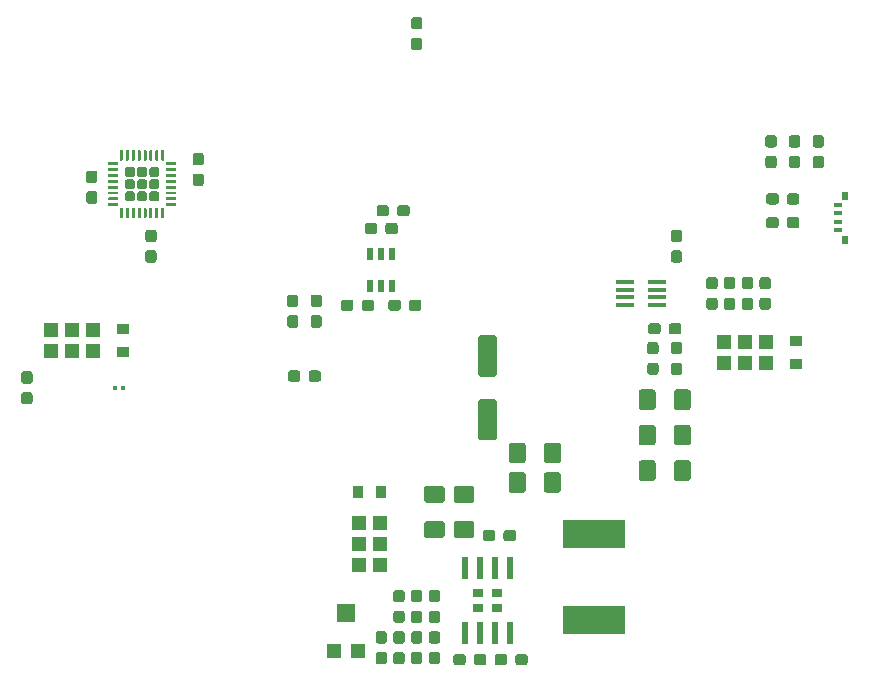
<source format=gbr>
G04 #@! TF.GenerationSoftware,KiCad,Pcbnew,5.0.2+dfsg1-1*
G04 #@! TF.CreationDate,2021-07-01T00:11:51-05:00*
G04 #@! TF.ProjectId,dcpsu-card-a,64637073-752d-4636-9172-642d612e6b69,v0.4-TI*
G04 #@! TF.SameCoordinates,Original*
G04 #@! TF.FileFunction,Paste,Top*
G04 #@! TF.FilePolarity,Positive*
%FSLAX46Y46*%
G04 Gerber Fmt 4.6, Leading zero omitted, Abs format (unit mm)*
G04 Created by KiCad (PCBNEW 5.0.2+dfsg1-1) date Thu 01 Jul 2021 12:11:51 AM CDT*
%MOMM*%
%LPD*%
G01*
G04 APERTURE LIST*
%ADD10C,0.100000*%
%ADD11C,0.950000*%
%ADD12C,1.425000*%
%ADD13R,1.000000X0.950000*%
%ADD14R,1.200000X1.300000*%
%ADD15C,0.250000*%
%ADD16C,0.830000*%
%ADD17R,1.560000X0.400000*%
%ADD18R,0.800000X0.400000*%
%ADD19R,0.630000X0.660000*%
%ADD20R,0.550000X1.000000*%
%ADD21C,1.600000*%
%ADD22R,0.950000X1.000000*%
%ADD23R,1.300000X1.200000*%
%ADD24R,0.610000X1.910000*%
%ADD25R,0.930000X0.723000*%
%ADD26R,5.334000X2.413000*%
%ADD27C,0.318000*%
%ADD28R,1.600000X1.500000*%
%ADD29R,1.200000X1.200000*%
G04 APERTURE END LIST*
D10*
G04 #@! TO.C,R8*
G36*
X124760779Y-120101144D02*
X124783834Y-120104563D01*
X124806443Y-120110227D01*
X124828387Y-120118079D01*
X124849457Y-120128044D01*
X124869448Y-120140026D01*
X124888168Y-120153910D01*
X124905438Y-120169562D01*
X124921090Y-120186832D01*
X124934974Y-120205552D01*
X124946956Y-120225543D01*
X124956921Y-120246613D01*
X124964773Y-120268557D01*
X124970437Y-120291166D01*
X124973856Y-120314221D01*
X124975000Y-120337500D01*
X124975000Y-120912500D01*
X124973856Y-120935779D01*
X124970437Y-120958834D01*
X124964773Y-120981443D01*
X124956921Y-121003387D01*
X124946956Y-121024457D01*
X124934974Y-121044448D01*
X124921090Y-121063168D01*
X124905438Y-121080438D01*
X124888168Y-121096090D01*
X124869448Y-121109974D01*
X124849457Y-121121956D01*
X124828387Y-121131921D01*
X124806443Y-121139773D01*
X124783834Y-121145437D01*
X124760779Y-121148856D01*
X124737500Y-121150000D01*
X124262500Y-121150000D01*
X124239221Y-121148856D01*
X124216166Y-121145437D01*
X124193557Y-121139773D01*
X124171613Y-121131921D01*
X124150543Y-121121956D01*
X124130552Y-121109974D01*
X124111832Y-121096090D01*
X124094562Y-121080438D01*
X124078910Y-121063168D01*
X124065026Y-121044448D01*
X124053044Y-121024457D01*
X124043079Y-121003387D01*
X124035227Y-120981443D01*
X124029563Y-120958834D01*
X124026144Y-120935779D01*
X124025000Y-120912500D01*
X124025000Y-120337500D01*
X124026144Y-120314221D01*
X124029563Y-120291166D01*
X124035227Y-120268557D01*
X124043079Y-120246613D01*
X124053044Y-120225543D01*
X124065026Y-120205552D01*
X124078910Y-120186832D01*
X124094562Y-120169562D01*
X124111832Y-120153910D01*
X124130552Y-120140026D01*
X124150543Y-120128044D01*
X124171613Y-120118079D01*
X124193557Y-120110227D01*
X124216166Y-120104563D01*
X124239221Y-120101144D01*
X124262500Y-120100000D01*
X124737500Y-120100000D01*
X124760779Y-120101144D01*
X124760779Y-120101144D01*
G37*
D11*
X124500000Y-120625000D03*
D10*
G36*
X124760779Y-121851144D02*
X124783834Y-121854563D01*
X124806443Y-121860227D01*
X124828387Y-121868079D01*
X124849457Y-121878044D01*
X124869448Y-121890026D01*
X124888168Y-121903910D01*
X124905438Y-121919562D01*
X124921090Y-121936832D01*
X124934974Y-121955552D01*
X124946956Y-121975543D01*
X124956921Y-121996613D01*
X124964773Y-122018557D01*
X124970437Y-122041166D01*
X124973856Y-122064221D01*
X124975000Y-122087500D01*
X124975000Y-122662500D01*
X124973856Y-122685779D01*
X124970437Y-122708834D01*
X124964773Y-122731443D01*
X124956921Y-122753387D01*
X124946956Y-122774457D01*
X124934974Y-122794448D01*
X124921090Y-122813168D01*
X124905438Y-122830438D01*
X124888168Y-122846090D01*
X124869448Y-122859974D01*
X124849457Y-122871956D01*
X124828387Y-122881921D01*
X124806443Y-122889773D01*
X124783834Y-122895437D01*
X124760779Y-122898856D01*
X124737500Y-122900000D01*
X124262500Y-122900000D01*
X124239221Y-122898856D01*
X124216166Y-122895437D01*
X124193557Y-122889773D01*
X124171613Y-122881921D01*
X124150543Y-122871956D01*
X124130552Y-122859974D01*
X124111832Y-122846090D01*
X124094562Y-122830438D01*
X124078910Y-122813168D01*
X124065026Y-122794448D01*
X124053044Y-122774457D01*
X124043079Y-122753387D01*
X124035227Y-122731443D01*
X124029563Y-122708834D01*
X124026144Y-122685779D01*
X124025000Y-122662500D01*
X124025000Y-122087500D01*
X124026144Y-122064221D01*
X124029563Y-122041166D01*
X124035227Y-122018557D01*
X124043079Y-121996613D01*
X124053044Y-121975543D01*
X124065026Y-121955552D01*
X124078910Y-121936832D01*
X124094562Y-121919562D01*
X124111832Y-121903910D01*
X124130552Y-121890026D01*
X124150543Y-121878044D01*
X124171613Y-121868079D01*
X124193557Y-121860227D01*
X124216166Y-121854563D01*
X124239221Y-121851144D01*
X124262500Y-121850000D01*
X124737500Y-121850000D01*
X124760779Y-121851144D01*
X124760779Y-121851144D01*
G37*
D11*
X124500000Y-122375000D03*
G04 #@! TD*
D10*
G04 #@! TO.C,R12*
G36*
X145974504Y-103126204D02*
X145998773Y-103129804D01*
X146022571Y-103135765D01*
X146045671Y-103144030D01*
X146067849Y-103154520D01*
X146088893Y-103167133D01*
X146108598Y-103181747D01*
X146126777Y-103198223D01*
X146143253Y-103216402D01*
X146157867Y-103236107D01*
X146170480Y-103257151D01*
X146180970Y-103279329D01*
X146189235Y-103302429D01*
X146195196Y-103326227D01*
X146198796Y-103350496D01*
X146200000Y-103375000D01*
X146200000Y-104625000D01*
X146198796Y-104649504D01*
X146195196Y-104673773D01*
X146189235Y-104697571D01*
X146180970Y-104720671D01*
X146170480Y-104742849D01*
X146157867Y-104763893D01*
X146143253Y-104783598D01*
X146126777Y-104801777D01*
X146108598Y-104818253D01*
X146088893Y-104832867D01*
X146067849Y-104845480D01*
X146045671Y-104855970D01*
X146022571Y-104864235D01*
X145998773Y-104870196D01*
X145974504Y-104873796D01*
X145950000Y-104875000D01*
X145025000Y-104875000D01*
X145000496Y-104873796D01*
X144976227Y-104870196D01*
X144952429Y-104864235D01*
X144929329Y-104855970D01*
X144907151Y-104845480D01*
X144886107Y-104832867D01*
X144866402Y-104818253D01*
X144848223Y-104801777D01*
X144831747Y-104783598D01*
X144817133Y-104763893D01*
X144804520Y-104742849D01*
X144794030Y-104720671D01*
X144785765Y-104697571D01*
X144779804Y-104673773D01*
X144776204Y-104649504D01*
X144775000Y-104625000D01*
X144775000Y-103375000D01*
X144776204Y-103350496D01*
X144779804Y-103326227D01*
X144785765Y-103302429D01*
X144794030Y-103279329D01*
X144804520Y-103257151D01*
X144817133Y-103236107D01*
X144831747Y-103216402D01*
X144848223Y-103198223D01*
X144866402Y-103181747D01*
X144886107Y-103167133D01*
X144907151Y-103154520D01*
X144929329Y-103144030D01*
X144952429Y-103135765D01*
X144976227Y-103129804D01*
X145000496Y-103126204D01*
X145025000Y-103125000D01*
X145950000Y-103125000D01*
X145974504Y-103126204D01*
X145974504Y-103126204D01*
G37*
D12*
X145487500Y-104000000D03*
D10*
G36*
X142999504Y-103126204D02*
X143023773Y-103129804D01*
X143047571Y-103135765D01*
X143070671Y-103144030D01*
X143092849Y-103154520D01*
X143113893Y-103167133D01*
X143133598Y-103181747D01*
X143151777Y-103198223D01*
X143168253Y-103216402D01*
X143182867Y-103236107D01*
X143195480Y-103257151D01*
X143205970Y-103279329D01*
X143214235Y-103302429D01*
X143220196Y-103326227D01*
X143223796Y-103350496D01*
X143225000Y-103375000D01*
X143225000Y-104625000D01*
X143223796Y-104649504D01*
X143220196Y-104673773D01*
X143214235Y-104697571D01*
X143205970Y-104720671D01*
X143195480Y-104742849D01*
X143182867Y-104763893D01*
X143168253Y-104783598D01*
X143151777Y-104801777D01*
X143133598Y-104818253D01*
X143113893Y-104832867D01*
X143092849Y-104845480D01*
X143070671Y-104855970D01*
X143047571Y-104864235D01*
X143023773Y-104870196D01*
X142999504Y-104873796D01*
X142975000Y-104875000D01*
X142050000Y-104875000D01*
X142025496Y-104873796D01*
X142001227Y-104870196D01*
X141977429Y-104864235D01*
X141954329Y-104855970D01*
X141932151Y-104845480D01*
X141911107Y-104832867D01*
X141891402Y-104818253D01*
X141873223Y-104801777D01*
X141856747Y-104783598D01*
X141842133Y-104763893D01*
X141829520Y-104742849D01*
X141819030Y-104720671D01*
X141810765Y-104697571D01*
X141804804Y-104673773D01*
X141801204Y-104649504D01*
X141800000Y-104625000D01*
X141800000Y-103375000D01*
X141801204Y-103350496D01*
X141804804Y-103326227D01*
X141810765Y-103302429D01*
X141819030Y-103279329D01*
X141829520Y-103257151D01*
X141842133Y-103236107D01*
X141856747Y-103216402D01*
X141873223Y-103198223D01*
X141891402Y-103181747D01*
X141911107Y-103167133D01*
X141932151Y-103154520D01*
X141954329Y-103144030D01*
X141977429Y-103135765D01*
X142001227Y-103129804D01*
X142025496Y-103126204D01*
X142050000Y-103125000D01*
X142975000Y-103125000D01*
X142999504Y-103126204D01*
X142999504Y-103126204D01*
G37*
D12*
X142512500Y-104000000D03*
G04 #@! TD*
D10*
G04 #@! TO.C,R1*
G36*
X100760779Y-89601144D02*
X100783834Y-89604563D01*
X100806443Y-89610227D01*
X100828387Y-89618079D01*
X100849457Y-89628044D01*
X100869448Y-89640026D01*
X100888168Y-89653910D01*
X100905438Y-89669562D01*
X100921090Y-89686832D01*
X100934974Y-89705552D01*
X100946956Y-89725543D01*
X100956921Y-89746613D01*
X100964773Y-89768557D01*
X100970437Y-89791166D01*
X100973856Y-89814221D01*
X100975000Y-89837500D01*
X100975000Y-90412500D01*
X100973856Y-90435779D01*
X100970437Y-90458834D01*
X100964773Y-90481443D01*
X100956921Y-90503387D01*
X100946956Y-90524457D01*
X100934974Y-90544448D01*
X100921090Y-90563168D01*
X100905438Y-90580438D01*
X100888168Y-90596090D01*
X100869448Y-90609974D01*
X100849457Y-90621956D01*
X100828387Y-90631921D01*
X100806443Y-90639773D01*
X100783834Y-90645437D01*
X100760779Y-90648856D01*
X100737500Y-90650000D01*
X100262500Y-90650000D01*
X100239221Y-90648856D01*
X100216166Y-90645437D01*
X100193557Y-90639773D01*
X100171613Y-90631921D01*
X100150543Y-90621956D01*
X100130552Y-90609974D01*
X100111832Y-90596090D01*
X100094562Y-90580438D01*
X100078910Y-90563168D01*
X100065026Y-90544448D01*
X100053044Y-90524457D01*
X100043079Y-90503387D01*
X100035227Y-90481443D01*
X100029563Y-90458834D01*
X100026144Y-90435779D01*
X100025000Y-90412500D01*
X100025000Y-89837500D01*
X100026144Y-89814221D01*
X100029563Y-89791166D01*
X100035227Y-89768557D01*
X100043079Y-89746613D01*
X100053044Y-89725543D01*
X100065026Y-89705552D01*
X100078910Y-89686832D01*
X100094562Y-89669562D01*
X100111832Y-89653910D01*
X100130552Y-89640026D01*
X100150543Y-89628044D01*
X100171613Y-89618079D01*
X100193557Y-89610227D01*
X100216166Y-89604563D01*
X100239221Y-89601144D01*
X100262500Y-89600000D01*
X100737500Y-89600000D01*
X100760779Y-89601144D01*
X100760779Y-89601144D01*
G37*
D11*
X100500000Y-90125000D03*
D10*
G36*
X100760779Y-91351144D02*
X100783834Y-91354563D01*
X100806443Y-91360227D01*
X100828387Y-91368079D01*
X100849457Y-91378044D01*
X100869448Y-91390026D01*
X100888168Y-91403910D01*
X100905438Y-91419562D01*
X100921090Y-91436832D01*
X100934974Y-91455552D01*
X100946956Y-91475543D01*
X100956921Y-91496613D01*
X100964773Y-91518557D01*
X100970437Y-91541166D01*
X100973856Y-91564221D01*
X100975000Y-91587500D01*
X100975000Y-92162500D01*
X100973856Y-92185779D01*
X100970437Y-92208834D01*
X100964773Y-92231443D01*
X100956921Y-92253387D01*
X100946956Y-92274457D01*
X100934974Y-92294448D01*
X100921090Y-92313168D01*
X100905438Y-92330438D01*
X100888168Y-92346090D01*
X100869448Y-92359974D01*
X100849457Y-92371956D01*
X100828387Y-92381921D01*
X100806443Y-92389773D01*
X100783834Y-92395437D01*
X100760779Y-92398856D01*
X100737500Y-92400000D01*
X100262500Y-92400000D01*
X100239221Y-92398856D01*
X100216166Y-92395437D01*
X100193557Y-92389773D01*
X100171613Y-92381921D01*
X100150543Y-92371956D01*
X100130552Y-92359974D01*
X100111832Y-92346090D01*
X100094562Y-92330438D01*
X100078910Y-92313168D01*
X100065026Y-92294448D01*
X100053044Y-92274457D01*
X100043079Y-92253387D01*
X100035227Y-92231443D01*
X100029563Y-92208834D01*
X100026144Y-92185779D01*
X100025000Y-92162500D01*
X100025000Y-91587500D01*
X100026144Y-91564221D01*
X100029563Y-91541166D01*
X100035227Y-91518557D01*
X100043079Y-91496613D01*
X100053044Y-91475543D01*
X100065026Y-91455552D01*
X100078910Y-91436832D01*
X100094562Y-91419562D01*
X100111832Y-91403910D01*
X100130552Y-91390026D01*
X100150543Y-91378044D01*
X100171613Y-91368079D01*
X100193557Y-91360227D01*
X100216166Y-91354563D01*
X100239221Y-91351144D01*
X100262500Y-91350000D01*
X100737500Y-91350000D01*
X100760779Y-91351144D01*
X100760779Y-91351144D01*
G37*
D11*
X100500000Y-91875000D03*
G04 #@! TD*
D10*
G04 #@! TO.C,R20*
G36*
X121760779Y-120101144D02*
X121783834Y-120104563D01*
X121806443Y-120110227D01*
X121828387Y-120118079D01*
X121849457Y-120128044D01*
X121869448Y-120140026D01*
X121888168Y-120153910D01*
X121905438Y-120169562D01*
X121921090Y-120186832D01*
X121934974Y-120205552D01*
X121946956Y-120225543D01*
X121956921Y-120246613D01*
X121964773Y-120268557D01*
X121970437Y-120291166D01*
X121973856Y-120314221D01*
X121975000Y-120337500D01*
X121975000Y-120912500D01*
X121973856Y-120935779D01*
X121970437Y-120958834D01*
X121964773Y-120981443D01*
X121956921Y-121003387D01*
X121946956Y-121024457D01*
X121934974Y-121044448D01*
X121921090Y-121063168D01*
X121905438Y-121080438D01*
X121888168Y-121096090D01*
X121869448Y-121109974D01*
X121849457Y-121121956D01*
X121828387Y-121131921D01*
X121806443Y-121139773D01*
X121783834Y-121145437D01*
X121760779Y-121148856D01*
X121737500Y-121150000D01*
X121262500Y-121150000D01*
X121239221Y-121148856D01*
X121216166Y-121145437D01*
X121193557Y-121139773D01*
X121171613Y-121131921D01*
X121150543Y-121121956D01*
X121130552Y-121109974D01*
X121111832Y-121096090D01*
X121094562Y-121080438D01*
X121078910Y-121063168D01*
X121065026Y-121044448D01*
X121053044Y-121024457D01*
X121043079Y-121003387D01*
X121035227Y-120981443D01*
X121029563Y-120958834D01*
X121026144Y-120935779D01*
X121025000Y-120912500D01*
X121025000Y-120337500D01*
X121026144Y-120314221D01*
X121029563Y-120291166D01*
X121035227Y-120268557D01*
X121043079Y-120246613D01*
X121053044Y-120225543D01*
X121065026Y-120205552D01*
X121078910Y-120186832D01*
X121094562Y-120169562D01*
X121111832Y-120153910D01*
X121130552Y-120140026D01*
X121150543Y-120128044D01*
X121171613Y-120118079D01*
X121193557Y-120110227D01*
X121216166Y-120104563D01*
X121239221Y-120101144D01*
X121262500Y-120100000D01*
X121737500Y-120100000D01*
X121760779Y-120101144D01*
X121760779Y-120101144D01*
G37*
D11*
X121500000Y-120625000D03*
D10*
G36*
X121760779Y-121851144D02*
X121783834Y-121854563D01*
X121806443Y-121860227D01*
X121828387Y-121868079D01*
X121849457Y-121878044D01*
X121869448Y-121890026D01*
X121888168Y-121903910D01*
X121905438Y-121919562D01*
X121921090Y-121936832D01*
X121934974Y-121955552D01*
X121946956Y-121975543D01*
X121956921Y-121996613D01*
X121964773Y-122018557D01*
X121970437Y-122041166D01*
X121973856Y-122064221D01*
X121975000Y-122087500D01*
X121975000Y-122662500D01*
X121973856Y-122685779D01*
X121970437Y-122708834D01*
X121964773Y-122731443D01*
X121956921Y-122753387D01*
X121946956Y-122774457D01*
X121934974Y-122794448D01*
X121921090Y-122813168D01*
X121905438Y-122830438D01*
X121888168Y-122846090D01*
X121869448Y-122859974D01*
X121849457Y-122871956D01*
X121828387Y-122881921D01*
X121806443Y-122889773D01*
X121783834Y-122895437D01*
X121760779Y-122898856D01*
X121737500Y-122900000D01*
X121262500Y-122900000D01*
X121239221Y-122898856D01*
X121216166Y-122895437D01*
X121193557Y-122889773D01*
X121171613Y-122881921D01*
X121150543Y-122871956D01*
X121130552Y-122859974D01*
X121111832Y-122846090D01*
X121094562Y-122830438D01*
X121078910Y-122813168D01*
X121065026Y-122794448D01*
X121053044Y-122774457D01*
X121043079Y-122753387D01*
X121035227Y-122731443D01*
X121029563Y-122708834D01*
X121026144Y-122685779D01*
X121025000Y-122662500D01*
X121025000Y-122087500D01*
X121026144Y-122064221D01*
X121029563Y-122041166D01*
X121035227Y-122018557D01*
X121043079Y-121996613D01*
X121053044Y-121975543D01*
X121065026Y-121955552D01*
X121078910Y-121936832D01*
X121094562Y-121919562D01*
X121111832Y-121903910D01*
X121130552Y-121890026D01*
X121150543Y-121878044D01*
X121171613Y-121868079D01*
X121193557Y-121860227D01*
X121216166Y-121854563D01*
X121239221Y-121851144D01*
X121262500Y-121850000D01*
X121737500Y-121850000D01*
X121760779Y-121851144D01*
X121760779Y-121851144D01*
G37*
D11*
X121500000Y-122375000D03*
G04 #@! TD*
D10*
G04 #@! TO.C,C3*
G36*
X123260779Y-71601144D02*
X123283834Y-71604563D01*
X123306443Y-71610227D01*
X123328387Y-71618079D01*
X123349457Y-71628044D01*
X123369448Y-71640026D01*
X123388168Y-71653910D01*
X123405438Y-71669562D01*
X123421090Y-71686832D01*
X123434974Y-71705552D01*
X123446956Y-71725543D01*
X123456921Y-71746613D01*
X123464773Y-71768557D01*
X123470437Y-71791166D01*
X123473856Y-71814221D01*
X123475000Y-71837500D01*
X123475000Y-72412500D01*
X123473856Y-72435779D01*
X123470437Y-72458834D01*
X123464773Y-72481443D01*
X123456921Y-72503387D01*
X123446956Y-72524457D01*
X123434974Y-72544448D01*
X123421090Y-72563168D01*
X123405438Y-72580438D01*
X123388168Y-72596090D01*
X123369448Y-72609974D01*
X123349457Y-72621956D01*
X123328387Y-72631921D01*
X123306443Y-72639773D01*
X123283834Y-72645437D01*
X123260779Y-72648856D01*
X123237500Y-72650000D01*
X122762500Y-72650000D01*
X122739221Y-72648856D01*
X122716166Y-72645437D01*
X122693557Y-72639773D01*
X122671613Y-72631921D01*
X122650543Y-72621956D01*
X122630552Y-72609974D01*
X122611832Y-72596090D01*
X122594562Y-72580438D01*
X122578910Y-72563168D01*
X122565026Y-72544448D01*
X122553044Y-72524457D01*
X122543079Y-72503387D01*
X122535227Y-72481443D01*
X122529563Y-72458834D01*
X122526144Y-72435779D01*
X122525000Y-72412500D01*
X122525000Y-71837500D01*
X122526144Y-71814221D01*
X122529563Y-71791166D01*
X122535227Y-71768557D01*
X122543079Y-71746613D01*
X122553044Y-71725543D01*
X122565026Y-71705552D01*
X122578910Y-71686832D01*
X122594562Y-71669562D01*
X122611832Y-71653910D01*
X122630552Y-71640026D01*
X122650543Y-71628044D01*
X122671613Y-71618079D01*
X122693557Y-71610227D01*
X122716166Y-71604563D01*
X122739221Y-71601144D01*
X122762500Y-71600000D01*
X123237500Y-71600000D01*
X123260779Y-71601144D01*
X123260779Y-71601144D01*
G37*
D11*
X123000000Y-72125000D03*
D10*
G36*
X123260779Y-73351144D02*
X123283834Y-73354563D01*
X123306443Y-73360227D01*
X123328387Y-73368079D01*
X123349457Y-73378044D01*
X123369448Y-73390026D01*
X123388168Y-73403910D01*
X123405438Y-73419562D01*
X123421090Y-73436832D01*
X123434974Y-73455552D01*
X123446956Y-73475543D01*
X123456921Y-73496613D01*
X123464773Y-73518557D01*
X123470437Y-73541166D01*
X123473856Y-73564221D01*
X123475000Y-73587500D01*
X123475000Y-74162500D01*
X123473856Y-74185779D01*
X123470437Y-74208834D01*
X123464773Y-74231443D01*
X123456921Y-74253387D01*
X123446956Y-74274457D01*
X123434974Y-74294448D01*
X123421090Y-74313168D01*
X123405438Y-74330438D01*
X123388168Y-74346090D01*
X123369448Y-74359974D01*
X123349457Y-74371956D01*
X123328387Y-74381921D01*
X123306443Y-74389773D01*
X123283834Y-74395437D01*
X123260779Y-74398856D01*
X123237500Y-74400000D01*
X122762500Y-74400000D01*
X122739221Y-74398856D01*
X122716166Y-74395437D01*
X122693557Y-74389773D01*
X122671613Y-74381921D01*
X122650543Y-74371956D01*
X122630552Y-74359974D01*
X122611832Y-74346090D01*
X122594562Y-74330438D01*
X122578910Y-74313168D01*
X122565026Y-74294448D01*
X122553044Y-74274457D01*
X122543079Y-74253387D01*
X122535227Y-74231443D01*
X122529563Y-74208834D01*
X122526144Y-74185779D01*
X122525000Y-74162500D01*
X122525000Y-73587500D01*
X122526144Y-73564221D01*
X122529563Y-73541166D01*
X122535227Y-73518557D01*
X122543079Y-73496613D01*
X122553044Y-73475543D01*
X122565026Y-73455552D01*
X122578910Y-73436832D01*
X122594562Y-73419562D01*
X122611832Y-73403910D01*
X122630552Y-73390026D01*
X122650543Y-73378044D01*
X122671613Y-73368079D01*
X122693557Y-73360227D01*
X122716166Y-73354563D01*
X122739221Y-73351144D01*
X122762500Y-73350000D01*
X123237500Y-73350000D01*
X123260779Y-73351144D01*
X123260779Y-73351144D01*
G37*
D11*
X123000000Y-73875000D03*
G04 #@! TD*
D10*
G04 #@! TO.C,C5*
G36*
X132185779Y-125526144D02*
X132208834Y-125529563D01*
X132231443Y-125535227D01*
X132253387Y-125543079D01*
X132274457Y-125553044D01*
X132294448Y-125565026D01*
X132313168Y-125578910D01*
X132330438Y-125594562D01*
X132346090Y-125611832D01*
X132359974Y-125630552D01*
X132371956Y-125650543D01*
X132381921Y-125671613D01*
X132389773Y-125693557D01*
X132395437Y-125716166D01*
X132398856Y-125739221D01*
X132400000Y-125762500D01*
X132400000Y-126237500D01*
X132398856Y-126260779D01*
X132395437Y-126283834D01*
X132389773Y-126306443D01*
X132381921Y-126328387D01*
X132371956Y-126349457D01*
X132359974Y-126369448D01*
X132346090Y-126388168D01*
X132330438Y-126405438D01*
X132313168Y-126421090D01*
X132294448Y-126434974D01*
X132274457Y-126446956D01*
X132253387Y-126456921D01*
X132231443Y-126464773D01*
X132208834Y-126470437D01*
X132185779Y-126473856D01*
X132162500Y-126475000D01*
X131587500Y-126475000D01*
X131564221Y-126473856D01*
X131541166Y-126470437D01*
X131518557Y-126464773D01*
X131496613Y-126456921D01*
X131475543Y-126446956D01*
X131455552Y-126434974D01*
X131436832Y-126421090D01*
X131419562Y-126405438D01*
X131403910Y-126388168D01*
X131390026Y-126369448D01*
X131378044Y-126349457D01*
X131368079Y-126328387D01*
X131360227Y-126306443D01*
X131354563Y-126283834D01*
X131351144Y-126260779D01*
X131350000Y-126237500D01*
X131350000Y-125762500D01*
X131351144Y-125739221D01*
X131354563Y-125716166D01*
X131360227Y-125693557D01*
X131368079Y-125671613D01*
X131378044Y-125650543D01*
X131390026Y-125630552D01*
X131403910Y-125611832D01*
X131419562Y-125594562D01*
X131436832Y-125578910D01*
X131455552Y-125565026D01*
X131475543Y-125553044D01*
X131496613Y-125543079D01*
X131518557Y-125535227D01*
X131541166Y-125529563D01*
X131564221Y-125526144D01*
X131587500Y-125525000D01*
X132162500Y-125525000D01*
X132185779Y-125526144D01*
X132185779Y-125526144D01*
G37*
D11*
X131875000Y-126000000D03*
D10*
G36*
X130435779Y-125526144D02*
X130458834Y-125529563D01*
X130481443Y-125535227D01*
X130503387Y-125543079D01*
X130524457Y-125553044D01*
X130544448Y-125565026D01*
X130563168Y-125578910D01*
X130580438Y-125594562D01*
X130596090Y-125611832D01*
X130609974Y-125630552D01*
X130621956Y-125650543D01*
X130631921Y-125671613D01*
X130639773Y-125693557D01*
X130645437Y-125716166D01*
X130648856Y-125739221D01*
X130650000Y-125762500D01*
X130650000Y-126237500D01*
X130648856Y-126260779D01*
X130645437Y-126283834D01*
X130639773Y-126306443D01*
X130631921Y-126328387D01*
X130621956Y-126349457D01*
X130609974Y-126369448D01*
X130596090Y-126388168D01*
X130580438Y-126405438D01*
X130563168Y-126421090D01*
X130544448Y-126434974D01*
X130524457Y-126446956D01*
X130503387Y-126456921D01*
X130481443Y-126464773D01*
X130458834Y-126470437D01*
X130435779Y-126473856D01*
X130412500Y-126475000D01*
X129837500Y-126475000D01*
X129814221Y-126473856D01*
X129791166Y-126470437D01*
X129768557Y-126464773D01*
X129746613Y-126456921D01*
X129725543Y-126446956D01*
X129705552Y-126434974D01*
X129686832Y-126421090D01*
X129669562Y-126405438D01*
X129653910Y-126388168D01*
X129640026Y-126369448D01*
X129628044Y-126349457D01*
X129618079Y-126328387D01*
X129610227Y-126306443D01*
X129604563Y-126283834D01*
X129601144Y-126260779D01*
X129600000Y-126237500D01*
X129600000Y-125762500D01*
X129601144Y-125739221D01*
X129604563Y-125716166D01*
X129610227Y-125693557D01*
X129618079Y-125671613D01*
X129628044Y-125650543D01*
X129640026Y-125630552D01*
X129653910Y-125611832D01*
X129669562Y-125594562D01*
X129686832Y-125578910D01*
X129705552Y-125565026D01*
X129725543Y-125553044D01*
X129746613Y-125543079D01*
X129768557Y-125535227D01*
X129791166Y-125529563D01*
X129814221Y-125526144D01*
X129837500Y-125525000D01*
X130412500Y-125525000D01*
X130435779Y-125526144D01*
X130435779Y-125526144D01*
G37*
D11*
X130125000Y-126000000D03*
G04 #@! TD*
D10*
G04 #@! TO.C,C14*
G36*
X145185779Y-97526144D02*
X145208834Y-97529563D01*
X145231443Y-97535227D01*
X145253387Y-97543079D01*
X145274457Y-97553044D01*
X145294448Y-97565026D01*
X145313168Y-97578910D01*
X145330438Y-97594562D01*
X145346090Y-97611832D01*
X145359974Y-97630552D01*
X145371956Y-97650543D01*
X145381921Y-97671613D01*
X145389773Y-97693557D01*
X145395437Y-97716166D01*
X145398856Y-97739221D01*
X145400000Y-97762500D01*
X145400000Y-98237500D01*
X145398856Y-98260779D01*
X145395437Y-98283834D01*
X145389773Y-98306443D01*
X145381921Y-98328387D01*
X145371956Y-98349457D01*
X145359974Y-98369448D01*
X145346090Y-98388168D01*
X145330438Y-98405438D01*
X145313168Y-98421090D01*
X145294448Y-98434974D01*
X145274457Y-98446956D01*
X145253387Y-98456921D01*
X145231443Y-98464773D01*
X145208834Y-98470437D01*
X145185779Y-98473856D01*
X145162500Y-98475000D01*
X144587500Y-98475000D01*
X144564221Y-98473856D01*
X144541166Y-98470437D01*
X144518557Y-98464773D01*
X144496613Y-98456921D01*
X144475543Y-98446956D01*
X144455552Y-98434974D01*
X144436832Y-98421090D01*
X144419562Y-98405438D01*
X144403910Y-98388168D01*
X144390026Y-98369448D01*
X144378044Y-98349457D01*
X144368079Y-98328387D01*
X144360227Y-98306443D01*
X144354563Y-98283834D01*
X144351144Y-98260779D01*
X144350000Y-98237500D01*
X144350000Y-97762500D01*
X144351144Y-97739221D01*
X144354563Y-97716166D01*
X144360227Y-97693557D01*
X144368079Y-97671613D01*
X144378044Y-97650543D01*
X144390026Y-97630552D01*
X144403910Y-97611832D01*
X144419562Y-97594562D01*
X144436832Y-97578910D01*
X144455552Y-97565026D01*
X144475543Y-97553044D01*
X144496613Y-97543079D01*
X144518557Y-97535227D01*
X144541166Y-97529563D01*
X144564221Y-97526144D01*
X144587500Y-97525000D01*
X145162500Y-97525000D01*
X145185779Y-97526144D01*
X145185779Y-97526144D01*
G37*
D11*
X144875000Y-98000000D03*
D10*
G36*
X143435779Y-97526144D02*
X143458834Y-97529563D01*
X143481443Y-97535227D01*
X143503387Y-97543079D01*
X143524457Y-97553044D01*
X143544448Y-97565026D01*
X143563168Y-97578910D01*
X143580438Y-97594562D01*
X143596090Y-97611832D01*
X143609974Y-97630552D01*
X143621956Y-97650543D01*
X143631921Y-97671613D01*
X143639773Y-97693557D01*
X143645437Y-97716166D01*
X143648856Y-97739221D01*
X143650000Y-97762500D01*
X143650000Y-98237500D01*
X143648856Y-98260779D01*
X143645437Y-98283834D01*
X143639773Y-98306443D01*
X143631921Y-98328387D01*
X143621956Y-98349457D01*
X143609974Y-98369448D01*
X143596090Y-98388168D01*
X143580438Y-98405438D01*
X143563168Y-98421090D01*
X143544448Y-98434974D01*
X143524457Y-98446956D01*
X143503387Y-98456921D01*
X143481443Y-98464773D01*
X143458834Y-98470437D01*
X143435779Y-98473856D01*
X143412500Y-98475000D01*
X142837500Y-98475000D01*
X142814221Y-98473856D01*
X142791166Y-98470437D01*
X142768557Y-98464773D01*
X142746613Y-98456921D01*
X142725543Y-98446956D01*
X142705552Y-98434974D01*
X142686832Y-98421090D01*
X142669562Y-98405438D01*
X142653910Y-98388168D01*
X142640026Y-98369448D01*
X142628044Y-98349457D01*
X142618079Y-98328387D01*
X142610227Y-98306443D01*
X142604563Y-98283834D01*
X142601144Y-98260779D01*
X142600000Y-98237500D01*
X142600000Y-97762500D01*
X142601144Y-97739221D01*
X142604563Y-97716166D01*
X142610227Y-97693557D01*
X142618079Y-97671613D01*
X142628044Y-97650543D01*
X142640026Y-97630552D01*
X142653910Y-97611832D01*
X142669562Y-97594562D01*
X142686832Y-97578910D01*
X142705552Y-97565026D01*
X142725543Y-97553044D01*
X142746613Y-97543079D01*
X142768557Y-97535227D01*
X142791166Y-97529563D01*
X142814221Y-97526144D01*
X142837500Y-97525000D01*
X143412500Y-97525000D01*
X143435779Y-97526144D01*
X143435779Y-97526144D01*
G37*
D11*
X143125000Y-98000000D03*
G04 #@! TD*
D13*
G04 #@! TO.C,D1*
X155150000Y-99030000D03*
X155150000Y-100970000D03*
D14*
X152600000Y-99100000D03*
X150800000Y-99100000D03*
X152600000Y-100900000D03*
X150800000Y-100900000D03*
X149000000Y-99100000D03*
X149000000Y-100900000D03*
G04 #@! TD*
D10*
G04 #@! TO.C,C1*
G36*
X104760779Y-84851144D02*
X104783834Y-84854563D01*
X104806443Y-84860227D01*
X104828387Y-84868079D01*
X104849457Y-84878044D01*
X104869448Y-84890026D01*
X104888168Y-84903910D01*
X104905438Y-84919562D01*
X104921090Y-84936832D01*
X104934974Y-84955552D01*
X104946956Y-84975543D01*
X104956921Y-84996613D01*
X104964773Y-85018557D01*
X104970437Y-85041166D01*
X104973856Y-85064221D01*
X104975000Y-85087500D01*
X104975000Y-85662500D01*
X104973856Y-85685779D01*
X104970437Y-85708834D01*
X104964773Y-85731443D01*
X104956921Y-85753387D01*
X104946956Y-85774457D01*
X104934974Y-85794448D01*
X104921090Y-85813168D01*
X104905438Y-85830438D01*
X104888168Y-85846090D01*
X104869448Y-85859974D01*
X104849457Y-85871956D01*
X104828387Y-85881921D01*
X104806443Y-85889773D01*
X104783834Y-85895437D01*
X104760779Y-85898856D01*
X104737500Y-85900000D01*
X104262500Y-85900000D01*
X104239221Y-85898856D01*
X104216166Y-85895437D01*
X104193557Y-85889773D01*
X104171613Y-85881921D01*
X104150543Y-85871956D01*
X104130552Y-85859974D01*
X104111832Y-85846090D01*
X104094562Y-85830438D01*
X104078910Y-85813168D01*
X104065026Y-85794448D01*
X104053044Y-85774457D01*
X104043079Y-85753387D01*
X104035227Y-85731443D01*
X104029563Y-85708834D01*
X104026144Y-85685779D01*
X104025000Y-85662500D01*
X104025000Y-85087500D01*
X104026144Y-85064221D01*
X104029563Y-85041166D01*
X104035227Y-85018557D01*
X104043079Y-84996613D01*
X104053044Y-84975543D01*
X104065026Y-84955552D01*
X104078910Y-84936832D01*
X104094562Y-84919562D01*
X104111832Y-84903910D01*
X104130552Y-84890026D01*
X104150543Y-84878044D01*
X104171613Y-84868079D01*
X104193557Y-84860227D01*
X104216166Y-84854563D01*
X104239221Y-84851144D01*
X104262500Y-84850000D01*
X104737500Y-84850000D01*
X104760779Y-84851144D01*
X104760779Y-84851144D01*
G37*
D11*
X104500000Y-85375000D03*
D10*
G36*
X104760779Y-83101144D02*
X104783834Y-83104563D01*
X104806443Y-83110227D01*
X104828387Y-83118079D01*
X104849457Y-83128044D01*
X104869448Y-83140026D01*
X104888168Y-83153910D01*
X104905438Y-83169562D01*
X104921090Y-83186832D01*
X104934974Y-83205552D01*
X104946956Y-83225543D01*
X104956921Y-83246613D01*
X104964773Y-83268557D01*
X104970437Y-83291166D01*
X104973856Y-83314221D01*
X104975000Y-83337500D01*
X104975000Y-83912500D01*
X104973856Y-83935779D01*
X104970437Y-83958834D01*
X104964773Y-83981443D01*
X104956921Y-84003387D01*
X104946956Y-84024457D01*
X104934974Y-84044448D01*
X104921090Y-84063168D01*
X104905438Y-84080438D01*
X104888168Y-84096090D01*
X104869448Y-84109974D01*
X104849457Y-84121956D01*
X104828387Y-84131921D01*
X104806443Y-84139773D01*
X104783834Y-84145437D01*
X104760779Y-84148856D01*
X104737500Y-84150000D01*
X104262500Y-84150000D01*
X104239221Y-84148856D01*
X104216166Y-84145437D01*
X104193557Y-84139773D01*
X104171613Y-84131921D01*
X104150543Y-84121956D01*
X104130552Y-84109974D01*
X104111832Y-84096090D01*
X104094562Y-84080438D01*
X104078910Y-84063168D01*
X104065026Y-84044448D01*
X104053044Y-84024457D01*
X104043079Y-84003387D01*
X104035227Y-83981443D01*
X104029563Y-83958834D01*
X104026144Y-83935779D01*
X104025000Y-83912500D01*
X104025000Y-83337500D01*
X104026144Y-83314221D01*
X104029563Y-83291166D01*
X104035227Y-83268557D01*
X104043079Y-83246613D01*
X104053044Y-83225543D01*
X104065026Y-83205552D01*
X104078910Y-83186832D01*
X104094562Y-83169562D01*
X104111832Y-83153910D01*
X104130552Y-83140026D01*
X104150543Y-83128044D01*
X104171613Y-83118079D01*
X104193557Y-83110227D01*
X104216166Y-83104563D01*
X104239221Y-83101144D01*
X104262500Y-83100000D01*
X104737500Y-83100000D01*
X104760779Y-83101144D01*
X104760779Y-83101144D01*
G37*
D11*
X104500000Y-83625000D03*
G04 #@! TD*
D10*
G04 #@! TO.C,C2*
G36*
X126935779Y-125526144D02*
X126958834Y-125529563D01*
X126981443Y-125535227D01*
X127003387Y-125543079D01*
X127024457Y-125553044D01*
X127044448Y-125565026D01*
X127063168Y-125578910D01*
X127080438Y-125594562D01*
X127096090Y-125611832D01*
X127109974Y-125630552D01*
X127121956Y-125650543D01*
X127131921Y-125671613D01*
X127139773Y-125693557D01*
X127145437Y-125716166D01*
X127148856Y-125739221D01*
X127150000Y-125762500D01*
X127150000Y-126237500D01*
X127148856Y-126260779D01*
X127145437Y-126283834D01*
X127139773Y-126306443D01*
X127131921Y-126328387D01*
X127121956Y-126349457D01*
X127109974Y-126369448D01*
X127096090Y-126388168D01*
X127080438Y-126405438D01*
X127063168Y-126421090D01*
X127044448Y-126434974D01*
X127024457Y-126446956D01*
X127003387Y-126456921D01*
X126981443Y-126464773D01*
X126958834Y-126470437D01*
X126935779Y-126473856D01*
X126912500Y-126475000D01*
X126337500Y-126475000D01*
X126314221Y-126473856D01*
X126291166Y-126470437D01*
X126268557Y-126464773D01*
X126246613Y-126456921D01*
X126225543Y-126446956D01*
X126205552Y-126434974D01*
X126186832Y-126421090D01*
X126169562Y-126405438D01*
X126153910Y-126388168D01*
X126140026Y-126369448D01*
X126128044Y-126349457D01*
X126118079Y-126328387D01*
X126110227Y-126306443D01*
X126104563Y-126283834D01*
X126101144Y-126260779D01*
X126100000Y-126237500D01*
X126100000Y-125762500D01*
X126101144Y-125739221D01*
X126104563Y-125716166D01*
X126110227Y-125693557D01*
X126118079Y-125671613D01*
X126128044Y-125650543D01*
X126140026Y-125630552D01*
X126153910Y-125611832D01*
X126169562Y-125594562D01*
X126186832Y-125578910D01*
X126205552Y-125565026D01*
X126225543Y-125553044D01*
X126246613Y-125543079D01*
X126268557Y-125535227D01*
X126291166Y-125529563D01*
X126314221Y-125526144D01*
X126337500Y-125525000D01*
X126912500Y-125525000D01*
X126935779Y-125526144D01*
X126935779Y-125526144D01*
G37*
D11*
X126625000Y-126000000D03*
D10*
G36*
X128685779Y-125526144D02*
X128708834Y-125529563D01*
X128731443Y-125535227D01*
X128753387Y-125543079D01*
X128774457Y-125553044D01*
X128794448Y-125565026D01*
X128813168Y-125578910D01*
X128830438Y-125594562D01*
X128846090Y-125611832D01*
X128859974Y-125630552D01*
X128871956Y-125650543D01*
X128881921Y-125671613D01*
X128889773Y-125693557D01*
X128895437Y-125716166D01*
X128898856Y-125739221D01*
X128900000Y-125762500D01*
X128900000Y-126237500D01*
X128898856Y-126260779D01*
X128895437Y-126283834D01*
X128889773Y-126306443D01*
X128881921Y-126328387D01*
X128871956Y-126349457D01*
X128859974Y-126369448D01*
X128846090Y-126388168D01*
X128830438Y-126405438D01*
X128813168Y-126421090D01*
X128794448Y-126434974D01*
X128774457Y-126446956D01*
X128753387Y-126456921D01*
X128731443Y-126464773D01*
X128708834Y-126470437D01*
X128685779Y-126473856D01*
X128662500Y-126475000D01*
X128087500Y-126475000D01*
X128064221Y-126473856D01*
X128041166Y-126470437D01*
X128018557Y-126464773D01*
X127996613Y-126456921D01*
X127975543Y-126446956D01*
X127955552Y-126434974D01*
X127936832Y-126421090D01*
X127919562Y-126405438D01*
X127903910Y-126388168D01*
X127890026Y-126369448D01*
X127878044Y-126349457D01*
X127868079Y-126328387D01*
X127860227Y-126306443D01*
X127854563Y-126283834D01*
X127851144Y-126260779D01*
X127850000Y-126237500D01*
X127850000Y-125762500D01*
X127851144Y-125739221D01*
X127854563Y-125716166D01*
X127860227Y-125693557D01*
X127868079Y-125671613D01*
X127878044Y-125650543D01*
X127890026Y-125630552D01*
X127903910Y-125611832D01*
X127919562Y-125594562D01*
X127936832Y-125578910D01*
X127955552Y-125565026D01*
X127975543Y-125553044D01*
X127996613Y-125543079D01*
X128018557Y-125535227D01*
X128041166Y-125529563D01*
X128064221Y-125526144D01*
X128087500Y-125525000D01*
X128662500Y-125525000D01*
X128685779Y-125526144D01*
X128685779Y-125526144D01*
G37*
D11*
X128375000Y-126000000D03*
G04 #@! TD*
D10*
G04 #@! TO.C,C4*
G36*
X120260779Y-125351144D02*
X120283834Y-125354563D01*
X120306443Y-125360227D01*
X120328387Y-125368079D01*
X120349457Y-125378044D01*
X120369448Y-125390026D01*
X120388168Y-125403910D01*
X120405438Y-125419562D01*
X120421090Y-125436832D01*
X120434974Y-125455552D01*
X120446956Y-125475543D01*
X120456921Y-125496613D01*
X120464773Y-125518557D01*
X120470437Y-125541166D01*
X120473856Y-125564221D01*
X120475000Y-125587500D01*
X120475000Y-126162500D01*
X120473856Y-126185779D01*
X120470437Y-126208834D01*
X120464773Y-126231443D01*
X120456921Y-126253387D01*
X120446956Y-126274457D01*
X120434974Y-126294448D01*
X120421090Y-126313168D01*
X120405438Y-126330438D01*
X120388168Y-126346090D01*
X120369448Y-126359974D01*
X120349457Y-126371956D01*
X120328387Y-126381921D01*
X120306443Y-126389773D01*
X120283834Y-126395437D01*
X120260779Y-126398856D01*
X120237500Y-126400000D01*
X119762500Y-126400000D01*
X119739221Y-126398856D01*
X119716166Y-126395437D01*
X119693557Y-126389773D01*
X119671613Y-126381921D01*
X119650543Y-126371956D01*
X119630552Y-126359974D01*
X119611832Y-126346090D01*
X119594562Y-126330438D01*
X119578910Y-126313168D01*
X119565026Y-126294448D01*
X119553044Y-126274457D01*
X119543079Y-126253387D01*
X119535227Y-126231443D01*
X119529563Y-126208834D01*
X119526144Y-126185779D01*
X119525000Y-126162500D01*
X119525000Y-125587500D01*
X119526144Y-125564221D01*
X119529563Y-125541166D01*
X119535227Y-125518557D01*
X119543079Y-125496613D01*
X119553044Y-125475543D01*
X119565026Y-125455552D01*
X119578910Y-125436832D01*
X119594562Y-125419562D01*
X119611832Y-125403910D01*
X119630552Y-125390026D01*
X119650543Y-125378044D01*
X119671613Y-125368079D01*
X119693557Y-125360227D01*
X119716166Y-125354563D01*
X119739221Y-125351144D01*
X119762500Y-125350000D01*
X120237500Y-125350000D01*
X120260779Y-125351144D01*
X120260779Y-125351144D01*
G37*
D11*
X120000000Y-125875000D03*
D10*
G36*
X120260779Y-123601144D02*
X120283834Y-123604563D01*
X120306443Y-123610227D01*
X120328387Y-123618079D01*
X120349457Y-123628044D01*
X120369448Y-123640026D01*
X120388168Y-123653910D01*
X120405438Y-123669562D01*
X120421090Y-123686832D01*
X120434974Y-123705552D01*
X120446956Y-123725543D01*
X120456921Y-123746613D01*
X120464773Y-123768557D01*
X120470437Y-123791166D01*
X120473856Y-123814221D01*
X120475000Y-123837500D01*
X120475000Y-124412500D01*
X120473856Y-124435779D01*
X120470437Y-124458834D01*
X120464773Y-124481443D01*
X120456921Y-124503387D01*
X120446956Y-124524457D01*
X120434974Y-124544448D01*
X120421090Y-124563168D01*
X120405438Y-124580438D01*
X120388168Y-124596090D01*
X120369448Y-124609974D01*
X120349457Y-124621956D01*
X120328387Y-124631921D01*
X120306443Y-124639773D01*
X120283834Y-124645437D01*
X120260779Y-124648856D01*
X120237500Y-124650000D01*
X119762500Y-124650000D01*
X119739221Y-124648856D01*
X119716166Y-124645437D01*
X119693557Y-124639773D01*
X119671613Y-124631921D01*
X119650543Y-124621956D01*
X119630552Y-124609974D01*
X119611832Y-124596090D01*
X119594562Y-124580438D01*
X119578910Y-124563168D01*
X119565026Y-124544448D01*
X119553044Y-124524457D01*
X119543079Y-124503387D01*
X119535227Y-124481443D01*
X119529563Y-124458834D01*
X119526144Y-124435779D01*
X119525000Y-124412500D01*
X119525000Y-123837500D01*
X119526144Y-123814221D01*
X119529563Y-123791166D01*
X119535227Y-123768557D01*
X119543079Y-123746613D01*
X119553044Y-123725543D01*
X119565026Y-123705552D01*
X119578910Y-123686832D01*
X119594562Y-123669562D01*
X119611832Y-123653910D01*
X119630552Y-123640026D01*
X119650543Y-123628044D01*
X119671613Y-123618079D01*
X119693557Y-123610227D01*
X119716166Y-123604563D01*
X119739221Y-123601144D01*
X119762500Y-123600000D01*
X120237500Y-123600000D01*
X120260779Y-123601144D01*
X120260779Y-123601144D01*
G37*
D11*
X120000000Y-124125000D03*
G04 #@! TD*
D10*
G04 #@! TO.C,C7*
G36*
X127649504Y-111301204D02*
X127673773Y-111304804D01*
X127697571Y-111310765D01*
X127720671Y-111319030D01*
X127742849Y-111329520D01*
X127763893Y-111342133D01*
X127783598Y-111356747D01*
X127801777Y-111373223D01*
X127818253Y-111391402D01*
X127832867Y-111411107D01*
X127845480Y-111432151D01*
X127855970Y-111454329D01*
X127864235Y-111477429D01*
X127870196Y-111501227D01*
X127873796Y-111525496D01*
X127875000Y-111550000D01*
X127875000Y-112475000D01*
X127873796Y-112499504D01*
X127870196Y-112523773D01*
X127864235Y-112547571D01*
X127855970Y-112570671D01*
X127845480Y-112592849D01*
X127832867Y-112613893D01*
X127818253Y-112633598D01*
X127801777Y-112651777D01*
X127783598Y-112668253D01*
X127763893Y-112682867D01*
X127742849Y-112695480D01*
X127720671Y-112705970D01*
X127697571Y-112714235D01*
X127673773Y-112720196D01*
X127649504Y-112723796D01*
X127625000Y-112725000D01*
X126375000Y-112725000D01*
X126350496Y-112723796D01*
X126326227Y-112720196D01*
X126302429Y-112714235D01*
X126279329Y-112705970D01*
X126257151Y-112695480D01*
X126236107Y-112682867D01*
X126216402Y-112668253D01*
X126198223Y-112651777D01*
X126181747Y-112633598D01*
X126167133Y-112613893D01*
X126154520Y-112592849D01*
X126144030Y-112570671D01*
X126135765Y-112547571D01*
X126129804Y-112523773D01*
X126126204Y-112499504D01*
X126125000Y-112475000D01*
X126125000Y-111550000D01*
X126126204Y-111525496D01*
X126129804Y-111501227D01*
X126135765Y-111477429D01*
X126144030Y-111454329D01*
X126154520Y-111432151D01*
X126167133Y-111411107D01*
X126181747Y-111391402D01*
X126198223Y-111373223D01*
X126216402Y-111356747D01*
X126236107Y-111342133D01*
X126257151Y-111329520D01*
X126279329Y-111319030D01*
X126302429Y-111310765D01*
X126326227Y-111304804D01*
X126350496Y-111301204D01*
X126375000Y-111300000D01*
X127625000Y-111300000D01*
X127649504Y-111301204D01*
X127649504Y-111301204D01*
G37*
D12*
X127000000Y-112012500D03*
D10*
G36*
X127649504Y-114276204D02*
X127673773Y-114279804D01*
X127697571Y-114285765D01*
X127720671Y-114294030D01*
X127742849Y-114304520D01*
X127763893Y-114317133D01*
X127783598Y-114331747D01*
X127801777Y-114348223D01*
X127818253Y-114366402D01*
X127832867Y-114386107D01*
X127845480Y-114407151D01*
X127855970Y-114429329D01*
X127864235Y-114452429D01*
X127870196Y-114476227D01*
X127873796Y-114500496D01*
X127875000Y-114525000D01*
X127875000Y-115450000D01*
X127873796Y-115474504D01*
X127870196Y-115498773D01*
X127864235Y-115522571D01*
X127855970Y-115545671D01*
X127845480Y-115567849D01*
X127832867Y-115588893D01*
X127818253Y-115608598D01*
X127801777Y-115626777D01*
X127783598Y-115643253D01*
X127763893Y-115657867D01*
X127742849Y-115670480D01*
X127720671Y-115680970D01*
X127697571Y-115689235D01*
X127673773Y-115695196D01*
X127649504Y-115698796D01*
X127625000Y-115700000D01*
X126375000Y-115700000D01*
X126350496Y-115698796D01*
X126326227Y-115695196D01*
X126302429Y-115689235D01*
X126279329Y-115680970D01*
X126257151Y-115670480D01*
X126236107Y-115657867D01*
X126216402Y-115643253D01*
X126198223Y-115626777D01*
X126181747Y-115608598D01*
X126167133Y-115588893D01*
X126154520Y-115567849D01*
X126144030Y-115545671D01*
X126135765Y-115522571D01*
X126129804Y-115498773D01*
X126126204Y-115474504D01*
X126125000Y-115450000D01*
X126125000Y-114525000D01*
X126126204Y-114500496D01*
X126129804Y-114476227D01*
X126135765Y-114452429D01*
X126144030Y-114429329D01*
X126154520Y-114407151D01*
X126167133Y-114386107D01*
X126181747Y-114366402D01*
X126198223Y-114348223D01*
X126216402Y-114331747D01*
X126236107Y-114317133D01*
X126257151Y-114304520D01*
X126279329Y-114294030D01*
X126302429Y-114285765D01*
X126326227Y-114279804D01*
X126350496Y-114276204D01*
X126375000Y-114275000D01*
X127625000Y-114275000D01*
X127649504Y-114276204D01*
X127649504Y-114276204D01*
G37*
D12*
X127000000Y-114987500D03*
G04 #@! TD*
D10*
G04 #@! TO.C,C8*
G36*
X131999504Y-107626204D02*
X132023773Y-107629804D01*
X132047571Y-107635765D01*
X132070671Y-107644030D01*
X132092849Y-107654520D01*
X132113893Y-107667133D01*
X132133598Y-107681747D01*
X132151777Y-107698223D01*
X132168253Y-107716402D01*
X132182867Y-107736107D01*
X132195480Y-107757151D01*
X132205970Y-107779329D01*
X132214235Y-107802429D01*
X132220196Y-107826227D01*
X132223796Y-107850496D01*
X132225000Y-107875000D01*
X132225000Y-109125000D01*
X132223796Y-109149504D01*
X132220196Y-109173773D01*
X132214235Y-109197571D01*
X132205970Y-109220671D01*
X132195480Y-109242849D01*
X132182867Y-109263893D01*
X132168253Y-109283598D01*
X132151777Y-109301777D01*
X132133598Y-109318253D01*
X132113893Y-109332867D01*
X132092849Y-109345480D01*
X132070671Y-109355970D01*
X132047571Y-109364235D01*
X132023773Y-109370196D01*
X131999504Y-109373796D01*
X131975000Y-109375000D01*
X131050000Y-109375000D01*
X131025496Y-109373796D01*
X131001227Y-109370196D01*
X130977429Y-109364235D01*
X130954329Y-109355970D01*
X130932151Y-109345480D01*
X130911107Y-109332867D01*
X130891402Y-109318253D01*
X130873223Y-109301777D01*
X130856747Y-109283598D01*
X130842133Y-109263893D01*
X130829520Y-109242849D01*
X130819030Y-109220671D01*
X130810765Y-109197571D01*
X130804804Y-109173773D01*
X130801204Y-109149504D01*
X130800000Y-109125000D01*
X130800000Y-107875000D01*
X130801204Y-107850496D01*
X130804804Y-107826227D01*
X130810765Y-107802429D01*
X130819030Y-107779329D01*
X130829520Y-107757151D01*
X130842133Y-107736107D01*
X130856747Y-107716402D01*
X130873223Y-107698223D01*
X130891402Y-107681747D01*
X130911107Y-107667133D01*
X130932151Y-107654520D01*
X130954329Y-107644030D01*
X130977429Y-107635765D01*
X131001227Y-107629804D01*
X131025496Y-107626204D01*
X131050000Y-107625000D01*
X131975000Y-107625000D01*
X131999504Y-107626204D01*
X131999504Y-107626204D01*
G37*
D12*
X131512500Y-108500000D03*
D10*
G36*
X134974504Y-107626204D02*
X134998773Y-107629804D01*
X135022571Y-107635765D01*
X135045671Y-107644030D01*
X135067849Y-107654520D01*
X135088893Y-107667133D01*
X135108598Y-107681747D01*
X135126777Y-107698223D01*
X135143253Y-107716402D01*
X135157867Y-107736107D01*
X135170480Y-107757151D01*
X135180970Y-107779329D01*
X135189235Y-107802429D01*
X135195196Y-107826227D01*
X135198796Y-107850496D01*
X135200000Y-107875000D01*
X135200000Y-109125000D01*
X135198796Y-109149504D01*
X135195196Y-109173773D01*
X135189235Y-109197571D01*
X135180970Y-109220671D01*
X135170480Y-109242849D01*
X135157867Y-109263893D01*
X135143253Y-109283598D01*
X135126777Y-109301777D01*
X135108598Y-109318253D01*
X135088893Y-109332867D01*
X135067849Y-109345480D01*
X135045671Y-109355970D01*
X135022571Y-109364235D01*
X134998773Y-109370196D01*
X134974504Y-109373796D01*
X134950000Y-109375000D01*
X134025000Y-109375000D01*
X134000496Y-109373796D01*
X133976227Y-109370196D01*
X133952429Y-109364235D01*
X133929329Y-109355970D01*
X133907151Y-109345480D01*
X133886107Y-109332867D01*
X133866402Y-109318253D01*
X133848223Y-109301777D01*
X133831747Y-109283598D01*
X133817133Y-109263893D01*
X133804520Y-109242849D01*
X133794030Y-109220671D01*
X133785765Y-109197571D01*
X133779804Y-109173773D01*
X133776204Y-109149504D01*
X133775000Y-109125000D01*
X133775000Y-107875000D01*
X133776204Y-107850496D01*
X133779804Y-107826227D01*
X133785765Y-107802429D01*
X133794030Y-107779329D01*
X133804520Y-107757151D01*
X133817133Y-107736107D01*
X133831747Y-107716402D01*
X133848223Y-107698223D01*
X133866402Y-107681747D01*
X133886107Y-107667133D01*
X133907151Y-107654520D01*
X133929329Y-107644030D01*
X133952429Y-107635765D01*
X133976227Y-107629804D01*
X134000496Y-107626204D01*
X134025000Y-107625000D01*
X134950000Y-107625000D01*
X134974504Y-107626204D01*
X134974504Y-107626204D01*
G37*
D12*
X134487500Y-108500000D03*
G04 #@! TD*
D10*
G04 #@! TO.C,C9*
G36*
X121435779Y-95526144D02*
X121458834Y-95529563D01*
X121481443Y-95535227D01*
X121503387Y-95543079D01*
X121524457Y-95553044D01*
X121544448Y-95565026D01*
X121563168Y-95578910D01*
X121580438Y-95594562D01*
X121596090Y-95611832D01*
X121609974Y-95630552D01*
X121621956Y-95650543D01*
X121631921Y-95671613D01*
X121639773Y-95693557D01*
X121645437Y-95716166D01*
X121648856Y-95739221D01*
X121650000Y-95762500D01*
X121650000Y-96237500D01*
X121648856Y-96260779D01*
X121645437Y-96283834D01*
X121639773Y-96306443D01*
X121631921Y-96328387D01*
X121621956Y-96349457D01*
X121609974Y-96369448D01*
X121596090Y-96388168D01*
X121580438Y-96405438D01*
X121563168Y-96421090D01*
X121544448Y-96434974D01*
X121524457Y-96446956D01*
X121503387Y-96456921D01*
X121481443Y-96464773D01*
X121458834Y-96470437D01*
X121435779Y-96473856D01*
X121412500Y-96475000D01*
X120837500Y-96475000D01*
X120814221Y-96473856D01*
X120791166Y-96470437D01*
X120768557Y-96464773D01*
X120746613Y-96456921D01*
X120725543Y-96446956D01*
X120705552Y-96434974D01*
X120686832Y-96421090D01*
X120669562Y-96405438D01*
X120653910Y-96388168D01*
X120640026Y-96369448D01*
X120628044Y-96349457D01*
X120618079Y-96328387D01*
X120610227Y-96306443D01*
X120604563Y-96283834D01*
X120601144Y-96260779D01*
X120600000Y-96237500D01*
X120600000Y-95762500D01*
X120601144Y-95739221D01*
X120604563Y-95716166D01*
X120610227Y-95693557D01*
X120618079Y-95671613D01*
X120628044Y-95650543D01*
X120640026Y-95630552D01*
X120653910Y-95611832D01*
X120669562Y-95594562D01*
X120686832Y-95578910D01*
X120705552Y-95565026D01*
X120725543Y-95553044D01*
X120746613Y-95543079D01*
X120768557Y-95535227D01*
X120791166Y-95529563D01*
X120814221Y-95526144D01*
X120837500Y-95525000D01*
X121412500Y-95525000D01*
X121435779Y-95526144D01*
X121435779Y-95526144D01*
G37*
D11*
X121125000Y-96000000D03*
D10*
G36*
X123185779Y-95526144D02*
X123208834Y-95529563D01*
X123231443Y-95535227D01*
X123253387Y-95543079D01*
X123274457Y-95553044D01*
X123294448Y-95565026D01*
X123313168Y-95578910D01*
X123330438Y-95594562D01*
X123346090Y-95611832D01*
X123359974Y-95630552D01*
X123371956Y-95650543D01*
X123381921Y-95671613D01*
X123389773Y-95693557D01*
X123395437Y-95716166D01*
X123398856Y-95739221D01*
X123400000Y-95762500D01*
X123400000Y-96237500D01*
X123398856Y-96260779D01*
X123395437Y-96283834D01*
X123389773Y-96306443D01*
X123381921Y-96328387D01*
X123371956Y-96349457D01*
X123359974Y-96369448D01*
X123346090Y-96388168D01*
X123330438Y-96405438D01*
X123313168Y-96421090D01*
X123294448Y-96434974D01*
X123274457Y-96446956D01*
X123253387Y-96456921D01*
X123231443Y-96464773D01*
X123208834Y-96470437D01*
X123185779Y-96473856D01*
X123162500Y-96475000D01*
X122587500Y-96475000D01*
X122564221Y-96473856D01*
X122541166Y-96470437D01*
X122518557Y-96464773D01*
X122496613Y-96456921D01*
X122475543Y-96446956D01*
X122455552Y-96434974D01*
X122436832Y-96421090D01*
X122419562Y-96405438D01*
X122403910Y-96388168D01*
X122390026Y-96369448D01*
X122378044Y-96349457D01*
X122368079Y-96328387D01*
X122360227Y-96306443D01*
X122354563Y-96283834D01*
X122351144Y-96260779D01*
X122350000Y-96237500D01*
X122350000Y-95762500D01*
X122351144Y-95739221D01*
X122354563Y-95716166D01*
X122360227Y-95693557D01*
X122368079Y-95671613D01*
X122378044Y-95650543D01*
X122390026Y-95630552D01*
X122403910Y-95611832D01*
X122419562Y-95594562D01*
X122436832Y-95578910D01*
X122455552Y-95565026D01*
X122475543Y-95553044D01*
X122496613Y-95543079D01*
X122518557Y-95535227D01*
X122541166Y-95529563D01*
X122564221Y-95526144D01*
X122587500Y-95525000D01*
X123162500Y-95525000D01*
X123185779Y-95526144D01*
X123185779Y-95526144D01*
G37*
D11*
X122875000Y-96000000D03*
G04 #@! TD*
D10*
G04 #@! TO.C,C10*
G36*
X131999504Y-110126204D02*
X132023773Y-110129804D01*
X132047571Y-110135765D01*
X132070671Y-110144030D01*
X132092849Y-110154520D01*
X132113893Y-110167133D01*
X132133598Y-110181747D01*
X132151777Y-110198223D01*
X132168253Y-110216402D01*
X132182867Y-110236107D01*
X132195480Y-110257151D01*
X132205970Y-110279329D01*
X132214235Y-110302429D01*
X132220196Y-110326227D01*
X132223796Y-110350496D01*
X132225000Y-110375000D01*
X132225000Y-111625000D01*
X132223796Y-111649504D01*
X132220196Y-111673773D01*
X132214235Y-111697571D01*
X132205970Y-111720671D01*
X132195480Y-111742849D01*
X132182867Y-111763893D01*
X132168253Y-111783598D01*
X132151777Y-111801777D01*
X132133598Y-111818253D01*
X132113893Y-111832867D01*
X132092849Y-111845480D01*
X132070671Y-111855970D01*
X132047571Y-111864235D01*
X132023773Y-111870196D01*
X131999504Y-111873796D01*
X131975000Y-111875000D01*
X131050000Y-111875000D01*
X131025496Y-111873796D01*
X131001227Y-111870196D01*
X130977429Y-111864235D01*
X130954329Y-111855970D01*
X130932151Y-111845480D01*
X130911107Y-111832867D01*
X130891402Y-111818253D01*
X130873223Y-111801777D01*
X130856747Y-111783598D01*
X130842133Y-111763893D01*
X130829520Y-111742849D01*
X130819030Y-111720671D01*
X130810765Y-111697571D01*
X130804804Y-111673773D01*
X130801204Y-111649504D01*
X130800000Y-111625000D01*
X130800000Y-110375000D01*
X130801204Y-110350496D01*
X130804804Y-110326227D01*
X130810765Y-110302429D01*
X130819030Y-110279329D01*
X130829520Y-110257151D01*
X130842133Y-110236107D01*
X130856747Y-110216402D01*
X130873223Y-110198223D01*
X130891402Y-110181747D01*
X130911107Y-110167133D01*
X130932151Y-110154520D01*
X130954329Y-110144030D01*
X130977429Y-110135765D01*
X131001227Y-110129804D01*
X131025496Y-110126204D01*
X131050000Y-110125000D01*
X131975000Y-110125000D01*
X131999504Y-110126204D01*
X131999504Y-110126204D01*
G37*
D12*
X131512500Y-111000000D03*
D10*
G36*
X134974504Y-110126204D02*
X134998773Y-110129804D01*
X135022571Y-110135765D01*
X135045671Y-110144030D01*
X135067849Y-110154520D01*
X135088893Y-110167133D01*
X135108598Y-110181747D01*
X135126777Y-110198223D01*
X135143253Y-110216402D01*
X135157867Y-110236107D01*
X135170480Y-110257151D01*
X135180970Y-110279329D01*
X135189235Y-110302429D01*
X135195196Y-110326227D01*
X135198796Y-110350496D01*
X135200000Y-110375000D01*
X135200000Y-111625000D01*
X135198796Y-111649504D01*
X135195196Y-111673773D01*
X135189235Y-111697571D01*
X135180970Y-111720671D01*
X135170480Y-111742849D01*
X135157867Y-111763893D01*
X135143253Y-111783598D01*
X135126777Y-111801777D01*
X135108598Y-111818253D01*
X135088893Y-111832867D01*
X135067849Y-111845480D01*
X135045671Y-111855970D01*
X135022571Y-111864235D01*
X134998773Y-111870196D01*
X134974504Y-111873796D01*
X134950000Y-111875000D01*
X134025000Y-111875000D01*
X134000496Y-111873796D01*
X133976227Y-111870196D01*
X133952429Y-111864235D01*
X133929329Y-111855970D01*
X133907151Y-111845480D01*
X133886107Y-111832867D01*
X133866402Y-111818253D01*
X133848223Y-111801777D01*
X133831747Y-111783598D01*
X133817133Y-111763893D01*
X133804520Y-111742849D01*
X133794030Y-111720671D01*
X133785765Y-111697571D01*
X133779804Y-111673773D01*
X133776204Y-111649504D01*
X133775000Y-111625000D01*
X133775000Y-110375000D01*
X133776204Y-110350496D01*
X133779804Y-110326227D01*
X133785765Y-110302429D01*
X133794030Y-110279329D01*
X133804520Y-110257151D01*
X133817133Y-110236107D01*
X133831747Y-110216402D01*
X133848223Y-110198223D01*
X133866402Y-110181747D01*
X133886107Y-110167133D01*
X133907151Y-110154520D01*
X133929329Y-110144030D01*
X133952429Y-110135765D01*
X133976227Y-110129804D01*
X134000496Y-110126204D01*
X134025000Y-110125000D01*
X134950000Y-110125000D01*
X134974504Y-110126204D01*
X134974504Y-110126204D01*
G37*
D12*
X134487500Y-111000000D03*
G04 #@! TD*
D10*
G04 #@! TO.C,C13*
G36*
X151260779Y-95351144D02*
X151283834Y-95354563D01*
X151306443Y-95360227D01*
X151328387Y-95368079D01*
X151349457Y-95378044D01*
X151369448Y-95390026D01*
X151388168Y-95403910D01*
X151405438Y-95419562D01*
X151421090Y-95436832D01*
X151434974Y-95455552D01*
X151446956Y-95475543D01*
X151456921Y-95496613D01*
X151464773Y-95518557D01*
X151470437Y-95541166D01*
X151473856Y-95564221D01*
X151475000Y-95587500D01*
X151475000Y-96162500D01*
X151473856Y-96185779D01*
X151470437Y-96208834D01*
X151464773Y-96231443D01*
X151456921Y-96253387D01*
X151446956Y-96274457D01*
X151434974Y-96294448D01*
X151421090Y-96313168D01*
X151405438Y-96330438D01*
X151388168Y-96346090D01*
X151369448Y-96359974D01*
X151349457Y-96371956D01*
X151328387Y-96381921D01*
X151306443Y-96389773D01*
X151283834Y-96395437D01*
X151260779Y-96398856D01*
X151237500Y-96400000D01*
X150762500Y-96400000D01*
X150739221Y-96398856D01*
X150716166Y-96395437D01*
X150693557Y-96389773D01*
X150671613Y-96381921D01*
X150650543Y-96371956D01*
X150630552Y-96359974D01*
X150611832Y-96346090D01*
X150594562Y-96330438D01*
X150578910Y-96313168D01*
X150565026Y-96294448D01*
X150553044Y-96274457D01*
X150543079Y-96253387D01*
X150535227Y-96231443D01*
X150529563Y-96208834D01*
X150526144Y-96185779D01*
X150525000Y-96162500D01*
X150525000Y-95587500D01*
X150526144Y-95564221D01*
X150529563Y-95541166D01*
X150535227Y-95518557D01*
X150543079Y-95496613D01*
X150553044Y-95475543D01*
X150565026Y-95455552D01*
X150578910Y-95436832D01*
X150594562Y-95419562D01*
X150611832Y-95403910D01*
X150630552Y-95390026D01*
X150650543Y-95378044D01*
X150671613Y-95368079D01*
X150693557Y-95360227D01*
X150716166Y-95354563D01*
X150739221Y-95351144D01*
X150762500Y-95350000D01*
X151237500Y-95350000D01*
X151260779Y-95351144D01*
X151260779Y-95351144D01*
G37*
D11*
X151000000Y-95875000D03*
D10*
G36*
X151260779Y-93601144D02*
X151283834Y-93604563D01*
X151306443Y-93610227D01*
X151328387Y-93618079D01*
X151349457Y-93628044D01*
X151369448Y-93640026D01*
X151388168Y-93653910D01*
X151405438Y-93669562D01*
X151421090Y-93686832D01*
X151434974Y-93705552D01*
X151446956Y-93725543D01*
X151456921Y-93746613D01*
X151464773Y-93768557D01*
X151470437Y-93791166D01*
X151473856Y-93814221D01*
X151475000Y-93837500D01*
X151475000Y-94412500D01*
X151473856Y-94435779D01*
X151470437Y-94458834D01*
X151464773Y-94481443D01*
X151456921Y-94503387D01*
X151446956Y-94524457D01*
X151434974Y-94544448D01*
X151421090Y-94563168D01*
X151405438Y-94580438D01*
X151388168Y-94596090D01*
X151369448Y-94609974D01*
X151349457Y-94621956D01*
X151328387Y-94631921D01*
X151306443Y-94639773D01*
X151283834Y-94645437D01*
X151260779Y-94648856D01*
X151237500Y-94650000D01*
X150762500Y-94650000D01*
X150739221Y-94648856D01*
X150716166Y-94645437D01*
X150693557Y-94639773D01*
X150671613Y-94631921D01*
X150650543Y-94621956D01*
X150630552Y-94609974D01*
X150611832Y-94596090D01*
X150594562Y-94580438D01*
X150578910Y-94563168D01*
X150565026Y-94544448D01*
X150553044Y-94524457D01*
X150543079Y-94503387D01*
X150535227Y-94481443D01*
X150529563Y-94458834D01*
X150526144Y-94435779D01*
X150525000Y-94412500D01*
X150525000Y-93837500D01*
X150526144Y-93814221D01*
X150529563Y-93791166D01*
X150535227Y-93768557D01*
X150543079Y-93746613D01*
X150553044Y-93725543D01*
X150565026Y-93705552D01*
X150578910Y-93686832D01*
X150594562Y-93669562D01*
X150611832Y-93653910D01*
X150630552Y-93640026D01*
X150650543Y-93628044D01*
X150671613Y-93618079D01*
X150693557Y-93610227D01*
X150716166Y-93604563D01*
X150739221Y-93601144D01*
X150762500Y-93600000D01*
X151237500Y-93600000D01*
X151260779Y-93601144D01*
X151260779Y-93601144D01*
G37*
D11*
X151000000Y-94125000D03*
G04 #@! TD*
D10*
G04 #@! TO.C,R2*
G36*
X112935779Y-101526144D02*
X112958834Y-101529563D01*
X112981443Y-101535227D01*
X113003387Y-101543079D01*
X113024457Y-101553044D01*
X113044448Y-101565026D01*
X113063168Y-101578910D01*
X113080438Y-101594562D01*
X113096090Y-101611832D01*
X113109974Y-101630552D01*
X113121956Y-101650543D01*
X113131921Y-101671613D01*
X113139773Y-101693557D01*
X113145437Y-101716166D01*
X113148856Y-101739221D01*
X113150000Y-101762500D01*
X113150000Y-102237500D01*
X113148856Y-102260779D01*
X113145437Y-102283834D01*
X113139773Y-102306443D01*
X113131921Y-102328387D01*
X113121956Y-102349457D01*
X113109974Y-102369448D01*
X113096090Y-102388168D01*
X113080438Y-102405438D01*
X113063168Y-102421090D01*
X113044448Y-102434974D01*
X113024457Y-102446956D01*
X113003387Y-102456921D01*
X112981443Y-102464773D01*
X112958834Y-102470437D01*
X112935779Y-102473856D01*
X112912500Y-102475000D01*
X112337500Y-102475000D01*
X112314221Y-102473856D01*
X112291166Y-102470437D01*
X112268557Y-102464773D01*
X112246613Y-102456921D01*
X112225543Y-102446956D01*
X112205552Y-102434974D01*
X112186832Y-102421090D01*
X112169562Y-102405438D01*
X112153910Y-102388168D01*
X112140026Y-102369448D01*
X112128044Y-102349457D01*
X112118079Y-102328387D01*
X112110227Y-102306443D01*
X112104563Y-102283834D01*
X112101144Y-102260779D01*
X112100000Y-102237500D01*
X112100000Y-101762500D01*
X112101144Y-101739221D01*
X112104563Y-101716166D01*
X112110227Y-101693557D01*
X112118079Y-101671613D01*
X112128044Y-101650543D01*
X112140026Y-101630552D01*
X112153910Y-101611832D01*
X112169562Y-101594562D01*
X112186832Y-101578910D01*
X112205552Y-101565026D01*
X112225543Y-101553044D01*
X112246613Y-101543079D01*
X112268557Y-101535227D01*
X112291166Y-101529563D01*
X112314221Y-101526144D01*
X112337500Y-101525000D01*
X112912500Y-101525000D01*
X112935779Y-101526144D01*
X112935779Y-101526144D01*
G37*
D11*
X112625000Y-102000000D03*
D10*
G36*
X114685779Y-101526144D02*
X114708834Y-101529563D01*
X114731443Y-101535227D01*
X114753387Y-101543079D01*
X114774457Y-101553044D01*
X114794448Y-101565026D01*
X114813168Y-101578910D01*
X114830438Y-101594562D01*
X114846090Y-101611832D01*
X114859974Y-101630552D01*
X114871956Y-101650543D01*
X114881921Y-101671613D01*
X114889773Y-101693557D01*
X114895437Y-101716166D01*
X114898856Y-101739221D01*
X114900000Y-101762500D01*
X114900000Y-102237500D01*
X114898856Y-102260779D01*
X114895437Y-102283834D01*
X114889773Y-102306443D01*
X114881921Y-102328387D01*
X114871956Y-102349457D01*
X114859974Y-102369448D01*
X114846090Y-102388168D01*
X114830438Y-102405438D01*
X114813168Y-102421090D01*
X114794448Y-102434974D01*
X114774457Y-102446956D01*
X114753387Y-102456921D01*
X114731443Y-102464773D01*
X114708834Y-102470437D01*
X114685779Y-102473856D01*
X114662500Y-102475000D01*
X114087500Y-102475000D01*
X114064221Y-102473856D01*
X114041166Y-102470437D01*
X114018557Y-102464773D01*
X113996613Y-102456921D01*
X113975543Y-102446956D01*
X113955552Y-102434974D01*
X113936832Y-102421090D01*
X113919562Y-102405438D01*
X113903910Y-102388168D01*
X113890026Y-102369448D01*
X113878044Y-102349457D01*
X113868079Y-102328387D01*
X113860227Y-102306443D01*
X113854563Y-102283834D01*
X113851144Y-102260779D01*
X113850000Y-102237500D01*
X113850000Y-101762500D01*
X113851144Y-101739221D01*
X113854563Y-101716166D01*
X113860227Y-101693557D01*
X113868079Y-101671613D01*
X113878044Y-101650543D01*
X113890026Y-101630552D01*
X113903910Y-101611832D01*
X113919562Y-101594562D01*
X113936832Y-101578910D01*
X113955552Y-101565026D01*
X113975543Y-101553044D01*
X113996613Y-101543079D01*
X114018557Y-101535227D01*
X114041166Y-101529563D01*
X114064221Y-101526144D01*
X114087500Y-101525000D01*
X114662500Y-101525000D01*
X114685779Y-101526144D01*
X114685779Y-101526144D01*
G37*
D11*
X114375000Y-102000000D03*
G04 #@! TD*
D10*
G04 #@! TO.C,R3*
G36*
X112760779Y-96851144D02*
X112783834Y-96854563D01*
X112806443Y-96860227D01*
X112828387Y-96868079D01*
X112849457Y-96878044D01*
X112869448Y-96890026D01*
X112888168Y-96903910D01*
X112905438Y-96919562D01*
X112921090Y-96936832D01*
X112934974Y-96955552D01*
X112946956Y-96975543D01*
X112956921Y-96996613D01*
X112964773Y-97018557D01*
X112970437Y-97041166D01*
X112973856Y-97064221D01*
X112975000Y-97087500D01*
X112975000Y-97662500D01*
X112973856Y-97685779D01*
X112970437Y-97708834D01*
X112964773Y-97731443D01*
X112956921Y-97753387D01*
X112946956Y-97774457D01*
X112934974Y-97794448D01*
X112921090Y-97813168D01*
X112905438Y-97830438D01*
X112888168Y-97846090D01*
X112869448Y-97859974D01*
X112849457Y-97871956D01*
X112828387Y-97881921D01*
X112806443Y-97889773D01*
X112783834Y-97895437D01*
X112760779Y-97898856D01*
X112737500Y-97900000D01*
X112262500Y-97900000D01*
X112239221Y-97898856D01*
X112216166Y-97895437D01*
X112193557Y-97889773D01*
X112171613Y-97881921D01*
X112150543Y-97871956D01*
X112130552Y-97859974D01*
X112111832Y-97846090D01*
X112094562Y-97830438D01*
X112078910Y-97813168D01*
X112065026Y-97794448D01*
X112053044Y-97774457D01*
X112043079Y-97753387D01*
X112035227Y-97731443D01*
X112029563Y-97708834D01*
X112026144Y-97685779D01*
X112025000Y-97662500D01*
X112025000Y-97087500D01*
X112026144Y-97064221D01*
X112029563Y-97041166D01*
X112035227Y-97018557D01*
X112043079Y-96996613D01*
X112053044Y-96975543D01*
X112065026Y-96955552D01*
X112078910Y-96936832D01*
X112094562Y-96919562D01*
X112111832Y-96903910D01*
X112130552Y-96890026D01*
X112150543Y-96878044D01*
X112171613Y-96868079D01*
X112193557Y-96860227D01*
X112216166Y-96854563D01*
X112239221Y-96851144D01*
X112262500Y-96850000D01*
X112737500Y-96850000D01*
X112760779Y-96851144D01*
X112760779Y-96851144D01*
G37*
D11*
X112500000Y-97375000D03*
D10*
G36*
X112760779Y-95101144D02*
X112783834Y-95104563D01*
X112806443Y-95110227D01*
X112828387Y-95118079D01*
X112849457Y-95128044D01*
X112869448Y-95140026D01*
X112888168Y-95153910D01*
X112905438Y-95169562D01*
X112921090Y-95186832D01*
X112934974Y-95205552D01*
X112946956Y-95225543D01*
X112956921Y-95246613D01*
X112964773Y-95268557D01*
X112970437Y-95291166D01*
X112973856Y-95314221D01*
X112975000Y-95337500D01*
X112975000Y-95912500D01*
X112973856Y-95935779D01*
X112970437Y-95958834D01*
X112964773Y-95981443D01*
X112956921Y-96003387D01*
X112946956Y-96024457D01*
X112934974Y-96044448D01*
X112921090Y-96063168D01*
X112905438Y-96080438D01*
X112888168Y-96096090D01*
X112869448Y-96109974D01*
X112849457Y-96121956D01*
X112828387Y-96131921D01*
X112806443Y-96139773D01*
X112783834Y-96145437D01*
X112760779Y-96148856D01*
X112737500Y-96150000D01*
X112262500Y-96150000D01*
X112239221Y-96148856D01*
X112216166Y-96145437D01*
X112193557Y-96139773D01*
X112171613Y-96131921D01*
X112150543Y-96121956D01*
X112130552Y-96109974D01*
X112111832Y-96096090D01*
X112094562Y-96080438D01*
X112078910Y-96063168D01*
X112065026Y-96044448D01*
X112053044Y-96024457D01*
X112043079Y-96003387D01*
X112035227Y-95981443D01*
X112029563Y-95958834D01*
X112026144Y-95935779D01*
X112025000Y-95912500D01*
X112025000Y-95337500D01*
X112026144Y-95314221D01*
X112029563Y-95291166D01*
X112035227Y-95268557D01*
X112043079Y-95246613D01*
X112053044Y-95225543D01*
X112065026Y-95205552D01*
X112078910Y-95186832D01*
X112094562Y-95169562D01*
X112111832Y-95153910D01*
X112130552Y-95140026D01*
X112150543Y-95128044D01*
X112171613Y-95118079D01*
X112193557Y-95110227D01*
X112216166Y-95104563D01*
X112239221Y-95101144D01*
X112262500Y-95100000D01*
X112737500Y-95100000D01*
X112760779Y-95101144D01*
X112760779Y-95101144D01*
G37*
D11*
X112500000Y-95625000D03*
G04 #@! TD*
D10*
G04 #@! TO.C,R4*
G36*
X120435779Y-87526144D02*
X120458834Y-87529563D01*
X120481443Y-87535227D01*
X120503387Y-87543079D01*
X120524457Y-87553044D01*
X120544448Y-87565026D01*
X120563168Y-87578910D01*
X120580438Y-87594562D01*
X120596090Y-87611832D01*
X120609974Y-87630552D01*
X120621956Y-87650543D01*
X120631921Y-87671613D01*
X120639773Y-87693557D01*
X120645437Y-87716166D01*
X120648856Y-87739221D01*
X120650000Y-87762500D01*
X120650000Y-88237500D01*
X120648856Y-88260779D01*
X120645437Y-88283834D01*
X120639773Y-88306443D01*
X120631921Y-88328387D01*
X120621956Y-88349457D01*
X120609974Y-88369448D01*
X120596090Y-88388168D01*
X120580438Y-88405438D01*
X120563168Y-88421090D01*
X120544448Y-88434974D01*
X120524457Y-88446956D01*
X120503387Y-88456921D01*
X120481443Y-88464773D01*
X120458834Y-88470437D01*
X120435779Y-88473856D01*
X120412500Y-88475000D01*
X119837500Y-88475000D01*
X119814221Y-88473856D01*
X119791166Y-88470437D01*
X119768557Y-88464773D01*
X119746613Y-88456921D01*
X119725543Y-88446956D01*
X119705552Y-88434974D01*
X119686832Y-88421090D01*
X119669562Y-88405438D01*
X119653910Y-88388168D01*
X119640026Y-88369448D01*
X119628044Y-88349457D01*
X119618079Y-88328387D01*
X119610227Y-88306443D01*
X119604563Y-88283834D01*
X119601144Y-88260779D01*
X119600000Y-88237500D01*
X119600000Y-87762500D01*
X119601144Y-87739221D01*
X119604563Y-87716166D01*
X119610227Y-87693557D01*
X119618079Y-87671613D01*
X119628044Y-87650543D01*
X119640026Y-87630552D01*
X119653910Y-87611832D01*
X119669562Y-87594562D01*
X119686832Y-87578910D01*
X119705552Y-87565026D01*
X119725543Y-87553044D01*
X119746613Y-87543079D01*
X119768557Y-87535227D01*
X119791166Y-87529563D01*
X119814221Y-87526144D01*
X119837500Y-87525000D01*
X120412500Y-87525000D01*
X120435779Y-87526144D01*
X120435779Y-87526144D01*
G37*
D11*
X120125000Y-88000000D03*
D10*
G36*
X122185779Y-87526144D02*
X122208834Y-87529563D01*
X122231443Y-87535227D01*
X122253387Y-87543079D01*
X122274457Y-87553044D01*
X122294448Y-87565026D01*
X122313168Y-87578910D01*
X122330438Y-87594562D01*
X122346090Y-87611832D01*
X122359974Y-87630552D01*
X122371956Y-87650543D01*
X122381921Y-87671613D01*
X122389773Y-87693557D01*
X122395437Y-87716166D01*
X122398856Y-87739221D01*
X122400000Y-87762500D01*
X122400000Y-88237500D01*
X122398856Y-88260779D01*
X122395437Y-88283834D01*
X122389773Y-88306443D01*
X122381921Y-88328387D01*
X122371956Y-88349457D01*
X122359974Y-88369448D01*
X122346090Y-88388168D01*
X122330438Y-88405438D01*
X122313168Y-88421090D01*
X122294448Y-88434974D01*
X122274457Y-88446956D01*
X122253387Y-88456921D01*
X122231443Y-88464773D01*
X122208834Y-88470437D01*
X122185779Y-88473856D01*
X122162500Y-88475000D01*
X121587500Y-88475000D01*
X121564221Y-88473856D01*
X121541166Y-88470437D01*
X121518557Y-88464773D01*
X121496613Y-88456921D01*
X121475543Y-88446956D01*
X121455552Y-88434974D01*
X121436832Y-88421090D01*
X121419562Y-88405438D01*
X121403910Y-88388168D01*
X121390026Y-88369448D01*
X121378044Y-88349457D01*
X121368079Y-88328387D01*
X121360227Y-88306443D01*
X121354563Y-88283834D01*
X121351144Y-88260779D01*
X121350000Y-88237500D01*
X121350000Y-87762500D01*
X121351144Y-87739221D01*
X121354563Y-87716166D01*
X121360227Y-87693557D01*
X121368079Y-87671613D01*
X121378044Y-87650543D01*
X121390026Y-87630552D01*
X121403910Y-87611832D01*
X121419562Y-87594562D01*
X121436832Y-87578910D01*
X121455552Y-87565026D01*
X121475543Y-87553044D01*
X121496613Y-87543079D01*
X121518557Y-87535227D01*
X121541166Y-87529563D01*
X121564221Y-87526144D01*
X121587500Y-87525000D01*
X122162500Y-87525000D01*
X122185779Y-87526144D01*
X122185779Y-87526144D01*
G37*
D11*
X121875000Y-88000000D03*
G04 #@! TD*
D10*
G04 #@! TO.C,R5*
G36*
X119435779Y-89026144D02*
X119458834Y-89029563D01*
X119481443Y-89035227D01*
X119503387Y-89043079D01*
X119524457Y-89053044D01*
X119544448Y-89065026D01*
X119563168Y-89078910D01*
X119580438Y-89094562D01*
X119596090Y-89111832D01*
X119609974Y-89130552D01*
X119621956Y-89150543D01*
X119631921Y-89171613D01*
X119639773Y-89193557D01*
X119645437Y-89216166D01*
X119648856Y-89239221D01*
X119650000Y-89262500D01*
X119650000Y-89737500D01*
X119648856Y-89760779D01*
X119645437Y-89783834D01*
X119639773Y-89806443D01*
X119631921Y-89828387D01*
X119621956Y-89849457D01*
X119609974Y-89869448D01*
X119596090Y-89888168D01*
X119580438Y-89905438D01*
X119563168Y-89921090D01*
X119544448Y-89934974D01*
X119524457Y-89946956D01*
X119503387Y-89956921D01*
X119481443Y-89964773D01*
X119458834Y-89970437D01*
X119435779Y-89973856D01*
X119412500Y-89975000D01*
X118837500Y-89975000D01*
X118814221Y-89973856D01*
X118791166Y-89970437D01*
X118768557Y-89964773D01*
X118746613Y-89956921D01*
X118725543Y-89946956D01*
X118705552Y-89934974D01*
X118686832Y-89921090D01*
X118669562Y-89905438D01*
X118653910Y-89888168D01*
X118640026Y-89869448D01*
X118628044Y-89849457D01*
X118618079Y-89828387D01*
X118610227Y-89806443D01*
X118604563Y-89783834D01*
X118601144Y-89760779D01*
X118600000Y-89737500D01*
X118600000Y-89262500D01*
X118601144Y-89239221D01*
X118604563Y-89216166D01*
X118610227Y-89193557D01*
X118618079Y-89171613D01*
X118628044Y-89150543D01*
X118640026Y-89130552D01*
X118653910Y-89111832D01*
X118669562Y-89094562D01*
X118686832Y-89078910D01*
X118705552Y-89065026D01*
X118725543Y-89053044D01*
X118746613Y-89043079D01*
X118768557Y-89035227D01*
X118791166Y-89029563D01*
X118814221Y-89026144D01*
X118837500Y-89025000D01*
X119412500Y-89025000D01*
X119435779Y-89026144D01*
X119435779Y-89026144D01*
G37*
D11*
X119125000Y-89500000D03*
D10*
G36*
X121185779Y-89026144D02*
X121208834Y-89029563D01*
X121231443Y-89035227D01*
X121253387Y-89043079D01*
X121274457Y-89053044D01*
X121294448Y-89065026D01*
X121313168Y-89078910D01*
X121330438Y-89094562D01*
X121346090Y-89111832D01*
X121359974Y-89130552D01*
X121371956Y-89150543D01*
X121381921Y-89171613D01*
X121389773Y-89193557D01*
X121395437Y-89216166D01*
X121398856Y-89239221D01*
X121400000Y-89262500D01*
X121400000Y-89737500D01*
X121398856Y-89760779D01*
X121395437Y-89783834D01*
X121389773Y-89806443D01*
X121381921Y-89828387D01*
X121371956Y-89849457D01*
X121359974Y-89869448D01*
X121346090Y-89888168D01*
X121330438Y-89905438D01*
X121313168Y-89921090D01*
X121294448Y-89934974D01*
X121274457Y-89946956D01*
X121253387Y-89956921D01*
X121231443Y-89964773D01*
X121208834Y-89970437D01*
X121185779Y-89973856D01*
X121162500Y-89975000D01*
X120587500Y-89975000D01*
X120564221Y-89973856D01*
X120541166Y-89970437D01*
X120518557Y-89964773D01*
X120496613Y-89956921D01*
X120475543Y-89946956D01*
X120455552Y-89934974D01*
X120436832Y-89921090D01*
X120419562Y-89905438D01*
X120403910Y-89888168D01*
X120390026Y-89869448D01*
X120378044Y-89849457D01*
X120368079Y-89828387D01*
X120360227Y-89806443D01*
X120354563Y-89783834D01*
X120351144Y-89760779D01*
X120350000Y-89737500D01*
X120350000Y-89262500D01*
X120351144Y-89239221D01*
X120354563Y-89216166D01*
X120360227Y-89193557D01*
X120368079Y-89171613D01*
X120378044Y-89150543D01*
X120390026Y-89130552D01*
X120403910Y-89111832D01*
X120419562Y-89094562D01*
X120436832Y-89078910D01*
X120455552Y-89065026D01*
X120475543Y-89053044D01*
X120496613Y-89043079D01*
X120518557Y-89035227D01*
X120541166Y-89029563D01*
X120564221Y-89026144D01*
X120587500Y-89025000D01*
X121162500Y-89025000D01*
X121185779Y-89026144D01*
X121185779Y-89026144D01*
G37*
D11*
X120875000Y-89500000D03*
G04 #@! TD*
D10*
G04 #@! TO.C,R6*
G36*
X121760779Y-123601144D02*
X121783834Y-123604563D01*
X121806443Y-123610227D01*
X121828387Y-123618079D01*
X121849457Y-123628044D01*
X121869448Y-123640026D01*
X121888168Y-123653910D01*
X121905438Y-123669562D01*
X121921090Y-123686832D01*
X121934974Y-123705552D01*
X121946956Y-123725543D01*
X121956921Y-123746613D01*
X121964773Y-123768557D01*
X121970437Y-123791166D01*
X121973856Y-123814221D01*
X121975000Y-123837500D01*
X121975000Y-124412500D01*
X121973856Y-124435779D01*
X121970437Y-124458834D01*
X121964773Y-124481443D01*
X121956921Y-124503387D01*
X121946956Y-124524457D01*
X121934974Y-124544448D01*
X121921090Y-124563168D01*
X121905438Y-124580438D01*
X121888168Y-124596090D01*
X121869448Y-124609974D01*
X121849457Y-124621956D01*
X121828387Y-124631921D01*
X121806443Y-124639773D01*
X121783834Y-124645437D01*
X121760779Y-124648856D01*
X121737500Y-124650000D01*
X121262500Y-124650000D01*
X121239221Y-124648856D01*
X121216166Y-124645437D01*
X121193557Y-124639773D01*
X121171613Y-124631921D01*
X121150543Y-124621956D01*
X121130552Y-124609974D01*
X121111832Y-124596090D01*
X121094562Y-124580438D01*
X121078910Y-124563168D01*
X121065026Y-124544448D01*
X121053044Y-124524457D01*
X121043079Y-124503387D01*
X121035227Y-124481443D01*
X121029563Y-124458834D01*
X121026144Y-124435779D01*
X121025000Y-124412500D01*
X121025000Y-123837500D01*
X121026144Y-123814221D01*
X121029563Y-123791166D01*
X121035227Y-123768557D01*
X121043079Y-123746613D01*
X121053044Y-123725543D01*
X121065026Y-123705552D01*
X121078910Y-123686832D01*
X121094562Y-123669562D01*
X121111832Y-123653910D01*
X121130552Y-123640026D01*
X121150543Y-123628044D01*
X121171613Y-123618079D01*
X121193557Y-123610227D01*
X121216166Y-123604563D01*
X121239221Y-123601144D01*
X121262500Y-123600000D01*
X121737500Y-123600000D01*
X121760779Y-123601144D01*
X121760779Y-123601144D01*
G37*
D11*
X121500000Y-124125000D03*
D10*
G36*
X121760779Y-125351144D02*
X121783834Y-125354563D01*
X121806443Y-125360227D01*
X121828387Y-125368079D01*
X121849457Y-125378044D01*
X121869448Y-125390026D01*
X121888168Y-125403910D01*
X121905438Y-125419562D01*
X121921090Y-125436832D01*
X121934974Y-125455552D01*
X121946956Y-125475543D01*
X121956921Y-125496613D01*
X121964773Y-125518557D01*
X121970437Y-125541166D01*
X121973856Y-125564221D01*
X121975000Y-125587500D01*
X121975000Y-126162500D01*
X121973856Y-126185779D01*
X121970437Y-126208834D01*
X121964773Y-126231443D01*
X121956921Y-126253387D01*
X121946956Y-126274457D01*
X121934974Y-126294448D01*
X121921090Y-126313168D01*
X121905438Y-126330438D01*
X121888168Y-126346090D01*
X121869448Y-126359974D01*
X121849457Y-126371956D01*
X121828387Y-126381921D01*
X121806443Y-126389773D01*
X121783834Y-126395437D01*
X121760779Y-126398856D01*
X121737500Y-126400000D01*
X121262500Y-126400000D01*
X121239221Y-126398856D01*
X121216166Y-126395437D01*
X121193557Y-126389773D01*
X121171613Y-126381921D01*
X121150543Y-126371956D01*
X121130552Y-126359974D01*
X121111832Y-126346090D01*
X121094562Y-126330438D01*
X121078910Y-126313168D01*
X121065026Y-126294448D01*
X121053044Y-126274457D01*
X121043079Y-126253387D01*
X121035227Y-126231443D01*
X121029563Y-126208834D01*
X121026144Y-126185779D01*
X121025000Y-126162500D01*
X121025000Y-125587500D01*
X121026144Y-125564221D01*
X121029563Y-125541166D01*
X121035227Y-125518557D01*
X121043079Y-125496613D01*
X121053044Y-125475543D01*
X121065026Y-125455552D01*
X121078910Y-125436832D01*
X121094562Y-125419562D01*
X121111832Y-125403910D01*
X121130552Y-125390026D01*
X121150543Y-125378044D01*
X121171613Y-125368079D01*
X121193557Y-125360227D01*
X121216166Y-125354563D01*
X121239221Y-125351144D01*
X121262500Y-125350000D01*
X121737500Y-125350000D01*
X121760779Y-125351144D01*
X121760779Y-125351144D01*
G37*
D11*
X121500000Y-125875000D03*
G04 #@! TD*
D10*
G04 #@! TO.C,R7*
G36*
X124760779Y-123601144D02*
X124783834Y-123604563D01*
X124806443Y-123610227D01*
X124828387Y-123618079D01*
X124849457Y-123628044D01*
X124869448Y-123640026D01*
X124888168Y-123653910D01*
X124905438Y-123669562D01*
X124921090Y-123686832D01*
X124934974Y-123705552D01*
X124946956Y-123725543D01*
X124956921Y-123746613D01*
X124964773Y-123768557D01*
X124970437Y-123791166D01*
X124973856Y-123814221D01*
X124975000Y-123837500D01*
X124975000Y-124412500D01*
X124973856Y-124435779D01*
X124970437Y-124458834D01*
X124964773Y-124481443D01*
X124956921Y-124503387D01*
X124946956Y-124524457D01*
X124934974Y-124544448D01*
X124921090Y-124563168D01*
X124905438Y-124580438D01*
X124888168Y-124596090D01*
X124869448Y-124609974D01*
X124849457Y-124621956D01*
X124828387Y-124631921D01*
X124806443Y-124639773D01*
X124783834Y-124645437D01*
X124760779Y-124648856D01*
X124737500Y-124650000D01*
X124262500Y-124650000D01*
X124239221Y-124648856D01*
X124216166Y-124645437D01*
X124193557Y-124639773D01*
X124171613Y-124631921D01*
X124150543Y-124621956D01*
X124130552Y-124609974D01*
X124111832Y-124596090D01*
X124094562Y-124580438D01*
X124078910Y-124563168D01*
X124065026Y-124544448D01*
X124053044Y-124524457D01*
X124043079Y-124503387D01*
X124035227Y-124481443D01*
X124029563Y-124458834D01*
X124026144Y-124435779D01*
X124025000Y-124412500D01*
X124025000Y-123837500D01*
X124026144Y-123814221D01*
X124029563Y-123791166D01*
X124035227Y-123768557D01*
X124043079Y-123746613D01*
X124053044Y-123725543D01*
X124065026Y-123705552D01*
X124078910Y-123686832D01*
X124094562Y-123669562D01*
X124111832Y-123653910D01*
X124130552Y-123640026D01*
X124150543Y-123628044D01*
X124171613Y-123618079D01*
X124193557Y-123610227D01*
X124216166Y-123604563D01*
X124239221Y-123601144D01*
X124262500Y-123600000D01*
X124737500Y-123600000D01*
X124760779Y-123601144D01*
X124760779Y-123601144D01*
G37*
D11*
X124500000Y-124125000D03*
D10*
G36*
X124760779Y-125351144D02*
X124783834Y-125354563D01*
X124806443Y-125360227D01*
X124828387Y-125368079D01*
X124849457Y-125378044D01*
X124869448Y-125390026D01*
X124888168Y-125403910D01*
X124905438Y-125419562D01*
X124921090Y-125436832D01*
X124934974Y-125455552D01*
X124946956Y-125475543D01*
X124956921Y-125496613D01*
X124964773Y-125518557D01*
X124970437Y-125541166D01*
X124973856Y-125564221D01*
X124975000Y-125587500D01*
X124975000Y-126162500D01*
X124973856Y-126185779D01*
X124970437Y-126208834D01*
X124964773Y-126231443D01*
X124956921Y-126253387D01*
X124946956Y-126274457D01*
X124934974Y-126294448D01*
X124921090Y-126313168D01*
X124905438Y-126330438D01*
X124888168Y-126346090D01*
X124869448Y-126359974D01*
X124849457Y-126371956D01*
X124828387Y-126381921D01*
X124806443Y-126389773D01*
X124783834Y-126395437D01*
X124760779Y-126398856D01*
X124737500Y-126400000D01*
X124262500Y-126400000D01*
X124239221Y-126398856D01*
X124216166Y-126395437D01*
X124193557Y-126389773D01*
X124171613Y-126381921D01*
X124150543Y-126371956D01*
X124130552Y-126359974D01*
X124111832Y-126346090D01*
X124094562Y-126330438D01*
X124078910Y-126313168D01*
X124065026Y-126294448D01*
X124053044Y-126274457D01*
X124043079Y-126253387D01*
X124035227Y-126231443D01*
X124029563Y-126208834D01*
X124026144Y-126185779D01*
X124025000Y-126162500D01*
X124025000Y-125587500D01*
X124026144Y-125564221D01*
X124029563Y-125541166D01*
X124035227Y-125518557D01*
X124043079Y-125496613D01*
X124053044Y-125475543D01*
X124065026Y-125455552D01*
X124078910Y-125436832D01*
X124094562Y-125419562D01*
X124111832Y-125403910D01*
X124130552Y-125390026D01*
X124150543Y-125378044D01*
X124171613Y-125368079D01*
X124193557Y-125360227D01*
X124216166Y-125354563D01*
X124239221Y-125351144D01*
X124262500Y-125350000D01*
X124737500Y-125350000D01*
X124760779Y-125351144D01*
X124760779Y-125351144D01*
G37*
D11*
X124500000Y-125875000D03*
G04 #@! TD*
D10*
G04 #@! TO.C,R9*
G36*
X123260779Y-120101144D02*
X123283834Y-120104563D01*
X123306443Y-120110227D01*
X123328387Y-120118079D01*
X123349457Y-120128044D01*
X123369448Y-120140026D01*
X123388168Y-120153910D01*
X123405438Y-120169562D01*
X123421090Y-120186832D01*
X123434974Y-120205552D01*
X123446956Y-120225543D01*
X123456921Y-120246613D01*
X123464773Y-120268557D01*
X123470437Y-120291166D01*
X123473856Y-120314221D01*
X123475000Y-120337500D01*
X123475000Y-120912500D01*
X123473856Y-120935779D01*
X123470437Y-120958834D01*
X123464773Y-120981443D01*
X123456921Y-121003387D01*
X123446956Y-121024457D01*
X123434974Y-121044448D01*
X123421090Y-121063168D01*
X123405438Y-121080438D01*
X123388168Y-121096090D01*
X123369448Y-121109974D01*
X123349457Y-121121956D01*
X123328387Y-121131921D01*
X123306443Y-121139773D01*
X123283834Y-121145437D01*
X123260779Y-121148856D01*
X123237500Y-121150000D01*
X122762500Y-121150000D01*
X122739221Y-121148856D01*
X122716166Y-121145437D01*
X122693557Y-121139773D01*
X122671613Y-121131921D01*
X122650543Y-121121956D01*
X122630552Y-121109974D01*
X122611832Y-121096090D01*
X122594562Y-121080438D01*
X122578910Y-121063168D01*
X122565026Y-121044448D01*
X122553044Y-121024457D01*
X122543079Y-121003387D01*
X122535227Y-120981443D01*
X122529563Y-120958834D01*
X122526144Y-120935779D01*
X122525000Y-120912500D01*
X122525000Y-120337500D01*
X122526144Y-120314221D01*
X122529563Y-120291166D01*
X122535227Y-120268557D01*
X122543079Y-120246613D01*
X122553044Y-120225543D01*
X122565026Y-120205552D01*
X122578910Y-120186832D01*
X122594562Y-120169562D01*
X122611832Y-120153910D01*
X122630552Y-120140026D01*
X122650543Y-120128044D01*
X122671613Y-120118079D01*
X122693557Y-120110227D01*
X122716166Y-120104563D01*
X122739221Y-120101144D01*
X122762500Y-120100000D01*
X123237500Y-120100000D01*
X123260779Y-120101144D01*
X123260779Y-120101144D01*
G37*
D11*
X123000000Y-120625000D03*
D10*
G36*
X123260779Y-121851144D02*
X123283834Y-121854563D01*
X123306443Y-121860227D01*
X123328387Y-121868079D01*
X123349457Y-121878044D01*
X123369448Y-121890026D01*
X123388168Y-121903910D01*
X123405438Y-121919562D01*
X123421090Y-121936832D01*
X123434974Y-121955552D01*
X123446956Y-121975543D01*
X123456921Y-121996613D01*
X123464773Y-122018557D01*
X123470437Y-122041166D01*
X123473856Y-122064221D01*
X123475000Y-122087500D01*
X123475000Y-122662500D01*
X123473856Y-122685779D01*
X123470437Y-122708834D01*
X123464773Y-122731443D01*
X123456921Y-122753387D01*
X123446956Y-122774457D01*
X123434974Y-122794448D01*
X123421090Y-122813168D01*
X123405438Y-122830438D01*
X123388168Y-122846090D01*
X123369448Y-122859974D01*
X123349457Y-122871956D01*
X123328387Y-122881921D01*
X123306443Y-122889773D01*
X123283834Y-122895437D01*
X123260779Y-122898856D01*
X123237500Y-122900000D01*
X122762500Y-122900000D01*
X122739221Y-122898856D01*
X122716166Y-122895437D01*
X122693557Y-122889773D01*
X122671613Y-122881921D01*
X122650543Y-122871956D01*
X122630552Y-122859974D01*
X122611832Y-122846090D01*
X122594562Y-122830438D01*
X122578910Y-122813168D01*
X122565026Y-122794448D01*
X122553044Y-122774457D01*
X122543079Y-122753387D01*
X122535227Y-122731443D01*
X122529563Y-122708834D01*
X122526144Y-122685779D01*
X122525000Y-122662500D01*
X122525000Y-122087500D01*
X122526144Y-122064221D01*
X122529563Y-122041166D01*
X122535227Y-122018557D01*
X122543079Y-121996613D01*
X122553044Y-121975543D01*
X122565026Y-121955552D01*
X122578910Y-121936832D01*
X122594562Y-121919562D01*
X122611832Y-121903910D01*
X122630552Y-121890026D01*
X122650543Y-121878044D01*
X122671613Y-121868079D01*
X122693557Y-121860227D01*
X122716166Y-121854563D01*
X122739221Y-121851144D01*
X122762500Y-121850000D01*
X123237500Y-121850000D01*
X123260779Y-121851144D01*
X123260779Y-121851144D01*
G37*
D11*
X123000000Y-122375000D03*
G04 #@! TD*
D10*
G04 #@! TO.C,R10*
G36*
X123260779Y-123601144D02*
X123283834Y-123604563D01*
X123306443Y-123610227D01*
X123328387Y-123618079D01*
X123349457Y-123628044D01*
X123369448Y-123640026D01*
X123388168Y-123653910D01*
X123405438Y-123669562D01*
X123421090Y-123686832D01*
X123434974Y-123705552D01*
X123446956Y-123725543D01*
X123456921Y-123746613D01*
X123464773Y-123768557D01*
X123470437Y-123791166D01*
X123473856Y-123814221D01*
X123475000Y-123837500D01*
X123475000Y-124412500D01*
X123473856Y-124435779D01*
X123470437Y-124458834D01*
X123464773Y-124481443D01*
X123456921Y-124503387D01*
X123446956Y-124524457D01*
X123434974Y-124544448D01*
X123421090Y-124563168D01*
X123405438Y-124580438D01*
X123388168Y-124596090D01*
X123369448Y-124609974D01*
X123349457Y-124621956D01*
X123328387Y-124631921D01*
X123306443Y-124639773D01*
X123283834Y-124645437D01*
X123260779Y-124648856D01*
X123237500Y-124650000D01*
X122762500Y-124650000D01*
X122739221Y-124648856D01*
X122716166Y-124645437D01*
X122693557Y-124639773D01*
X122671613Y-124631921D01*
X122650543Y-124621956D01*
X122630552Y-124609974D01*
X122611832Y-124596090D01*
X122594562Y-124580438D01*
X122578910Y-124563168D01*
X122565026Y-124544448D01*
X122553044Y-124524457D01*
X122543079Y-124503387D01*
X122535227Y-124481443D01*
X122529563Y-124458834D01*
X122526144Y-124435779D01*
X122525000Y-124412500D01*
X122525000Y-123837500D01*
X122526144Y-123814221D01*
X122529563Y-123791166D01*
X122535227Y-123768557D01*
X122543079Y-123746613D01*
X122553044Y-123725543D01*
X122565026Y-123705552D01*
X122578910Y-123686832D01*
X122594562Y-123669562D01*
X122611832Y-123653910D01*
X122630552Y-123640026D01*
X122650543Y-123628044D01*
X122671613Y-123618079D01*
X122693557Y-123610227D01*
X122716166Y-123604563D01*
X122739221Y-123601144D01*
X122762500Y-123600000D01*
X123237500Y-123600000D01*
X123260779Y-123601144D01*
X123260779Y-123601144D01*
G37*
D11*
X123000000Y-124125000D03*
D10*
G36*
X123260779Y-125351144D02*
X123283834Y-125354563D01*
X123306443Y-125360227D01*
X123328387Y-125368079D01*
X123349457Y-125378044D01*
X123369448Y-125390026D01*
X123388168Y-125403910D01*
X123405438Y-125419562D01*
X123421090Y-125436832D01*
X123434974Y-125455552D01*
X123446956Y-125475543D01*
X123456921Y-125496613D01*
X123464773Y-125518557D01*
X123470437Y-125541166D01*
X123473856Y-125564221D01*
X123475000Y-125587500D01*
X123475000Y-126162500D01*
X123473856Y-126185779D01*
X123470437Y-126208834D01*
X123464773Y-126231443D01*
X123456921Y-126253387D01*
X123446956Y-126274457D01*
X123434974Y-126294448D01*
X123421090Y-126313168D01*
X123405438Y-126330438D01*
X123388168Y-126346090D01*
X123369448Y-126359974D01*
X123349457Y-126371956D01*
X123328387Y-126381921D01*
X123306443Y-126389773D01*
X123283834Y-126395437D01*
X123260779Y-126398856D01*
X123237500Y-126400000D01*
X122762500Y-126400000D01*
X122739221Y-126398856D01*
X122716166Y-126395437D01*
X122693557Y-126389773D01*
X122671613Y-126381921D01*
X122650543Y-126371956D01*
X122630552Y-126359974D01*
X122611832Y-126346090D01*
X122594562Y-126330438D01*
X122578910Y-126313168D01*
X122565026Y-126294448D01*
X122553044Y-126274457D01*
X122543079Y-126253387D01*
X122535227Y-126231443D01*
X122529563Y-126208834D01*
X122526144Y-126185779D01*
X122525000Y-126162500D01*
X122525000Y-125587500D01*
X122526144Y-125564221D01*
X122529563Y-125541166D01*
X122535227Y-125518557D01*
X122543079Y-125496613D01*
X122553044Y-125475543D01*
X122565026Y-125455552D01*
X122578910Y-125436832D01*
X122594562Y-125419562D01*
X122611832Y-125403910D01*
X122630552Y-125390026D01*
X122650543Y-125378044D01*
X122671613Y-125368079D01*
X122693557Y-125360227D01*
X122716166Y-125354563D01*
X122739221Y-125351144D01*
X122762500Y-125350000D01*
X123237500Y-125350000D01*
X123260779Y-125351144D01*
X123260779Y-125351144D01*
G37*
D11*
X123000000Y-125875000D03*
G04 #@! TD*
D10*
G04 #@! TO.C,R13*
G36*
X145974504Y-106126204D02*
X145998773Y-106129804D01*
X146022571Y-106135765D01*
X146045671Y-106144030D01*
X146067849Y-106154520D01*
X146088893Y-106167133D01*
X146108598Y-106181747D01*
X146126777Y-106198223D01*
X146143253Y-106216402D01*
X146157867Y-106236107D01*
X146170480Y-106257151D01*
X146180970Y-106279329D01*
X146189235Y-106302429D01*
X146195196Y-106326227D01*
X146198796Y-106350496D01*
X146200000Y-106375000D01*
X146200000Y-107625000D01*
X146198796Y-107649504D01*
X146195196Y-107673773D01*
X146189235Y-107697571D01*
X146180970Y-107720671D01*
X146170480Y-107742849D01*
X146157867Y-107763893D01*
X146143253Y-107783598D01*
X146126777Y-107801777D01*
X146108598Y-107818253D01*
X146088893Y-107832867D01*
X146067849Y-107845480D01*
X146045671Y-107855970D01*
X146022571Y-107864235D01*
X145998773Y-107870196D01*
X145974504Y-107873796D01*
X145950000Y-107875000D01*
X145025000Y-107875000D01*
X145000496Y-107873796D01*
X144976227Y-107870196D01*
X144952429Y-107864235D01*
X144929329Y-107855970D01*
X144907151Y-107845480D01*
X144886107Y-107832867D01*
X144866402Y-107818253D01*
X144848223Y-107801777D01*
X144831747Y-107783598D01*
X144817133Y-107763893D01*
X144804520Y-107742849D01*
X144794030Y-107720671D01*
X144785765Y-107697571D01*
X144779804Y-107673773D01*
X144776204Y-107649504D01*
X144775000Y-107625000D01*
X144775000Y-106375000D01*
X144776204Y-106350496D01*
X144779804Y-106326227D01*
X144785765Y-106302429D01*
X144794030Y-106279329D01*
X144804520Y-106257151D01*
X144817133Y-106236107D01*
X144831747Y-106216402D01*
X144848223Y-106198223D01*
X144866402Y-106181747D01*
X144886107Y-106167133D01*
X144907151Y-106154520D01*
X144929329Y-106144030D01*
X144952429Y-106135765D01*
X144976227Y-106129804D01*
X145000496Y-106126204D01*
X145025000Y-106125000D01*
X145950000Y-106125000D01*
X145974504Y-106126204D01*
X145974504Y-106126204D01*
G37*
D12*
X145487500Y-107000000D03*
D10*
G36*
X142999504Y-106126204D02*
X143023773Y-106129804D01*
X143047571Y-106135765D01*
X143070671Y-106144030D01*
X143092849Y-106154520D01*
X143113893Y-106167133D01*
X143133598Y-106181747D01*
X143151777Y-106198223D01*
X143168253Y-106216402D01*
X143182867Y-106236107D01*
X143195480Y-106257151D01*
X143205970Y-106279329D01*
X143214235Y-106302429D01*
X143220196Y-106326227D01*
X143223796Y-106350496D01*
X143225000Y-106375000D01*
X143225000Y-107625000D01*
X143223796Y-107649504D01*
X143220196Y-107673773D01*
X143214235Y-107697571D01*
X143205970Y-107720671D01*
X143195480Y-107742849D01*
X143182867Y-107763893D01*
X143168253Y-107783598D01*
X143151777Y-107801777D01*
X143133598Y-107818253D01*
X143113893Y-107832867D01*
X143092849Y-107845480D01*
X143070671Y-107855970D01*
X143047571Y-107864235D01*
X143023773Y-107870196D01*
X142999504Y-107873796D01*
X142975000Y-107875000D01*
X142050000Y-107875000D01*
X142025496Y-107873796D01*
X142001227Y-107870196D01*
X141977429Y-107864235D01*
X141954329Y-107855970D01*
X141932151Y-107845480D01*
X141911107Y-107832867D01*
X141891402Y-107818253D01*
X141873223Y-107801777D01*
X141856747Y-107783598D01*
X141842133Y-107763893D01*
X141829520Y-107742849D01*
X141819030Y-107720671D01*
X141810765Y-107697571D01*
X141804804Y-107673773D01*
X141801204Y-107649504D01*
X141800000Y-107625000D01*
X141800000Y-106375000D01*
X141801204Y-106350496D01*
X141804804Y-106326227D01*
X141810765Y-106302429D01*
X141819030Y-106279329D01*
X141829520Y-106257151D01*
X141842133Y-106236107D01*
X141856747Y-106216402D01*
X141873223Y-106198223D01*
X141891402Y-106181747D01*
X141911107Y-106167133D01*
X141932151Y-106154520D01*
X141954329Y-106144030D01*
X141977429Y-106135765D01*
X142001227Y-106129804D01*
X142025496Y-106126204D01*
X142050000Y-106125000D01*
X142975000Y-106125000D01*
X142999504Y-106126204D01*
X142999504Y-106126204D01*
G37*
D12*
X142512500Y-107000000D03*
G04 #@! TD*
D10*
G04 #@! TO.C,R15*
G36*
X148260779Y-95351144D02*
X148283834Y-95354563D01*
X148306443Y-95360227D01*
X148328387Y-95368079D01*
X148349457Y-95378044D01*
X148369448Y-95390026D01*
X148388168Y-95403910D01*
X148405438Y-95419562D01*
X148421090Y-95436832D01*
X148434974Y-95455552D01*
X148446956Y-95475543D01*
X148456921Y-95496613D01*
X148464773Y-95518557D01*
X148470437Y-95541166D01*
X148473856Y-95564221D01*
X148475000Y-95587500D01*
X148475000Y-96162500D01*
X148473856Y-96185779D01*
X148470437Y-96208834D01*
X148464773Y-96231443D01*
X148456921Y-96253387D01*
X148446956Y-96274457D01*
X148434974Y-96294448D01*
X148421090Y-96313168D01*
X148405438Y-96330438D01*
X148388168Y-96346090D01*
X148369448Y-96359974D01*
X148349457Y-96371956D01*
X148328387Y-96381921D01*
X148306443Y-96389773D01*
X148283834Y-96395437D01*
X148260779Y-96398856D01*
X148237500Y-96400000D01*
X147762500Y-96400000D01*
X147739221Y-96398856D01*
X147716166Y-96395437D01*
X147693557Y-96389773D01*
X147671613Y-96381921D01*
X147650543Y-96371956D01*
X147630552Y-96359974D01*
X147611832Y-96346090D01*
X147594562Y-96330438D01*
X147578910Y-96313168D01*
X147565026Y-96294448D01*
X147553044Y-96274457D01*
X147543079Y-96253387D01*
X147535227Y-96231443D01*
X147529563Y-96208834D01*
X147526144Y-96185779D01*
X147525000Y-96162500D01*
X147525000Y-95587500D01*
X147526144Y-95564221D01*
X147529563Y-95541166D01*
X147535227Y-95518557D01*
X147543079Y-95496613D01*
X147553044Y-95475543D01*
X147565026Y-95455552D01*
X147578910Y-95436832D01*
X147594562Y-95419562D01*
X147611832Y-95403910D01*
X147630552Y-95390026D01*
X147650543Y-95378044D01*
X147671613Y-95368079D01*
X147693557Y-95360227D01*
X147716166Y-95354563D01*
X147739221Y-95351144D01*
X147762500Y-95350000D01*
X148237500Y-95350000D01*
X148260779Y-95351144D01*
X148260779Y-95351144D01*
G37*
D11*
X148000000Y-95875000D03*
D10*
G36*
X148260779Y-93601144D02*
X148283834Y-93604563D01*
X148306443Y-93610227D01*
X148328387Y-93618079D01*
X148349457Y-93628044D01*
X148369448Y-93640026D01*
X148388168Y-93653910D01*
X148405438Y-93669562D01*
X148421090Y-93686832D01*
X148434974Y-93705552D01*
X148446956Y-93725543D01*
X148456921Y-93746613D01*
X148464773Y-93768557D01*
X148470437Y-93791166D01*
X148473856Y-93814221D01*
X148475000Y-93837500D01*
X148475000Y-94412500D01*
X148473856Y-94435779D01*
X148470437Y-94458834D01*
X148464773Y-94481443D01*
X148456921Y-94503387D01*
X148446956Y-94524457D01*
X148434974Y-94544448D01*
X148421090Y-94563168D01*
X148405438Y-94580438D01*
X148388168Y-94596090D01*
X148369448Y-94609974D01*
X148349457Y-94621956D01*
X148328387Y-94631921D01*
X148306443Y-94639773D01*
X148283834Y-94645437D01*
X148260779Y-94648856D01*
X148237500Y-94650000D01*
X147762500Y-94650000D01*
X147739221Y-94648856D01*
X147716166Y-94645437D01*
X147693557Y-94639773D01*
X147671613Y-94631921D01*
X147650543Y-94621956D01*
X147630552Y-94609974D01*
X147611832Y-94596090D01*
X147594562Y-94580438D01*
X147578910Y-94563168D01*
X147565026Y-94544448D01*
X147553044Y-94524457D01*
X147543079Y-94503387D01*
X147535227Y-94481443D01*
X147529563Y-94458834D01*
X147526144Y-94435779D01*
X147525000Y-94412500D01*
X147525000Y-93837500D01*
X147526144Y-93814221D01*
X147529563Y-93791166D01*
X147535227Y-93768557D01*
X147543079Y-93746613D01*
X147553044Y-93725543D01*
X147565026Y-93705552D01*
X147578910Y-93686832D01*
X147594562Y-93669562D01*
X147611832Y-93653910D01*
X147630552Y-93640026D01*
X147650543Y-93628044D01*
X147671613Y-93618079D01*
X147693557Y-93610227D01*
X147716166Y-93604563D01*
X147739221Y-93601144D01*
X147762500Y-93600000D01*
X148237500Y-93600000D01*
X148260779Y-93601144D01*
X148260779Y-93601144D01*
G37*
D11*
X148000000Y-94125000D03*
G04 #@! TD*
D10*
G04 #@! TO.C,R16*
G36*
X152760779Y-93601144D02*
X152783834Y-93604563D01*
X152806443Y-93610227D01*
X152828387Y-93618079D01*
X152849457Y-93628044D01*
X152869448Y-93640026D01*
X152888168Y-93653910D01*
X152905438Y-93669562D01*
X152921090Y-93686832D01*
X152934974Y-93705552D01*
X152946956Y-93725543D01*
X152956921Y-93746613D01*
X152964773Y-93768557D01*
X152970437Y-93791166D01*
X152973856Y-93814221D01*
X152975000Y-93837500D01*
X152975000Y-94412500D01*
X152973856Y-94435779D01*
X152970437Y-94458834D01*
X152964773Y-94481443D01*
X152956921Y-94503387D01*
X152946956Y-94524457D01*
X152934974Y-94544448D01*
X152921090Y-94563168D01*
X152905438Y-94580438D01*
X152888168Y-94596090D01*
X152869448Y-94609974D01*
X152849457Y-94621956D01*
X152828387Y-94631921D01*
X152806443Y-94639773D01*
X152783834Y-94645437D01*
X152760779Y-94648856D01*
X152737500Y-94650000D01*
X152262500Y-94650000D01*
X152239221Y-94648856D01*
X152216166Y-94645437D01*
X152193557Y-94639773D01*
X152171613Y-94631921D01*
X152150543Y-94621956D01*
X152130552Y-94609974D01*
X152111832Y-94596090D01*
X152094562Y-94580438D01*
X152078910Y-94563168D01*
X152065026Y-94544448D01*
X152053044Y-94524457D01*
X152043079Y-94503387D01*
X152035227Y-94481443D01*
X152029563Y-94458834D01*
X152026144Y-94435779D01*
X152025000Y-94412500D01*
X152025000Y-93837500D01*
X152026144Y-93814221D01*
X152029563Y-93791166D01*
X152035227Y-93768557D01*
X152043079Y-93746613D01*
X152053044Y-93725543D01*
X152065026Y-93705552D01*
X152078910Y-93686832D01*
X152094562Y-93669562D01*
X152111832Y-93653910D01*
X152130552Y-93640026D01*
X152150543Y-93628044D01*
X152171613Y-93618079D01*
X152193557Y-93610227D01*
X152216166Y-93604563D01*
X152239221Y-93601144D01*
X152262500Y-93600000D01*
X152737500Y-93600000D01*
X152760779Y-93601144D01*
X152760779Y-93601144D01*
G37*
D11*
X152500000Y-94125000D03*
D10*
G36*
X152760779Y-95351144D02*
X152783834Y-95354563D01*
X152806443Y-95360227D01*
X152828387Y-95368079D01*
X152849457Y-95378044D01*
X152869448Y-95390026D01*
X152888168Y-95403910D01*
X152905438Y-95419562D01*
X152921090Y-95436832D01*
X152934974Y-95455552D01*
X152946956Y-95475543D01*
X152956921Y-95496613D01*
X152964773Y-95518557D01*
X152970437Y-95541166D01*
X152973856Y-95564221D01*
X152975000Y-95587500D01*
X152975000Y-96162500D01*
X152973856Y-96185779D01*
X152970437Y-96208834D01*
X152964773Y-96231443D01*
X152956921Y-96253387D01*
X152946956Y-96274457D01*
X152934974Y-96294448D01*
X152921090Y-96313168D01*
X152905438Y-96330438D01*
X152888168Y-96346090D01*
X152869448Y-96359974D01*
X152849457Y-96371956D01*
X152828387Y-96381921D01*
X152806443Y-96389773D01*
X152783834Y-96395437D01*
X152760779Y-96398856D01*
X152737500Y-96400000D01*
X152262500Y-96400000D01*
X152239221Y-96398856D01*
X152216166Y-96395437D01*
X152193557Y-96389773D01*
X152171613Y-96381921D01*
X152150543Y-96371956D01*
X152130552Y-96359974D01*
X152111832Y-96346090D01*
X152094562Y-96330438D01*
X152078910Y-96313168D01*
X152065026Y-96294448D01*
X152053044Y-96274457D01*
X152043079Y-96253387D01*
X152035227Y-96231443D01*
X152029563Y-96208834D01*
X152026144Y-96185779D01*
X152025000Y-96162500D01*
X152025000Y-95587500D01*
X152026144Y-95564221D01*
X152029563Y-95541166D01*
X152035227Y-95518557D01*
X152043079Y-95496613D01*
X152053044Y-95475543D01*
X152065026Y-95455552D01*
X152078910Y-95436832D01*
X152094562Y-95419562D01*
X152111832Y-95403910D01*
X152130552Y-95390026D01*
X152150543Y-95378044D01*
X152171613Y-95368079D01*
X152193557Y-95360227D01*
X152216166Y-95354563D01*
X152239221Y-95351144D01*
X152262500Y-95350000D01*
X152737500Y-95350000D01*
X152760779Y-95351144D01*
X152760779Y-95351144D01*
G37*
D11*
X152500000Y-95875000D03*
G04 #@! TD*
D10*
G04 #@! TO.C,R17*
G36*
X145260779Y-100851144D02*
X145283834Y-100854563D01*
X145306443Y-100860227D01*
X145328387Y-100868079D01*
X145349457Y-100878044D01*
X145369448Y-100890026D01*
X145388168Y-100903910D01*
X145405438Y-100919562D01*
X145421090Y-100936832D01*
X145434974Y-100955552D01*
X145446956Y-100975543D01*
X145456921Y-100996613D01*
X145464773Y-101018557D01*
X145470437Y-101041166D01*
X145473856Y-101064221D01*
X145475000Y-101087500D01*
X145475000Y-101662500D01*
X145473856Y-101685779D01*
X145470437Y-101708834D01*
X145464773Y-101731443D01*
X145456921Y-101753387D01*
X145446956Y-101774457D01*
X145434974Y-101794448D01*
X145421090Y-101813168D01*
X145405438Y-101830438D01*
X145388168Y-101846090D01*
X145369448Y-101859974D01*
X145349457Y-101871956D01*
X145328387Y-101881921D01*
X145306443Y-101889773D01*
X145283834Y-101895437D01*
X145260779Y-101898856D01*
X145237500Y-101900000D01*
X144762500Y-101900000D01*
X144739221Y-101898856D01*
X144716166Y-101895437D01*
X144693557Y-101889773D01*
X144671613Y-101881921D01*
X144650543Y-101871956D01*
X144630552Y-101859974D01*
X144611832Y-101846090D01*
X144594562Y-101830438D01*
X144578910Y-101813168D01*
X144565026Y-101794448D01*
X144553044Y-101774457D01*
X144543079Y-101753387D01*
X144535227Y-101731443D01*
X144529563Y-101708834D01*
X144526144Y-101685779D01*
X144525000Y-101662500D01*
X144525000Y-101087500D01*
X144526144Y-101064221D01*
X144529563Y-101041166D01*
X144535227Y-101018557D01*
X144543079Y-100996613D01*
X144553044Y-100975543D01*
X144565026Y-100955552D01*
X144578910Y-100936832D01*
X144594562Y-100919562D01*
X144611832Y-100903910D01*
X144630552Y-100890026D01*
X144650543Y-100878044D01*
X144671613Y-100868079D01*
X144693557Y-100860227D01*
X144716166Y-100854563D01*
X144739221Y-100851144D01*
X144762500Y-100850000D01*
X145237500Y-100850000D01*
X145260779Y-100851144D01*
X145260779Y-100851144D01*
G37*
D11*
X145000000Y-101375000D03*
D10*
G36*
X145260779Y-99101144D02*
X145283834Y-99104563D01*
X145306443Y-99110227D01*
X145328387Y-99118079D01*
X145349457Y-99128044D01*
X145369448Y-99140026D01*
X145388168Y-99153910D01*
X145405438Y-99169562D01*
X145421090Y-99186832D01*
X145434974Y-99205552D01*
X145446956Y-99225543D01*
X145456921Y-99246613D01*
X145464773Y-99268557D01*
X145470437Y-99291166D01*
X145473856Y-99314221D01*
X145475000Y-99337500D01*
X145475000Y-99912500D01*
X145473856Y-99935779D01*
X145470437Y-99958834D01*
X145464773Y-99981443D01*
X145456921Y-100003387D01*
X145446956Y-100024457D01*
X145434974Y-100044448D01*
X145421090Y-100063168D01*
X145405438Y-100080438D01*
X145388168Y-100096090D01*
X145369448Y-100109974D01*
X145349457Y-100121956D01*
X145328387Y-100131921D01*
X145306443Y-100139773D01*
X145283834Y-100145437D01*
X145260779Y-100148856D01*
X145237500Y-100150000D01*
X144762500Y-100150000D01*
X144739221Y-100148856D01*
X144716166Y-100145437D01*
X144693557Y-100139773D01*
X144671613Y-100131921D01*
X144650543Y-100121956D01*
X144630552Y-100109974D01*
X144611832Y-100096090D01*
X144594562Y-100080438D01*
X144578910Y-100063168D01*
X144565026Y-100044448D01*
X144553044Y-100024457D01*
X144543079Y-100003387D01*
X144535227Y-99981443D01*
X144529563Y-99958834D01*
X144526144Y-99935779D01*
X144525000Y-99912500D01*
X144525000Y-99337500D01*
X144526144Y-99314221D01*
X144529563Y-99291166D01*
X144535227Y-99268557D01*
X144543079Y-99246613D01*
X144553044Y-99225543D01*
X144565026Y-99205552D01*
X144578910Y-99186832D01*
X144594562Y-99169562D01*
X144611832Y-99153910D01*
X144630552Y-99140026D01*
X144650543Y-99128044D01*
X144671613Y-99118079D01*
X144693557Y-99110227D01*
X144716166Y-99104563D01*
X144739221Y-99101144D01*
X144762500Y-99100000D01*
X145237500Y-99100000D01*
X145260779Y-99101144D01*
X145260779Y-99101144D01*
G37*
D11*
X145000000Y-99625000D03*
G04 #@! TD*
D10*
G04 #@! TO.C,U1*
G36*
X98068626Y-82875301D02*
X98074693Y-82876201D01*
X98080643Y-82877691D01*
X98086418Y-82879758D01*
X98091962Y-82882380D01*
X98097223Y-82885533D01*
X98102150Y-82889187D01*
X98106694Y-82893306D01*
X98110813Y-82897850D01*
X98114467Y-82902777D01*
X98117620Y-82908038D01*
X98120242Y-82913582D01*
X98122309Y-82919357D01*
X98123799Y-82925307D01*
X98124699Y-82931374D01*
X98125000Y-82937500D01*
X98125000Y-83687500D01*
X98124699Y-83693626D01*
X98123799Y-83699693D01*
X98122309Y-83705643D01*
X98120242Y-83711418D01*
X98117620Y-83716962D01*
X98114467Y-83722223D01*
X98110813Y-83727150D01*
X98106694Y-83731694D01*
X98102150Y-83735813D01*
X98097223Y-83739467D01*
X98091962Y-83742620D01*
X98086418Y-83745242D01*
X98080643Y-83747309D01*
X98074693Y-83748799D01*
X98068626Y-83749699D01*
X98062500Y-83750000D01*
X97937500Y-83750000D01*
X97931374Y-83749699D01*
X97925307Y-83748799D01*
X97919357Y-83747309D01*
X97913582Y-83745242D01*
X97908038Y-83742620D01*
X97902777Y-83739467D01*
X97897850Y-83735813D01*
X97893306Y-83731694D01*
X97889187Y-83727150D01*
X97885533Y-83722223D01*
X97882380Y-83716962D01*
X97879758Y-83711418D01*
X97877691Y-83705643D01*
X97876201Y-83699693D01*
X97875301Y-83693626D01*
X97875000Y-83687500D01*
X97875000Y-82937500D01*
X97875301Y-82931374D01*
X97876201Y-82925307D01*
X97877691Y-82919357D01*
X97879758Y-82913582D01*
X97882380Y-82908038D01*
X97885533Y-82902777D01*
X97889187Y-82897850D01*
X97893306Y-82893306D01*
X97897850Y-82889187D01*
X97902777Y-82885533D01*
X97908038Y-82882380D01*
X97913582Y-82879758D01*
X97919357Y-82877691D01*
X97925307Y-82876201D01*
X97931374Y-82875301D01*
X97937500Y-82875000D01*
X98062500Y-82875000D01*
X98068626Y-82875301D01*
X98068626Y-82875301D01*
G37*
D15*
X98000000Y-83312500D03*
D10*
G36*
X98568626Y-82875301D02*
X98574693Y-82876201D01*
X98580643Y-82877691D01*
X98586418Y-82879758D01*
X98591962Y-82882380D01*
X98597223Y-82885533D01*
X98602150Y-82889187D01*
X98606694Y-82893306D01*
X98610813Y-82897850D01*
X98614467Y-82902777D01*
X98617620Y-82908038D01*
X98620242Y-82913582D01*
X98622309Y-82919357D01*
X98623799Y-82925307D01*
X98624699Y-82931374D01*
X98625000Y-82937500D01*
X98625000Y-83687500D01*
X98624699Y-83693626D01*
X98623799Y-83699693D01*
X98622309Y-83705643D01*
X98620242Y-83711418D01*
X98617620Y-83716962D01*
X98614467Y-83722223D01*
X98610813Y-83727150D01*
X98606694Y-83731694D01*
X98602150Y-83735813D01*
X98597223Y-83739467D01*
X98591962Y-83742620D01*
X98586418Y-83745242D01*
X98580643Y-83747309D01*
X98574693Y-83748799D01*
X98568626Y-83749699D01*
X98562500Y-83750000D01*
X98437500Y-83750000D01*
X98431374Y-83749699D01*
X98425307Y-83748799D01*
X98419357Y-83747309D01*
X98413582Y-83745242D01*
X98408038Y-83742620D01*
X98402777Y-83739467D01*
X98397850Y-83735813D01*
X98393306Y-83731694D01*
X98389187Y-83727150D01*
X98385533Y-83722223D01*
X98382380Y-83716962D01*
X98379758Y-83711418D01*
X98377691Y-83705643D01*
X98376201Y-83699693D01*
X98375301Y-83693626D01*
X98375000Y-83687500D01*
X98375000Y-82937500D01*
X98375301Y-82931374D01*
X98376201Y-82925307D01*
X98377691Y-82919357D01*
X98379758Y-82913582D01*
X98382380Y-82908038D01*
X98385533Y-82902777D01*
X98389187Y-82897850D01*
X98393306Y-82893306D01*
X98397850Y-82889187D01*
X98402777Y-82885533D01*
X98408038Y-82882380D01*
X98413582Y-82879758D01*
X98419357Y-82877691D01*
X98425307Y-82876201D01*
X98431374Y-82875301D01*
X98437500Y-82875000D01*
X98562500Y-82875000D01*
X98568626Y-82875301D01*
X98568626Y-82875301D01*
G37*
D15*
X98500000Y-83312500D03*
D10*
G36*
X99068626Y-82875301D02*
X99074693Y-82876201D01*
X99080643Y-82877691D01*
X99086418Y-82879758D01*
X99091962Y-82882380D01*
X99097223Y-82885533D01*
X99102150Y-82889187D01*
X99106694Y-82893306D01*
X99110813Y-82897850D01*
X99114467Y-82902777D01*
X99117620Y-82908038D01*
X99120242Y-82913582D01*
X99122309Y-82919357D01*
X99123799Y-82925307D01*
X99124699Y-82931374D01*
X99125000Y-82937500D01*
X99125000Y-83687500D01*
X99124699Y-83693626D01*
X99123799Y-83699693D01*
X99122309Y-83705643D01*
X99120242Y-83711418D01*
X99117620Y-83716962D01*
X99114467Y-83722223D01*
X99110813Y-83727150D01*
X99106694Y-83731694D01*
X99102150Y-83735813D01*
X99097223Y-83739467D01*
X99091962Y-83742620D01*
X99086418Y-83745242D01*
X99080643Y-83747309D01*
X99074693Y-83748799D01*
X99068626Y-83749699D01*
X99062500Y-83750000D01*
X98937500Y-83750000D01*
X98931374Y-83749699D01*
X98925307Y-83748799D01*
X98919357Y-83747309D01*
X98913582Y-83745242D01*
X98908038Y-83742620D01*
X98902777Y-83739467D01*
X98897850Y-83735813D01*
X98893306Y-83731694D01*
X98889187Y-83727150D01*
X98885533Y-83722223D01*
X98882380Y-83716962D01*
X98879758Y-83711418D01*
X98877691Y-83705643D01*
X98876201Y-83699693D01*
X98875301Y-83693626D01*
X98875000Y-83687500D01*
X98875000Y-82937500D01*
X98875301Y-82931374D01*
X98876201Y-82925307D01*
X98877691Y-82919357D01*
X98879758Y-82913582D01*
X98882380Y-82908038D01*
X98885533Y-82902777D01*
X98889187Y-82897850D01*
X98893306Y-82893306D01*
X98897850Y-82889187D01*
X98902777Y-82885533D01*
X98908038Y-82882380D01*
X98913582Y-82879758D01*
X98919357Y-82877691D01*
X98925307Y-82876201D01*
X98931374Y-82875301D01*
X98937500Y-82875000D01*
X99062500Y-82875000D01*
X99068626Y-82875301D01*
X99068626Y-82875301D01*
G37*
D15*
X99000000Y-83312500D03*
D10*
G36*
X99568626Y-82875301D02*
X99574693Y-82876201D01*
X99580643Y-82877691D01*
X99586418Y-82879758D01*
X99591962Y-82882380D01*
X99597223Y-82885533D01*
X99602150Y-82889187D01*
X99606694Y-82893306D01*
X99610813Y-82897850D01*
X99614467Y-82902777D01*
X99617620Y-82908038D01*
X99620242Y-82913582D01*
X99622309Y-82919357D01*
X99623799Y-82925307D01*
X99624699Y-82931374D01*
X99625000Y-82937500D01*
X99625000Y-83687500D01*
X99624699Y-83693626D01*
X99623799Y-83699693D01*
X99622309Y-83705643D01*
X99620242Y-83711418D01*
X99617620Y-83716962D01*
X99614467Y-83722223D01*
X99610813Y-83727150D01*
X99606694Y-83731694D01*
X99602150Y-83735813D01*
X99597223Y-83739467D01*
X99591962Y-83742620D01*
X99586418Y-83745242D01*
X99580643Y-83747309D01*
X99574693Y-83748799D01*
X99568626Y-83749699D01*
X99562500Y-83750000D01*
X99437500Y-83750000D01*
X99431374Y-83749699D01*
X99425307Y-83748799D01*
X99419357Y-83747309D01*
X99413582Y-83745242D01*
X99408038Y-83742620D01*
X99402777Y-83739467D01*
X99397850Y-83735813D01*
X99393306Y-83731694D01*
X99389187Y-83727150D01*
X99385533Y-83722223D01*
X99382380Y-83716962D01*
X99379758Y-83711418D01*
X99377691Y-83705643D01*
X99376201Y-83699693D01*
X99375301Y-83693626D01*
X99375000Y-83687500D01*
X99375000Y-82937500D01*
X99375301Y-82931374D01*
X99376201Y-82925307D01*
X99377691Y-82919357D01*
X99379758Y-82913582D01*
X99382380Y-82908038D01*
X99385533Y-82902777D01*
X99389187Y-82897850D01*
X99393306Y-82893306D01*
X99397850Y-82889187D01*
X99402777Y-82885533D01*
X99408038Y-82882380D01*
X99413582Y-82879758D01*
X99419357Y-82877691D01*
X99425307Y-82876201D01*
X99431374Y-82875301D01*
X99437500Y-82875000D01*
X99562500Y-82875000D01*
X99568626Y-82875301D01*
X99568626Y-82875301D01*
G37*
D15*
X99500000Y-83312500D03*
D10*
G36*
X100068626Y-82875301D02*
X100074693Y-82876201D01*
X100080643Y-82877691D01*
X100086418Y-82879758D01*
X100091962Y-82882380D01*
X100097223Y-82885533D01*
X100102150Y-82889187D01*
X100106694Y-82893306D01*
X100110813Y-82897850D01*
X100114467Y-82902777D01*
X100117620Y-82908038D01*
X100120242Y-82913582D01*
X100122309Y-82919357D01*
X100123799Y-82925307D01*
X100124699Y-82931374D01*
X100125000Y-82937500D01*
X100125000Y-83687500D01*
X100124699Y-83693626D01*
X100123799Y-83699693D01*
X100122309Y-83705643D01*
X100120242Y-83711418D01*
X100117620Y-83716962D01*
X100114467Y-83722223D01*
X100110813Y-83727150D01*
X100106694Y-83731694D01*
X100102150Y-83735813D01*
X100097223Y-83739467D01*
X100091962Y-83742620D01*
X100086418Y-83745242D01*
X100080643Y-83747309D01*
X100074693Y-83748799D01*
X100068626Y-83749699D01*
X100062500Y-83750000D01*
X99937500Y-83750000D01*
X99931374Y-83749699D01*
X99925307Y-83748799D01*
X99919357Y-83747309D01*
X99913582Y-83745242D01*
X99908038Y-83742620D01*
X99902777Y-83739467D01*
X99897850Y-83735813D01*
X99893306Y-83731694D01*
X99889187Y-83727150D01*
X99885533Y-83722223D01*
X99882380Y-83716962D01*
X99879758Y-83711418D01*
X99877691Y-83705643D01*
X99876201Y-83699693D01*
X99875301Y-83693626D01*
X99875000Y-83687500D01*
X99875000Y-82937500D01*
X99875301Y-82931374D01*
X99876201Y-82925307D01*
X99877691Y-82919357D01*
X99879758Y-82913582D01*
X99882380Y-82908038D01*
X99885533Y-82902777D01*
X99889187Y-82897850D01*
X99893306Y-82893306D01*
X99897850Y-82889187D01*
X99902777Y-82885533D01*
X99908038Y-82882380D01*
X99913582Y-82879758D01*
X99919357Y-82877691D01*
X99925307Y-82876201D01*
X99931374Y-82875301D01*
X99937500Y-82875000D01*
X100062500Y-82875000D01*
X100068626Y-82875301D01*
X100068626Y-82875301D01*
G37*
D15*
X100000000Y-83312500D03*
D10*
G36*
X100568626Y-82875301D02*
X100574693Y-82876201D01*
X100580643Y-82877691D01*
X100586418Y-82879758D01*
X100591962Y-82882380D01*
X100597223Y-82885533D01*
X100602150Y-82889187D01*
X100606694Y-82893306D01*
X100610813Y-82897850D01*
X100614467Y-82902777D01*
X100617620Y-82908038D01*
X100620242Y-82913582D01*
X100622309Y-82919357D01*
X100623799Y-82925307D01*
X100624699Y-82931374D01*
X100625000Y-82937500D01*
X100625000Y-83687500D01*
X100624699Y-83693626D01*
X100623799Y-83699693D01*
X100622309Y-83705643D01*
X100620242Y-83711418D01*
X100617620Y-83716962D01*
X100614467Y-83722223D01*
X100610813Y-83727150D01*
X100606694Y-83731694D01*
X100602150Y-83735813D01*
X100597223Y-83739467D01*
X100591962Y-83742620D01*
X100586418Y-83745242D01*
X100580643Y-83747309D01*
X100574693Y-83748799D01*
X100568626Y-83749699D01*
X100562500Y-83750000D01*
X100437500Y-83750000D01*
X100431374Y-83749699D01*
X100425307Y-83748799D01*
X100419357Y-83747309D01*
X100413582Y-83745242D01*
X100408038Y-83742620D01*
X100402777Y-83739467D01*
X100397850Y-83735813D01*
X100393306Y-83731694D01*
X100389187Y-83727150D01*
X100385533Y-83722223D01*
X100382380Y-83716962D01*
X100379758Y-83711418D01*
X100377691Y-83705643D01*
X100376201Y-83699693D01*
X100375301Y-83693626D01*
X100375000Y-83687500D01*
X100375000Y-82937500D01*
X100375301Y-82931374D01*
X100376201Y-82925307D01*
X100377691Y-82919357D01*
X100379758Y-82913582D01*
X100382380Y-82908038D01*
X100385533Y-82902777D01*
X100389187Y-82897850D01*
X100393306Y-82893306D01*
X100397850Y-82889187D01*
X100402777Y-82885533D01*
X100408038Y-82882380D01*
X100413582Y-82879758D01*
X100419357Y-82877691D01*
X100425307Y-82876201D01*
X100431374Y-82875301D01*
X100437500Y-82875000D01*
X100562500Y-82875000D01*
X100568626Y-82875301D01*
X100568626Y-82875301D01*
G37*
D15*
X100500000Y-83312500D03*
D10*
G36*
X101068626Y-82875301D02*
X101074693Y-82876201D01*
X101080643Y-82877691D01*
X101086418Y-82879758D01*
X101091962Y-82882380D01*
X101097223Y-82885533D01*
X101102150Y-82889187D01*
X101106694Y-82893306D01*
X101110813Y-82897850D01*
X101114467Y-82902777D01*
X101117620Y-82908038D01*
X101120242Y-82913582D01*
X101122309Y-82919357D01*
X101123799Y-82925307D01*
X101124699Y-82931374D01*
X101125000Y-82937500D01*
X101125000Y-83687500D01*
X101124699Y-83693626D01*
X101123799Y-83699693D01*
X101122309Y-83705643D01*
X101120242Y-83711418D01*
X101117620Y-83716962D01*
X101114467Y-83722223D01*
X101110813Y-83727150D01*
X101106694Y-83731694D01*
X101102150Y-83735813D01*
X101097223Y-83739467D01*
X101091962Y-83742620D01*
X101086418Y-83745242D01*
X101080643Y-83747309D01*
X101074693Y-83748799D01*
X101068626Y-83749699D01*
X101062500Y-83750000D01*
X100937500Y-83750000D01*
X100931374Y-83749699D01*
X100925307Y-83748799D01*
X100919357Y-83747309D01*
X100913582Y-83745242D01*
X100908038Y-83742620D01*
X100902777Y-83739467D01*
X100897850Y-83735813D01*
X100893306Y-83731694D01*
X100889187Y-83727150D01*
X100885533Y-83722223D01*
X100882380Y-83716962D01*
X100879758Y-83711418D01*
X100877691Y-83705643D01*
X100876201Y-83699693D01*
X100875301Y-83693626D01*
X100875000Y-83687500D01*
X100875000Y-82937500D01*
X100875301Y-82931374D01*
X100876201Y-82925307D01*
X100877691Y-82919357D01*
X100879758Y-82913582D01*
X100882380Y-82908038D01*
X100885533Y-82902777D01*
X100889187Y-82897850D01*
X100893306Y-82893306D01*
X100897850Y-82889187D01*
X100902777Y-82885533D01*
X100908038Y-82882380D01*
X100913582Y-82879758D01*
X100919357Y-82877691D01*
X100925307Y-82876201D01*
X100931374Y-82875301D01*
X100937500Y-82875000D01*
X101062500Y-82875000D01*
X101068626Y-82875301D01*
X101068626Y-82875301D01*
G37*
D15*
X101000000Y-83312500D03*
D10*
G36*
X101568626Y-82875301D02*
X101574693Y-82876201D01*
X101580643Y-82877691D01*
X101586418Y-82879758D01*
X101591962Y-82882380D01*
X101597223Y-82885533D01*
X101602150Y-82889187D01*
X101606694Y-82893306D01*
X101610813Y-82897850D01*
X101614467Y-82902777D01*
X101617620Y-82908038D01*
X101620242Y-82913582D01*
X101622309Y-82919357D01*
X101623799Y-82925307D01*
X101624699Y-82931374D01*
X101625000Y-82937500D01*
X101625000Y-83687500D01*
X101624699Y-83693626D01*
X101623799Y-83699693D01*
X101622309Y-83705643D01*
X101620242Y-83711418D01*
X101617620Y-83716962D01*
X101614467Y-83722223D01*
X101610813Y-83727150D01*
X101606694Y-83731694D01*
X101602150Y-83735813D01*
X101597223Y-83739467D01*
X101591962Y-83742620D01*
X101586418Y-83745242D01*
X101580643Y-83747309D01*
X101574693Y-83748799D01*
X101568626Y-83749699D01*
X101562500Y-83750000D01*
X101437500Y-83750000D01*
X101431374Y-83749699D01*
X101425307Y-83748799D01*
X101419357Y-83747309D01*
X101413582Y-83745242D01*
X101408038Y-83742620D01*
X101402777Y-83739467D01*
X101397850Y-83735813D01*
X101393306Y-83731694D01*
X101389187Y-83727150D01*
X101385533Y-83722223D01*
X101382380Y-83716962D01*
X101379758Y-83711418D01*
X101377691Y-83705643D01*
X101376201Y-83699693D01*
X101375301Y-83693626D01*
X101375000Y-83687500D01*
X101375000Y-82937500D01*
X101375301Y-82931374D01*
X101376201Y-82925307D01*
X101377691Y-82919357D01*
X101379758Y-82913582D01*
X101382380Y-82908038D01*
X101385533Y-82902777D01*
X101389187Y-82897850D01*
X101393306Y-82893306D01*
X101397850Y-82889187D01*
X101402777Y-82885533D01*
X101408038Y-82882380D01*
X101413582Y-82879758D01*
X101419357Y-82877691D01*
X101425307Y-82876201D01*
X101431374Y-82875301D01*
X101437500Y-82875000D01*
X101562500Y-82875000D01*
X101568626Y-82875301D01*
X101568626Y-82875301D01*
G37*
D15*
X101500000Y-83312500D03*
D10*
G36*
X102568626Y-83875301D02*
X102574693Y-83876201D01*
X102580643Y-83877691D01*
X102586418Y-83879758D01*
X102591962Y-83882380D01*
X102597223Y-83885533D01*
X102602150Y-83889187D01*
X102606694Y-83893306D01*
X102610813Y-83897850D01*
X102614467Y-83902777D01*
X102617620Y-83908038D01*
X102620242Y-83913582D01*
X102622309Y-83919357D01*
X102623799Y-83925307D01*
X102624699Y-83931374D01*
X102625000Y-83937500D01*
X102625000Y-84062500D01*
X102624699Y-84068626D01*
X102623799Y-84074693D01*
X102622309Y-84080643D01*
X102620242Y-84086418D01*
X102617620Y-84091962D01*
X102614467Y-84097223D01*
X102610813Y-84102150D01*
X102606694Y-84106694D01*
X102602150Y-84110813D01*
X102597223Y-84114467D01*
X102591962Y-84117620D01*
X102586418Y-84120242D01*
X102580643Y-84122309D01*
X102574693Y-84123799D01*
X102568626Y-84124699D01*
X102562500Y-84125000D01*
X101812500Y-84125000D01*
X101806374Y-84124699D01*
X101800307Y-84123799D01*
X101794357Y-84122309D01*
X101788582Y-84120242D01*
X101783038Y-84117620D01*
X101777777Y-84114467D01*
X101772850Y-84110813D01*
X101768306Y-84106694D01*
X101764187Y-84102150D01*
X101760533Y-84097223D01*
X101757380Y-84091962D01*
X101754758Y-84086418D01*
X101752691Y-84080643D01*
X101751201Y-84074693D01*
X101750301Y-84068626D01*
X101750000Y-84062500D01*
X101750000Y-83937500D01*
X101750301Y-83931374D01*
X101751201Y-83925307D01*
X101752691Y-83919357D01*
X101754758Y-83913582D01*
X101757380Y-83908038D01*
X101760533Y-83902777D01*
X101764187Y-83897850D01*
X101768306Y-83893306D01*
X101772850Y-83889187D01*
X101777777Y-83885533D01*
X101783038Y-83882380D01*
X101788582Y-83879758D01*
X101794357Y-83877691D01*
X101800307Y-83876201D01*
X101806374Y-83875301D01*
X101812500Y-83875000D01*
X102562500Y-83875000D01*
X102568626Y-83875301D01*
X102568626Y-83875301D01*
G37*
D15*
X102187500Y-84000000D03*
D10*
G36*
X102568626Y-84375301D02*
X102574693Y-84376201D01*
X102580643Y-84377691D01*
X102586418Y-84379758D01*
X102591962Y-84382380D01*
X102597223Y-84385533D01*
X102602150Y-84389187D01*
X102606694Y-84393306D01*
X102610813Y-84397850D01*
X102614467Y-84402777D01*
X102617620Y-84408038D01*
X102620242Y-84413582D01*
X102622309Y-84419357D01*
X102623799Y-84425307D01*
X102624699Y-84431374D01*
X102625000Y-84437500D01*
X102625000Y-84562500D01*
X102624699Y-84568626D01*
X102623799Y-84574693D01*
X102622309Y-84580643D01*
X102620242Y-84586418D01*
X102617620Y-84591962D01*
X102614467Y-84597223D01*
X102610813Y-84602150D01*
X102606694Y-84606694D01*
X102602150Y-84610813D01*
X102597223Y-84614467D01*
X102591962Y-84617620D01*
X102586418Y-84620242D01*
X102580643Y-84622309D01*
X102574693Y-84623799D01*
X102568626Y-84624699D01*
X102562500Y-84625000D01*
X101812500Y-84625000D01*
X101806374Y-84624699D01*
X101800307Y-84623799D01*
X101794357Y-84622309D01*
X101788582Y-84620242D01*
X101783038Y-84617620D01*
X101777777Y-84614467D01*
X101772850Y-84610813D01*
X101768306Y-84606694D01*
X101764187Y-84602150D01*
X101760533Y-84597223D01*
X101757380Y-84591962D01*
X101754758Y-84586418D01*
X101752691Y-84580643D01*
X101751201Y-84574693D01*
X101750301Y-84568626D01*
X101750000Y-84562500D01*
X101750000Y-84437500D01*
X101750301Y-84431374D01*
X101751201Y-84425307D01*
X101752691Y-84419357D01*
X101754758Y-84413582D01*
X101757380Y-84408038D01*
X101760533Y-84402777D01*
X101764187Y-84397850D01*
X101768306Y-84393306D01*
X101772850Y-84389187D01*
X101777777Y-84385533D01*
X101783038Y-84382380D01*
X101788582Y-84379758D01*
X101794357Y-84377691D01*
X101800307Y-84376201D01*
X101806374Y-84375301D01*
X101812500Y-84375000D01*
X102562500Y-84375000D01*
X102568626Y-84375301D01*
X102568626Y-84375301D01*
G37*
D15*
X102187500Y-84500000D03*
D10*
G36*
X102568626Y-84875301D02*
X102574693Y-84876201D01*
X102580643Y-84877691D01*
X102586418Y-84879758D01*
X102591962Y-84882380D01*
X102597223Y-84885533D01*
X102602150Y-84889187D01*
X102606694Y-84893306D01*
X102610813Y-84897850D01*
X102614467Y-84902777D01*
X102617620Y-84908038D01*
X102620242Y-84913582D01*
X102622309Y-84919357D01*
X102623799Y-84925307D01*
X102624699Y-84931374D01*
X102625000Y-84937500D01*
X102625000Y-85062500D01*
X102624699Y-85068626D01*
X102623799Y-85074693D01*
X102622309Y-85080643D01*
X102620242Y-85086418D01*
X102617620Y-85091962D01*
X102614467Y-85097223D01*
X102610813Y-85102150D01*
X102606694Y-85106694D01*
X102602150Y-85110813D01*
X102597223Y-85114467D01*
X102591962Y-85117620D01*
X102586418Y-85120242D01*
X102580643Y-85122309D01*
X102574693Y-85123799D01*
X102568626Y-85124699D01*
X102562500Y-85125000D01*
X101812500Y-85125000D01*
X101806374Y-85124699D01*
X101800307Y-85123799D01*
X101794357Y-85122309D01*
X101788582Y-85120242D01*
X101783038Y-85117620D01*
X101777777Y-85114467D01*
X101772850Y-85110813D01*
X101768306Y-85106694D01*
X101764187Y-85102150D01*
X101760533Y-85097223D01*
X101757380Y-85091962D01*
X101754758Y-85086418D01*
X101752691Y-85080643D01*
X101751201Y-85074693D01*
X101750301Y-85068626D01*
X101750000Y-85062500D01*
X101750000Y-84937500D01*
X101750301Y-84931374D01*
X101751201Y-84925307D01*
X101752691Y-84919357D01*
X101754758Y-84913582D01*
X101757380Y-84908038D01*
X101760533Y-84902777D01*
X101764187Y-84897850D01*
X101768306Y-84893306D01*
X101772850Y-84889187D01*
X101777777Y-84885533D01*
X101783038Y-84882380D01*
X101788582Y-84879758D01*
X101794357Y-84877691D01*
X101800307Y-84876201D01*
X101806374Y-84875301D01*
X101812500Y-84875000D01*
X102562500Y-84875000D01*
X102568626Y-84875301D01*
X102568626Y-84875301D01*
G37*
D15*
X102187500Y-85000000D03*
D10*
G36*
X102568626Y-85375301D02*
X102574693Y-85376201D01*
X102580643Y-85377691D01*
X102586418Y-85379758D01*
X102591962Y-85382380D01*
X102597223Y-85385533D01*
X102602150Y-85389187D01*
X102606694Y-85393306D01*
X102610813Y-85397850D01*
X102614467Y-85402777D01*
X102617620Y-85408038D01*
X102620242Y-85413582D01*
X102622309Y-85419357D01*
X102623799Y-85425307D01*
X102624699Y-85431374D01*
X102625000Y-85437500D01*
X102625000Y-85562500D01*
X102624699Y-85568626D01*
X102623799Y-85574693D01*
X102622309Y-85580643D01*
X102620242Y-85586418D01*
X102617620Y-85591962D01*
X102614467Y-85597223D01*
X102610813Y-85602150D01*
X102606694Y-85606694D01*
X102602150Y-85610813D01*
X102597223Y-85614467D01*
X102591962Y-85617620D01*
X102586418Y-85620242D01*
X102580643Y-85622309D01*
X102574693Y-85623799D01*
X102568626Y-85624699D01*
X102562500Y-85625000D01*
X101812500Y-85625000D01*
X101806374Y-85624699D01*
X101800307Y-85623799D01*
X101794357Y-85622309D01*
X101788582Y-85620242D01*
X101783038Y-85617620D01*
X101777777Y-85614467D01*
X101772850Y-85610813D01*
X101768306Y-85606694D01*
X101764187Y-85602150D01*
X101760533Y-85597223D01*
X101757380Y-85591962D01*
X101754758Y-85586418D01*
X101752691Y-85580643D01*
X101751201Y-85574693D01*
X101750301Y-85568626D01*
X101750000Y-85562500D01*
X101750000Y-85437500D01*
X101750301Y-85431374D01*
X101751201Y-85425307D01*
X101752691Y-85419357D01*
X101754758Y-85413582D01*
X101757380Y-85408038D01*
X101760533Y-85402777D01*
X101764187Y-85397850D01*
X101768306Y-85393306D01*
X101772850Y-85389187D01*
X101777777Y-85385533D01*
X101783038Y-85382380D01*
X101788582Y-85379758D01*
X101794357Y-85377691D01*
X101800307Y-85376201D01*
X101806374Y-85375301D01*
X101812500Y-85375000D01*
X102562500Y-85375000D01*
X102568626Y-85375301D01*
X102568626Y-85375301D01*
G37*
D15*
X102187500Y-85500000D03*
D10*
G36*
X102568626Y-85875301D02*
X102574693Y-85876201D01*
X102580643Y-85877691D01*
X102586418Y-85879758D01*
X102591962Y-85882380D01*
X102597223Y-85885533D01*
X102602150Y-85889187D01*
X102606694Y-85893306D01*
X102610813Y-85897850D01*
X102614467Y-85902777D01*
X102617620Y-85908038D01*
X102620242Y-85913582D01*
X102622309Y-85919357D01*
X102623799Y-85925307D01*
X102624699Y-85931374D01*
X102625000Y-85937500D01*
X102625000Y-86062500D01*
X102624699Y-86068626D01*
X102623799Y-86074693D01*
X102622309Y-86080643D01*
X102620242Y-86086418D01*
X102617620Y-86091962D01*
X102614467Y-86097223D01*
X102610813Y-86102150D01*
X102606694Y-86106694D01*
X102602150Y-86110813D01*
X102597223Y-86114467D01*
X102591962Y-86117620D01*
X102586418Y-86120242D01*
X102580643Y-86122309D01*
X102574693Y-86123799D01*
X102568626Y-86124699D01*
X102562500Y-86125000D01*
X101812500Y-86125000D01*
X101806374Y-86124699D01*
X101800307Y-86123799D01*
X101794357Y-86122309D01*
X101788582Y-86120242D01*
X101783038Y-86117620D01*
X101777777Y-86114467D01*
X101772850Y-86110813D01*
X101768306Y-86106694D01*
X101764187Y-86102150D01*
X101760533Y-86097223D01*
X101757380Y-86091962D01*
X101754758Y-86086418D01*
X101752691Y-86080643D01*
X101751201Y-86074693D01*
X101750301Y-86068626D01*
X101750000Y-86062500D01*
X101750000Y-85937500D01*
X101750301Y-85931374D01*
X101751201Y-85925307D01*
X101752691Y-85919357D01*
X101754758Y-85913582D01*
X101757380Y-85908038D01*
X101760533Y-85902777D01*
X101764187Y-85897850D01*
X101768306Y-85893306D01*
X101772850Y-85889187D01*
X101777777Y-85885533D01*
X101783038Y-85882380D01*
X101788582Y-85879758D01*
X101794357Y-85877691D01*
X101800307Y-85876201D01*
X101806374Y-85875301D01*
X101812500Y-85875000D01*
X102562500Y-85875000D01*
X102568626Y-85875301D01*
X102568626Y-85875301D01*
G37*
D15*
X102187500Y-86000000D03*
D10*
G36*
X102568626Y-86375301D02*
X102574693Y-86376201D01*
X102580643Y-86377691D01*
X102586418Y-86379758D01*
X102591962Y-86382380D01*
X102597223Y-86385533D01*
X102602150Y-86389187D01*
X102606694Y-86393306D01*
X102610813Y-86397850D01*
X102614467Y-86402777D01*
X102617620Y-86408038D01*
X102620242Y-86413582D01*
X102622309Y-86419357D01*
X102623799Y-86425307D01*
X102624699Y-86431374D01*
X102625000Y-86437500D01*
X102625000Y-86562500D01*
X102624699Y-86568626D01*
X102623799Y-86574693D01*
X102622309Y-86580643D01*
X102620242Y-86586418D01*
X102617620Y-86591962D01*
X102614467Y-86597223D01*
X102610813Y-86602150D01*
X102606694Y-86606694D01*
X102602150Y-86610813D01*
X102597223Y-86614467D01*
X102591962Y-86617620D01*
X102586418Y-86620242D01*
X102580643Y-86622309D01*
X102574693Y-86623799D01*
X102568626Y-86624699D01*
X102562500Y-86625000D01*
X101812500Y-86625000D01*
X101806374Y-86624699D01*
X101800307Y-86623799D01*
X101794357Y-86622309D01*
X101788582Y-86620242D01*
X101783038Y-86617620D01*
X101777777Y-86614467D01*
X101772850Y-86610813D01*
X101768306Y-86606694D01*
X101764187Y-86602150D01*
X101760533Y-86597223D01*
X101757380Y-86591962D01*
X101754758Y-86586418D01*
X101752691Y-86580643D01*
X101751201Y-86574693D01*
X101750301Y-86568626D01*
X101750000Y-86562500D01*
X101750000Y-86437500D01*
X101750301Y-86431374D01*
X101751201Y-86425307D01*
X101752691Y-86419357D01*
X101754758Y-86413582D01*
X101757380Y-86408038D01*
X101760533Y-86402777D01*
X101764187Y-86397850D01*
X101768306Y-86393306D01*
X101772850Y-86389187D01*
X101777777Y-86385533D01*
X101783038Y-86382380D01*
X101788582Y-86379758D01*
X101794357Y-86377691D01*
X101800307Y-86376201D01*
X101806374Y-86375301D01*
X101812500Y-86375000D01*
X102562500Y-86375000D01*
X102568626Y-86375301D01*
X102568626Y-86375301D01*
G37*
D15*
X102187500Y-86500000D03*
D10*
G36*
X102568626Y-86875301D02*
X102574693Y-86876201D01*
X102580643Y-86877691D01*
X102586418Y-86879758D01*
X102591962Y-86882380D01*
X102597223Y-86885533D01*
X102602150Y-86889187D01*
X102606694Y-86893306D01*
X102610813Y-86897850D01*
X102614467Y-86902777D01*
X102617620Y-86908038D01*
X102620242Y-86913582D01*
X102622309Y-86919357D01*
X102623799Y-86925307D01*
X102624699Y-86931374D01*
X102625000Y-86937500D01*
X102625000Y-87062500D01*
X102624699Y-87068626D01*
X102623799Y-87074693D01*
X102622309Y-87080643D01*
X102620242Y-87086418D01*
X102617620Y-87091962D01*
X102614467Y-87097223D01*
X102610813Y-87102150D01*
X102606694Y-87106694D01*
X102602150Y-87110813D01*
X102597223Y-87114467D01*
X102591962Y-87117620D01*
X102586418Y-87120242D01*
X102580643Y-87122309D01*
X102574693Y-87123799D01*
X102568626Y-87124699D01*
X102562500Y-87125000D01*
X101812500Y-87125000D01*
X101806374Y-87124699D01*
X101800307Y-87123799D01*
X101794357Y-87122309D01*
X101788582Y-87120242D01*
X101783038Y-87117620D01*
X101777777Y-87114467D01*
X101772850Y-87110813D01*
X101768306Y-87106694D01*
X101764187Y-87102150D01*
X101760533Y-87097223D01*
X101757380Y-87091962D01*
X101754758Y-87086418D01*
X101752691Y-87080643D01*
X101751201Y-87074693D01*
X101750301Y-87068626D01*
X101750000Y-87062500D01*
X101750000Y-86937500D01*
X101750301Y-86931374D01*
X101751201Y-86925307D01*
X101752691Y-86919357D01*
X101754758Y-86913582D01*
X101757380Y-86908038D01*
X101760533Y-86902777D01*
X101764187Y-86897850D01*
X101768306Y-86893306D01*
X101772850Y-86889187D01*
X101777777Y-86885533D01*
X101783038Y-86882380D01*
X101788582Y-86879758D01*
X101794357Y-86877691D01*
X101800307Y-86876201D01*
X101806374Y-86875301D01*
X101812500Y-86875000D01*
X102562500Y-86875000D01*
X102568626Y-86875301D01*
X102568626Y-86875301D01*
G37*
D15*
X102187500Y-87000000D03*
D10*
G36*
X102568626Y-87375301D02*
X102574693Y-87376201D01*
X102580643Y-87377691D01*
X102586418Y-87379758D01*
X102591962Y-87382380D01*
X102597223Y-87385533D01*
X102602150Y-87389187D01*
X102606694Y-87393306D01*
X102610813Y-87397850D01*
X102614467Y-87402777D01*
X102617620Y-87408038D01*
X102620242Y-87413582D01*
X102622309Y-87419357D01*
X102623799Y-87425307D01*
X102624699Y-87431374D01*
X102625000Y-87437500D01*
X102625000Y-87562500D01*
X102624699Y-87568626D01*
X102623799Y-87574693D01*
X102622309Y-87580643D01*
X102620242Y-87586418D01*
X102617620Y-87591962D01*
X102614467Y-87597223D01*
X102610813Y-87602150D01*
X102606694Y-87606694D01*
X102602150Y-87610813D01*
X102597223Y-87614467D01*
X102591962Y-87617620D01*
X102586418Y-87620242D01*
X102580643Y-87622309D01*
X102574693Y-87623799D01*
X102568626Y-87624699D01*
X102562500Y-87625000D01*
X101812500Y-87625000D01*
X101806374Y-87624699D01*
X101800307Y-87623799D01*
X101794357Y-87622309D01*
X101788582Y-87620242D01*
X101783038Y-87617620D01*
X101777777Y-87614467D01*
X101772850Y-87610813D01*
X101768306Y-87606694D01*
X101764187Y-87602150D01*
X101760533Y-87597223D01*
X101757380Y-87591962D01*
X101754758Y-87586418D01*
X101752691Y-87580643D01*
X101751201Y-87574693D01*
X101750301Y-87568626D01*
X101750000Y-87562500D01*
X101750000Y-87437500D01*
X101750301Y-87431374D01*
X101751201Y-87425307D01*
X101752691Y-87419357D01*
X101754758Y-87413582D01*
X101757380Y-87408038D01*
X101760533Y-87402777D01*
X101764187Y-87397850D01*
X101768306Y-87393306D01*
X101772850Y-87389187D01*
X101777777Y-87385533D01*
X101783038Y-87382380D01*
X101788582Y-87379758D01*
X101794357Y-87377691D01*
X101800307Y-87376201D01*
X101806374Y-87375301D01*
X101812500Y-87375000D01*
X102562500Y-87375000D01*
X102568626Y-87375301D01*
X102568626Y-87375301D01*
G37*
D15*
X102187500Y-87500000D03*
D10*
G36*
X101568626Y-87750301D02*
X101574693Y-87751201D01*
X101580643Y-87752691D01*
X101586418Y-87754758D01*
X101591962Y-87757380D01*
X101597223Y-87760533D01*
X101602150Y-87764187D01*
X101606694Y-87768306D01*
X101610813Y-87772850D01*
X101614467Y-87777777D01*
X101617620Y-87783038D01*
X101620242Y-87788582D01*
X101622309Y-87794357D01*
X101623799Y-87800307D01*
X101624699Y-87806374D01*
X101625000Y-87812500D01*
X101625000Y-88562500D01*
X101624699Y-88568626D01*
X101623799Y-88574693D01*
X101622309Y-88580643D01*
X101620242Y-88586418D01*
X101617620Y-88591962D01*
X101614467Y-88597223D01*
X101610813Y-88602150D01*
X101606694Y-88606694D01*
X101602150Y-88610813D01*
X101597223Y-88614467D01*
X101591962Y-88617620D01*
X101586418Y-88620242D01*
X101580643Y-88622309D01*
X101574693Y-88623799D01*
X101568626Y-88624699D01*
X101562500Y-88625000D01*
X101437500Y-88625000D01*
X101431374Y-88624699D01*
X101425307Y-88623799D01*
X101419357Y-88622309D01*
X101413582Y-88620242D01*
X101408038Y-88617620D01*
X101402777Y-88614467D01*
X101397850Y-88610813D01*
X101393306Y-88606694D01*
X101389187Y-88602150D01*
X101385533Y-88597223D01*
X101382380Y-88591962D01*
X101379758Y-88586418D01*
X101377691Y-88580643D01*
X101376201Y-88574693D01*
X101375301Y-88568626D01*
X101375000Y-88562500D01*
X101375000Y-87812500D01*
X101375301Y-87806374D01*
X101376201Y-87800307D01*
X101377691Y-87794357D01*
X101379758Y-87788582D01*
X101382380Y-87783038D01*
X101385533Y-87777777D01*
X101389187Y-87772850D01*
X101393306Y-87768306D01*
X101397850Y-87764187D01*
X101402777Y-87760533D01*
X101408038Y-87757380D01*
X101413582Y-87754758D01*
X101419357Y-87752691D01*
X101425307Y-87751201D01*
X101431374Y-87750301D01*
X101437500Y-87750000D01*
X101562500Y-87750000D01*
X101568626Y-87750301D01*
X101568626Y-87750301D01*
G37*
D15*
X101500000Y-88187500D03*
D10*
G36*
X101068626Y-87750301D02*
X101074693Y-87751201D01*
X101080643Y-87752691D01*
X101086418Y-87754758D01*
X101091962Y-87757380D01*
X101097223Y-87760533D01*
X101102150Y-87764187D01*
X101106694Y-87768306D01*
X101110813Y-87772850D01*
X101114467Y-87777777D01*
X101117620Y-87783038D01*
X101120242Y-87788582D01*
X101122309Y-87794357D01*
X101123799Y-87800307D01*
X101124699Y-87806374D01*
X101125000Y-87812500D01*
X101125000Y-88562500D01*
X101124699Y-88568626D01*
X101123799Y-88574693D01*
X101122309Y-88580643D01*
X101120242Y-88586418D01*
X101117620Y-88591962D01*
X101114467Y-88597223D01*
X101110813Y-88602150D01*
X101106694Y-88606694D01*
X101102150Y-88610813D01*
X101097223Y-88614467D01*
X101091962Y-88617620D01*
X101086418Y-88620242D01*
X101080643Y-88622309D01*
X101074693Y-88623799D01*
X101068626Y-88624699D01*
X101062500Y-88625000D01*
X100937500Y-88625000D01*
X100931374Y-88624699D01*
X100925307Y-88623799D01*
X100919357Y-88622309D01*
X100913582Y-88620242D01*
X100908038Y-88617620D01*
X100902777Y-88614467D01*
X100897850Y-88610813D01*
X100893306Y-88606694D01*
X100889187Y-88602150D01*
X100885533Y-88597223D01*
X100882380Y-88591962D01*
X100879758Y-88586418D01*
X100877691Y-88580643D01*
X100876201Y-88574693D01*
X100875301Y-88568626D01*
X100875000Y-88562500D01*
X100875000Y-87812500D01*
X100875301Y-87806374D01*
X100876201Y-87800307D01*
X100877691Y-87794357D01*
X100879758Y-87788582D01*
X100882380Y-87783038D01*
X100885533Y-87777777D01*
X100889187Y-87772850D01*
X100893306Y-87768306D01*
X100897850Y-87764187D01*
X100902777Y-87760533D01*
X100908038Y-87757380D01*
X100913582Y-87754758D01*
X100919357Y-87752691D01*
X100925307Y-87751201D01*
X100931374Y-87750301D01*
X100937500Y-87750000D01*
X101062500Y-87750000D01*
X101068626Y-87750301D01*
X101068626Y-87750301D01*
G37*
D15*
X101000000Y-88187500D03*
D10*
G36*
X100568626Y-87750301D02*
X100574693Y-87751201D01*
X100580643Y-87752691D01*
X100586418Y-87754758D01*
X100591962Y-87757380D01*
X100597223Y-87760533D01*
X100602150Y-87764187D01*
X100606694Y-87768306D01*
X100610813Y-87772850D01*
X100614467Y-87777777D01*
X100617620Y-87783038D01*
X100620242Y-87788582D01*
X100622309Y-87794357D01*
X100623799Y-87800307D01*
X100624699Y-87806374D01*
X100625000Y-87812500D01*
X100625000Y-88562500D01*
X100624699Y-88568626D01*
X100623799Y-88574693D01*
X100622309Y-88580643D01*
X100620242Y-88586418D01*
X100617620Y-88591962D01*
X100614467Y-88597223D01*
X100610813Y-88602150D01*
X100606694Y-88606694D01*
X100602150Y-88610813D01*
X100597223Y-88614467D01*
X100591962Y-88617620D01*
X100586418Y-88620242D01*
X100580643Y-88622309D01*
X100574693Y-88623799D01*
X100568626Y-88624699D01*
X100562500Y-88625000D01*
X100437500Y-88625000D01*
X100431374Y-88624699D01*
X100425307Y-88623799D01*
X100419357Y-88622309D01*
X100413582Y-88620242D01*
X100408038Y-88617620D01*
X100402777Y-88614467D01*
X100397850Y-88610813D01*
X100393306Y-88606694D01*
X100389187Y-88602150D01*
X100385533Y-88597223D01*
X100382380Y-88591962D01*
X100379758Y-88586418D01*
X100377691Y-88580643D01*
X100376201Y-88574693D01*
X100375301Y-88568626D01*
X100375000Y-88562500D01*
X100375000Y-87812500D01*
X100375301Y-87806374D01*
X100376201Y-87800307D01*
X100377691Y-87794357D01*
X100379758Y-87788582D01*
X100382380Y-87783038D01*
X100385533Y-87777777D01*
X100389187Y-87772850D01*
X100393306Y-87768306D01*
X100397850Y-87764187D01*
X100402777Y-87760533D01*
X100408038Y-87757380D01*
X100413582Y-87754758D01*
X100419357Y-87752691D01*
X100425307Y-87751201D01*
X100431374Y-87750301D01*
X100437500Y-87750000D01*
X100562500Y-87750000D01*
X100568626Y-87750301D01*
X100568626Y-87750301D01*
G37*
D15*
X100500000Y-88187500D03*
D10*
G36*
X100068626Y-87750301D02*
X100074693Y-87751201D01*
X100080643Y-87752691D01*
X100086418Y-87754758D01*
X100091962Y-87757380D01*
X100097223Y-87760533D01*
X100102150Y-87764187D01*
X100106694Y-87768306D01*
X100110813Y-87772850D01*
X100114467Y-87777777D01*
X100117620Y-87783038D01*
X100120242Y-87788582D01*
X100122309Y-87794357D01*
X100123799Y-87800307D01*
X100124699Y-87806374D01*
X100125000Y-87812500D01*
X100125000Y-88562500D01*
X100124699Y-88568626D01*
X100123799Y-88574693D01*
X100122309Y-88580643D01*
X100120242Y-88586418D01*
X100117620Y-88591962D01*
X100114467Y-88597223D01*
X100110813Y-88602150D01*
X100106694Y-88606694D01*
X100102150Y-88610813D01*
X100097223Y-88614467D01*
X100091962Y-88617620D01*
X100086418Y-88620242D01*
X100080643Y-88622309D01*
X100074693Y-88623799D01*
X100068626Y-88624699D01*
X100062500Y-88625000D01*
X99937500Y-88625000D01*
X99931374Y-88624699D01*
X99925307Y-88623799D01*
X99919357Y-88622309D01*
X99913582Y-88620242D01*
X99908038Y-88617620D01*
X99902777Y-88614467D01*
X99897850Y-88610813D01*
X99893306Y-88606694D01*
X99889187Y-88602150D01*
X99885533Y-88597223D01*
X99882380Y-88591962D01*
X99879758Y-88586418D01*
X99877691Y-88580643D01*
X99876201Y-88574693D01*
X99875301Y-88568626D01*
X99875000Y-88562500D01*
X99875000Y-87812500D01*
X99875301Y-87806374D01*
X99876201Y-87800307D01*
X99877691Y-87794357D01*
X99879758Y-87788582D01*
X99882380Y-87783038D01*
X99885533Y-87777777D01*
X99889187Y-87772850D01*
X99893306Y-87768306D01*
X99897850Y-87764187D01*
X99902777Y-87760533D01*
X99908038Y-87757380D01*
X99913582Y-87754758D01*
X99919357Y-87752691D01*
X99925307Y-87751201D01*
X99931374Y-87750301D01*
X99937500Y-87750000D01*
X100062500Y-87750000D01*
X100068626Y-87750301D01*
X100068626Y-87750301D01*
G37*
D15*
X100000000Y-88187500D03*
D10*
G36*
X99568626Y-87750301D02*
X99574693Y-87751201D01*
X99580643Y-87752691D01*
X99586418Y-87754758D01*
X99591962Y-87757380D01*
X99597223Y-87760533D01*
X99602150Y-87764187D01*
X99606694Y-87768306D01*
X99610813Y-87772850D01*
X99614467Y-87777777D01*
X99617620Y-87783038D01*
X99620242Y-87788582D01*
X99622309Y-87794357D01*
X99623799Y-87800307D01*
X99624699Y-87806374D01*
X99625000Y-87812500D01*
X99625000Y-88562500D01*
X99624699Y-88568626D01*
X99623799Y-88574693D01*
X99622309Y-88580643D01*
X99620242Y-88586418D01*
X99617620Y-88591962D01*
X99614467Y-88597223D01*
X99610813Y-88602150D01*
X99606694Y-88606694D01*
X99602150Y-88610813D01*
X99597223Y-88614467D01*
X99591962Y-88617620D01*
X99586418Y-88620242D01*
X99580643Y-88622309D01*
X99574693Y-88623799D01*
X99568626Y-88624699D01*
X99562500Y-88625000D01*
X99437500Y-88625000D01*
X99431374Y-88624699D01*
X99425307Y-88623799D01*
X99419357Y-88622309D01*
X99413582Y-88620242D01*
X99408038Y-88617620D01*
X99402777Y-88614467D01*
X99397850Y-88610813D01*
X99393306Y-88606694D01*
X99389187Y-88602150D01*
X99385533Y-88597223D01*
X99382380Y-88591962D01*
X99379758Y-88586418D01*
X99377691Y-88580643D01*
X99376201Y-88574693D01*
X99375301Y-88568626D01*
X99375000Y-88562500D01*
X99375000Y-87812500D01*
X99375301Y-87806374D01*
X99376201Y-87800307D01*
X99377691Y-87794357D01*
X99379758Y-87788582D01*
X99382380Y-87783038D01*
X99385533Y-87777777D01*
X99389187Y-87772850D01*
X99393306Y-87768306D01*
X99397850Y-87764187D01*
X99402777Y-87760533D01*
X99408038Y-87757380D01*
X99413582Y-87754758D01*
X99419357Y-87752691D01*
X99425307Y-87751201D01*
X99431374Y-87750301D01*
X99437500Y-87750000D01*
X99562500Y-87750000D01*
X99568626Y-87750301D01*
X99568626Y-87750301D01*
G37*
D15*
X99500000Y-88187500D03*
D10*
G36*
X99068626Y-87750301D02*
X99074693Y-87751201D01*
X99080643Y-87752691D01*
X99086418Y-87754758D01*
X99091962Y-87757380D01*
X99097223Y-87760533D01*
X99102150Y-87764187D01*
X99106694Y-87768306D01*
X99110813Y-87772850D01*
X99114467Y-87777777D01*
X99117620Y-87783038D01*
X99120242Y-87788582D01*
X99122309Y-87794357D01*
X99123799Y-87800307D01*
X99124699Y-87806374D01*
X99125000Y-87812500D01*
X99125000Y-88562500D01*
X99124699Y-88568626D01*
X99123799Y-88574693D01*
X99122309Y-88580643D01*
X99120242Y-88586418D01*
X99117620Y-88591962D01*
X99114467Y-88597223D01*
X99110813Y-88602150D01*
X99106694Y-88606694D01*
X99102150Y-88610813D01*
X99097223Y-88614467D01*
X99091962Y-88617620D01*
X99086418Y-88620242D01*
X99080643Y-88622309D01*
X99074693Y-88623799D01*
X99068626Y-88624699D01*
X99062500Y-88625000D01*
X98937500Y-88625000D01*
X98931374Y-88624699D01*
X98925307Y-88623799D01*
X98919357Y-88622309D01*
X98913582Y-88620242D01*
X98908038Y-88617620D01*
X98902777Y-88614467D01*
X98897850Y-88610813D01*
X98893306Y-88606694D01*
X98889187Y-88602150D01*
X98885533Y-88597223D01*
X98882380Y-88591962D01*
X98879758Y-88586418D01*
X98877691Y-88580643D01*
X98876201Y-88574693D01*
X98875301Y-88568626D01*
X98875000Y-88562500D01*
X98875000Y-87812500D01*
X98875301Y-87806374D01*
X98876201Y-87800307D01*
X98877691Y-87794357D01*
X98879758Y-87788582D01*
X98882380Y-87783038D01*
X98885533Y-87777777D01*
X98889187Y-87772850D01*
X98893306Y-87768306D01*
X98897850Y-87764187D01*
X98902777Y-87760533D01*
X98908038Y-87757380D01*
X98913582Y-87754758D01*
X98919357Y-87752691D01*
X98925307Y-87751201D01*
X98931374Y-87750301D01*
X98937500Y-87750000D01*
X99062500Y-87750000D01*
X99068626Y-87750301D01*
X99068626Y-87750301D01*
G37*
D15*
X99000000Y-88187500D03*
D10*
G36*
X98568626Y-87750301D02*
X98574693Y-87751201D01*
X98580643Y-87752691D01*
X98586418Y-87754758D01*
X98591962Y-87757380D01*
X98597223Y-87760533D01*
X98602150Y-87764187D01*
X98606694Y-87768306D01*
X98610813Y-87772850D01*
X98614467Y-87777777D01*
X98617620Y-87783038D01*
X98620242Y-87788582D01*
X98622309Y-87794357D01*
X98623799Y-87800307D01*
X98624699Y-87806374D01*
X98625000Y-87812500D01*
X98625000Y-88562500D01*
X98624699Y-88568626D01*
X98623799Y-88574693D01*
X98622309Y-88580643D01*
X98620242Y-88586418D01*
X98617620Y-88591962D01*
X98614467Y-88597223D01*
X98610813Y-88602150D01*
X98606694Y-88606694D01*
X98602150Y-88610813D01*
X98597223Y-88614467D01*
X98591962Y-88617620D01*
X98586418Y-88620242D01*
X98580643Y-88622309D01*
X98574693Y-88623799D01*
X98568626Y-88624699D01*
X98562500Y-88625000D01*
X98437500Y-88625000D01*
X98431374Y-88624699D01*
X98425307Y-88623799D01*
X98419357Y-88622309D01*
X98413582Y-88620242D01*
X98408038Y-88617620D01*
X98402777Y-88614467D01*
X98397850Y-88610813D01*
X98393306Y-88606694D01*
X98389187Y-88602150D01*
X98385533Y-88597223D01*
X98382380Y-88591962D01*
X98379758Y-88586418D01*
X98377691Y-88580643D01*
X98376201Y-88574693D01*
X98375301Y-88568626D01*
X98375000Y-88562500D01*
X98375000Y-87812500D01*
X98375301Y-87806374D01*
X98376201Y-87800307D01*
X98377691Y-87794357D01*
X98379758Y-87788582D01*
X98382380Y-87783038D01*
X98385533Y-87777777D01*
X98389187Y-87772850D01*
X98393306Y-87768306D01*
X98397850Y-87764187D01*
X98402777Y-87760533D01*
X98408038Y-87757380D01*
X98413582Y-87754758D01*
X98419357Y-87752691D01*
X98425307Y-87751201D01*
X98431374Y-87750301D01*
X98437500Y-87750000D01*
X98562500Y-87750000D01*
X98568626Y-87750301D01*
X98568626Y-87750301D01*
G37*
D15*
X98500000Y-88187500D03*
D10*
G36*
X98068626Y-87750301D02*
X98074693Y-87751201D01*
X98080643Y-87752691D01*
X98086418Y-87754758D01*
X98091962Y-87757380D01*
X98097223Y-87760533D01*
X98102150Y-87764187D01*
X98106694Y-87768306D01*
X98110813Y-87772850D01*
X98114467Y-87777777D01*
X98117620Y-87783038D01*
X98120242Y-87788582D01*
X98122309Y-87794357D01*
X98123799Y-87800307D01*
X98124699Y-87806374D01*
X98125000Y-87812500D01*
X98125000Y-88562500D01*
X98124699Y-88568626D01*
X98123799Y-88574693D01*
X98122309Y-88580643D01*
X98120242Y-88586418D01*
X98117620Y-88591962D01*
X98114467Y-88597223D01*
X98110813Y-88602150D01*
X98106694Y-88606694D01*
X98102150Y-88610813D01*
X98097223Y-88614467D01*
X98091962Y-88617620D01*
X98086418Y-88620242D01*
X98080643Y-88622309D01*
X98074693Y-88623799D01*
X98068626Y-88624699D01*
X98062500Y-88625000D01*
X97937500Y-88625000D01*
X97931374Y-88624699D01*
X97925307Y-88623799D01*
X97919357Y-88622309D01*
X97913582Y-88620242D01*
X97908038Y-88617620D01*
X97902777Y-88614467D01*
X97897850Y-88610813D01*
X97893306Y-88606694D01*
X97889187Y-88602150D01*
X97885533Y-88597223D01*
X97882380Y-88591962D01*
X97879758Y-88586418D01*
X97877691Y-88580643D01*
X97876201Y-88574693D01*
X97875301Y-88568626D01*
X97875000Y-88562500D01*
X97875000Y-87812500D01*
X97875301Y-87806374D01*
X97876201Y-87800307D01*
X97877691Y-87794357D01*
X97879758Y-87788582D01*
X97882380Y-87783038D01*
X97885533Y-87777777D01*
X97889187Y-87772850D01*
X97893306Y-87768306D01*
X97897850Y-87764187D01*
X97902777Y-87760533D01*
X97908038Y-87757380D01*
X97913582Y-87754758D01*
X97919357Y-87752691D01*
X97925307Y-87751201D01*
X97931374Y-87750301D01*
X97937500Y-87750000D01*
X98062500Y-87750000D01*
X98068626Y-87750301D01*
X98068626Y-87750301D01*
G37*
D15*
X98000000Y-88187500D03*
D10*
G36*
X97693626Y-87375301D02*
X97699693Y-87376201D01*
X97705643Y-87377691D01*
X97711418Y-87379758D01*
X97716962Y-87382380D01*
X97722223Y-87385533D01*
X97727150Y-87389187D01*
X97731694Y-87393306D01*
X97735813Y-87397850D01*
X97739467Y-87402777D01*
X97742620Y-87408038D01*
X97745242Y-87413582D01*
X97747309Y-87419357D01*
X97748799Y-87425307D01*
X97749699Y-87431374D01*
X97750000Y-87437500D01*
X97750000Y-87562500D01*
X97749699Y-87568626D01*
X97748799Y-87574693D01*
X97747309Y-87580643D01*
X97745242Y-87586418D01*
X97742620Y-87591962D01*
X97739467Y-87597223D01*
X97735813Y-87602150D01*
X97731694Y-87606694D01*
X97727150Y-87610813D01*
X97722223Y-87614467D01*
X97716962Y-87617620D01*
X97711418Y-87620242D01*
X97705643Y-87622309D01*
X97699693Y-87623799D01*
X97693626Y-87624699D01*
X97687500Y-87625000D01*
X96937500Y-87625000D01*
X96931374Y-87624699D01*
X96925307Y-87623799D01*
X96919357Y-87622309D01*
X96913582Y-87620242D01*
X96908038Y-87617620D01*
X96902777Y-87614467D01*
X96897850Y-87610813D01*
X96893306Y-87606694D01*
X96889187Y-87602150D01*
X96885533Y-87597223D01*
X96882380Y-87591962D01*
X96879758Y-87586418D01*
X96877691Y-87580643D01*
X96876201Y-87574693D01*
X96875301Y-87568626D01*
X96875000Y-87562500D01*
X96875000Y-87437500D01*
X96875301Y-87431374D01*
X96876201Y-87425307D01*
X96877691Y-87419357D01*
X96879758Y-87413582D01*
X96882380Y-87408038D01*
X96885533Y-87402777D01*
X96889187Y-87397850D01*
X96893306Y-87393306D01*
X96897850Y-87389187D01*
X96902777Y-87385533D01*
X96908038Y-87382380D01*
X96913582Y-87379758D01*
X96919357Y-87377691D01*
X96925307Y-87376201D01*
X96931374Y-87375301D01*
X96937500Y-87375000D01*
X97687500Y-87375000D01*
X97693626Y-87375301D01*
X97693626Y-87375301D01*
G37*
D15*
X97312500Y-87500000D03*
D10*
G36*
X97693626Y-86875301D02*
X97699693Y-86876201D01*
X97705643Y-86877691D01*
X97711418Y-86879758D01*
X97716962Y-86882380D01*
X97722223Y-86885533D01*
X97727150Y-86889187D01*
X97731694Y-86893306D01*
X97735813Y-86897850D01*
X97739467Y-86902777D01*
X97742620Y-86908038D01*
X97745242Y-86913582D01*
X97747309Y-86919357D01*
X97748799Y-86925307D01*
X97749699Y-86931374D01*
X97750000Y-86937500D01*
X97750000Y-87062500D01*
X97749699Y-87068626D01*
X97748799Y-87074693D01*
X97747309Y-87080643D01*
X97745242Y-87086418D01*
X97742620Y-87091962D01*
X97739467Y-87097223D01*
X97735813Y-87102150D01*
X97731694Y-87106694D01*
X97727150Y-87110813D01*
X97722223Y-87114467D01*
X97716962Y-87117620D01*
X97711418Y-87120242D01*
X97705643Y-87122309D01*
X97699693Y-87123799D01*
X97693626Y-87124699D01*
X97687500Y-87125000D01*
X96937500Y-87125000D01*
X96931374Y-87124699D01*
X96925307Y-87123799D01*
X96919357Y-87122309D01*
X96913582Y-87120242D01*
X96908038Y-87117620D01*
X96902777Y-87114467D01*
X96897850Y-87110813D01*
X96893306Y-87106694D01*
X96889187Y-87102150D01*
X96885533Y-87097223D01*
X96882380Y-87091962D01*
X96879758Y-87086418D01*
X96877691Y-87080643D01*
X96876201Y-87074693D01*
X96875301Y-87068626D01*
X96875000Y-87062500D01*
X96875000Y-86937500D01*
X96875301Y-86931374D01*
X96876201Y-86925307D01*
X96877691Y-86919357D01*
X96879758Y-86913582D01*
X96882380Y-86908038D01*
X96885533Y-86902777D01*
X96889187Y-86897850D01*
X96893306Y-86893306D01*
X96897850Y-86889187D01*
X96902777Y-86885533D01*
X96908038Y-86882380D01*
X96913582Y-86879758D01*
X96919357Y-86877691D01*
X96925307Y-86876201D01*
X96931374Y-86875301D01*
X96937500Y-86875000D01*
X97687500Y-86875000D01*
X97693626Y-86875301D01*
X97693626Y-86875301D01*
G37*
D15*
X97312500Y-87000000D03*
D10*
G36*
X97693626Y-86375301D02*
X97699693Y-86376201D01*
X97705643Y-86377691D01*
X97711418Y-86379758D01*
X97716962Y-86382380D01*
X97722223Y-86385533D01*
X97727150Y-86389187D01*
X97731694Y-86393306D01*
X97735813Y-86397850D01*
X97739467Y-86402777D01*
X97742620Y-86408038D01*
X97745242Y-86413582D01*
X97747309Y-86419357D01*
X97748799Y-86425307D01*
X97749699Y-86431374D01*
X97750000Y-86437500D01*
X97750000Y-86562500D01*
X97749699Y-86568626D01*
X97748799Y-86574693D01*
X97747309Y-86580643D01*
X97745242Y-86586418D01*
X97742620Y-86591962D01*
X97739467Y-86597223D01*
X97735813Y-86602150D01*
X97731694Y-86606694D01*
X97727150Y-86610813D01*
X97722223Y-86614467D01*
X97716962Y-86617620D01*
X97711418Y-86620242D01*
X97705643Y-86622309D01*
X97699693Y-86623799D01*
X97693626Y-86624699D01*
X97687500Y-86625000D01*
X96937500Y-86625000D01*
X96931374Y-86624699D01*
X96925307Y-86623799D01*
X96919357Y-86622309D01*
X96913582Y-86620242D01*
X96908038Y-86617620D01*
X96902777Y-86614467D01*
X96897850Y-86610813D01*
X96893306Y-86606694D01*
X96889187Y-86602150D01*
X96885533Y-86597223D01*
X96882380Y-86591962D01*
X96879758Y-86586418D01*
X96877691Y-86580643D01*
X96876201Y-86574693D01*
X96875301Y-86568626D01*
X96875000Y-86562500D01*
X96875000Y-86437500D01*
X96875301Y-86431374D01*
X96876201Y-86425307D01*
X96877691Y-86419357D01*
X96879758Y-86413582D01*
X96882380Y-86408038D01*
X96885533Y-86402777D01*
X96889187Y-86397850D01*
X96893306Y-86393306D01*
X96897850Y-86389187D01*
X96902777Y-86385533D01*
X96908038Y-86382380D01*
X96913582Y-86379758D01*
X96919357Y-86377691D01*
X96925307Y-86376201D01*
X96931374Y-86375301D01*
X96937500Y-86375000D01*
X97687500Y-86375000D01*
X97693626Y-86375301D01*
X97693626Y-86375301D01*
G37*
D15*
X97312500Y-86500000D03*
D10*
G36*
X97693626Y-85875301D02*
X97699693Y-85876201D01*
X97705643Y-85877691D01*
X97711418Y-85879758D01*
X97716962Y-85882380D01*
X97722223Y-85885533D01*
X97727150Y-85889187D01*
X97731694Y-85893306D01*
X97735813Y-85897850D01*
X97739467Y-85902777D01*
X97742620Y-85908038D01*
X97745242Y-85913582D01*
X97747309Y-85919357D01*
X97748799Y-85925307D01*
X97749699Y-85931374D01*
X97750000Y-85937500D01*
X97750000Y-86062500D01*
X97749699Y-86068626D01*
X97748799Y-86074693D01*
X97747309Y-86080643D01*
X97745242Y-86086418D01*
X97742620Y-86091962D01*
X97739467Y-86097223D01*
X97735813Y-86102150D01*
X97731694Y-86106694D01*
X97727150Y-86110813D01*
X97722223Y-86114467D01*
X97716962Y-86117620D01*
X97711418Y-86120242D01*
X97705643Y-86122309D01*
X97699693Y-86123799D01*
X97693626Y-86124699D01*
X97687500Y-86125000D01*
X96937500Y-86125000D01*
X96931374Y-86124699D01*
X96925307Y-86123799D01*
X96919357Y-86122309D01*
X96913582Y-86120242D01*
X96908038Y-86117620D01*
X96902777Y-86114467D01*
X96897850Y-86110813D01*
X96893306Y-86106694D01*
X96889187Y-86102150D01*
X96885533Y-86097223D01*
X96882380Y-86091962D01*
X96879758Y-86086418D01*
X96877691Y-86080643D01*
X96876201Y-86074693D01*
X96875301Y-86068626D01*
X96875000Y-86062500D01*
X96875000Y-85937500D01*
X96875301Y-85931374D01*
X96876201Y-85925307D01*
X96877691Y-85919357D01*
X96879758Y-85913582D01*
X96882380Y-85908038D01*
X96885533Y-85902777D01*
X96889187Y-85897850D01*
X96893306Y-85893306D01*
X96897850Y-85889187D01*
X96902777Y-85885533D01*
X96908038Y-85882380D01*
X96913582Y-85879758D01*
X96919357Y-85877691D01*
X96925307Y-85876201D01*
X96931374Y-85875301D01*
X96937500Y-85875000D01*
X97687500Y-85875000D01*
X97693626Y-85875301D01*
X97693626Y-85875301D01*
G37*
D15*
X97312500Y-86000000D03*
D10*
G36*
X97693626Y-85375301D02*
X97699693Y-85376201D01*
X97705643Y-85377691D01*
X97711418Y-85379758D01*
X97716962Y-85382380D01*
X97722223Y-85385533D01*
X97727150Y-85389187D01*
X97731694Y-85393306D01*
X97735813Y-85397850D01*
X97739467Y-85402777D01*
X97742620Y-85408038D01*
X97745242Y-85413582D01*
X97747309Y-85419357D01*
X97748799Y-85425307D01*
X97749699Y-85431374D01*
X97750000Y-85437500D01*
X97750000Y-85562500D01*
X97749699Y-85568626D01*
X97748799Y-85574693D01*
X97747309Y-85580643D01*
X97745242Y-85586418D01*
X97742620Y-85591962D01*
X97739467Y-85597223D01*
X97735813Y-85602150D01*
X97731694Y-85606694D01*
X97727150Y-85610813D01*
X97722223Y-85614467D01*
X97716962Y-85617620D01*
X97711418Y-85620242D01*
X97705643Y-85622309D01*
X97699693Y-85623799D01*
X97693626Y-85624699D01*
X97687500Y-85625000D01*
X96937500Y-85625000D01*
X96931374Y-85624699D01*
X96925307Y-85623799D01*
X96919357Y-85622309D01*
X96913582Y-85620242D01*
X96908038Y-85617620D01*
X96902777Y-85614467D01*
X96897850Y-85610813D01*
X96893306Y-85606694D01*
X96889187Y-85602150D01*
X96885533Y-85597223D01*
X96882380Y-85591962D01*
X96879758Y-85586418D01*
X96877691Y-85580643D01*
X96876201Y-85574693D01*
X96875301Y-85568626D01*
X96875000Y-85562500D01*
X96875000Y-85437500D01*
X96875301Y-85431374D01*
X96876201Y-85425307D01*
X96877691Y-85419357D01*
X96879758Y-85413582D01*
X96882380Y-85408038D01*
X96885533Y-85402777D01*
X96889187Y-85397850D01*
X96893306Y-85393306D01*
X96897850Y-85389187D01*
X96902777Y-85385533D01*
X96908038Y-85382380D01*
X96913582Y-85379758D01*
X96919357Y-85377691D01*
X96925307Y-85376201D01*
X96931374Y-85375301D01*
X96937500Y-85375000D01*
X97687500Y-85375000D01*
X97693626Y-85375301D01*
X97693626Y-85375301D01*
G37*
D15*
X97312500Y-85500000D03*
D10*
G36*
X97693626Y-84875301D02*
X97699693Y-84876201D01*
X97705643Y-84877691D01*
X97711418Y-84879758D01*
X97716962Y-84882380D01*
X97722223Y-84885533D01*
X97727150Y-84889187D01*
X97731694Y-84893306D01*
X97735813Y-84897850D01*
X97739467Y-84902777D01*
X97742620Y-84908038D01*
X97745242Y-84913582D01*
X97747309Y-84919357D01*
X97748799Y-84925307D01*
X97749699Y-84931374D01*
X97750000Y-84937500D01*
X97750000Y-85062500D01*
X97749699Y-85068626D01*
X97748799Y-85074693D01*
X97747309Y-85080643D01*
X97745242Y-85086418D01*
X97742620Y-85091962D01*
X97739467Y-85097223D01*
X97735813Y-85102150D01*
X97731694Y-85106694D01*
X97727150Y-85110813D01*
X97722223Y-85114467D01*
X97716962Y-85117620D01*
X97711418Y-85120242D01*
X97705643Y-85122309D01*
X97699693Y-85123799D01*
X97693626Y-85124699D01*
X97687500Y-85125000D01*
X96937500Y-85125000D01*
X96931374Y-85124699D01*
X96925307Y-85123799D01*
X96919357Y-85122309D01*
X96913582Y-85120242D01*
X96908038Y-85117620D01*
X96902777Y-85114467D01*
X96897850Y-85110813D01*
X96893306Y-85106694D01*
X96889187Y-85102150D01*
X96885533Y-85097223D01*
X96882380Y-85091962D01*
X96879758Y-85086418D01*
X96877691Y-85080643D01*
X96876201Y-85074693D01*
X96875301Y-85068626D01*
X96875000Y-85062500D01*
X96875000Y-84937500D01*
X96875301Y-84931374D01*
X96876201Y-84925307D01*
X96877691Y-84919357D01*
X96879758Y-84913582D01*
X96882380Y-84908038D01*
X96885533Y-84902777D01*
X96889187Y-84897850D01*
X96893306Y-84893306D01*
X96897850Y-84889187D01*
X96902777Y-84885533D01*
X96908038Y-84882380D01*
X96913582Y-84879758D01*
X96919357Y-84877691D01*
X96925307Y-84876201D01*
X96931374Y-84875301D01*
X96937500Y-84875000D01*
X97687500Y-84875000D01*
X97693626Y-84875301D01*
X97693626Y-84875301D01*
G37*
D15*
X97312500Y-85000000D03*
D10*
G36*
X97693626Y-84375301D02*
X97699693Y-84376201D01*
X97705643Y-84377691D01*
X97711418Y-84379758D01*
X97716962Y-84382380D01*
X97722223Y-84385533D01*
X97727150Y-84389187D01*
X97731694Y-84393306D01*
X97735813Y-84397850D01*
X97739467Y-84402777D01*
X97742620Y-84408038D01*
X97745242Y-84413582D01*
X97747309Y-84419357D01*
X97748799Y-84425307D01*
X97749699Y-84431374D01*
X97750000Y-84437500D01*
X97750000Y-84562500D01*
X97749699Y-84568626D01*
X97748799Y-84574693D01*
X97747309Y-84580643D01*
X97745242Y-84586418D01*
X97742620Y-84591962D01*
X97739467Y-84597223D01*
X97735813Y-84602150D01*
X97731694Y-84606694D01*
X97727150Y-84610813D01*
X97722223Y-84614467D01*
X97716962Y-84617620D01*
X97711418Y-84620242D01*
X97705643Y-84622309D01*
X97699693Y-84623799D01*
X97693626Y-84624699D01*
X97687500Y-84625000D01*
X96937500Y-84625000D01*
X96931374Y-84624699D01*
X96925307Y-84623799D01*
X96919357Y-84622309D01*
X96913582Y-84620242D01*
X96908038Y-84617620D01*
X96902777Y-84614467D01*
X96897850Y-84610813D01*
X96893306Y-84606694D01*
X96889187Y-84602150D01*
X96885533Y-84597223D01*
X96882380Y-84591962D01*
X96879758Y-84586418D01*
X96877691Y-84580643D01*
X96876201Y-84574693D01*
X96875301Y-84568626D01*
X96875000Y-84562500D01*
X96875000Y-84437500D01*
X96875301Y-84431374D01*
X96876201Y-84425307D01*
X96877691Y-84419357D01*
X96879758Y-84413582D01*
X96882380Y-84408038D01*
X96885533Y-84402777D01*
X96889187Y-84397850D01*
X96893306Y-84393306D01*
X96897850Y-84389187D01*
X96902777Y-84385533D01*
X96908038Y-84382380D01*
X96913582Y-84379758D01*
X96919357Y-84377691D01*
X96925307Y-84376201D01*
X96931374Y-84375301D01*
X96937500Y-84375000D01*
X97687500Y-84375000D01*
X97693626Y-84375301D01*
X97693626Y-84375301D01*
G37*
D15*
X97312500Y-84500000D03*
D10*
G36*
X97693626Y-83875301D02*
X97699693Y-83876201D01*
X97705643Y-83877691D01*
X97711418Y-83879758D01*
X97716962Y-83882380D01*
X97722223Y-83885533D01*
X97727150Y-83889187D01*
X97731694Y-83893306D01*
X97735813Y-83897850D01*
X97739467Y-83902777D01*
X97742620Y-83908038D01*
X97745242Y-83913582D01*
X97747309Y-83919357D01*
X97748799Y-83925307D01*
X97749699Y-83931374D01*
X97750000Y-83937500D01*
X97750000Y-84062500D01*
X97749699Y-84068626D01*
X97748799Y-84074693D01*
X97747309Y-84080643D01*
X97745242Y-84086418D01*
X97742620Y-84091962D01*
X97739467Y-84097223D01*
X97735813Y-84102150D01*
X97731694Y-84106694D01*
X97727150Y-84110813D01*
X97722223Y-84114467D01*
X97716962Y-84117620D01*
X97711418Y-84120242D01*
X97705643Y-84122309D01*
X97699693Y-84123799D01*
X97693626Y-84124699D01*
X97687500Y-84125000D01*
X96937500Y-84125000D01*
X96931374Y-84124699D01*
X96925307Y-84123799D01*
X96919357Y-84122309D01*
X96913582Y-84120242D01*
X96908038Y-84117620D01*
X96902777Y-84114467D01*
X96897850Y-84110813D01*
X96893306Y-84106694D01*
X96889187Y-84102150D01*
X96885533Y-84097223D01*
X96882380Y-84091962D01*
X96879758Y-84086418D01*
X96877691Y-84080643D01*
X96876201Y-84074693D01*
X96875301Y-84068626D01*
X96875000Y-84062500D01*
X96875000Y-83937500D01*
X96875301Y-83931374D01*
X96876201Y-83925307D01*
X96877691Y-83919357D01*
X96879758Y-83913582D01*
X96882380Y-83908038D01*
X96885533Y-83902777D01*
X96889187Y-83897850D01*
X96893306Y-83893306D01*
X96897850Y-83889187D01*
X96902777Y-83885533D01*
X96908038Y-83882380D01*
X96913582Y-83879758D01*
X96919357Y-83877691D01*
X96925307Y-83876201D01*
X96931374Y-83875301D01*
X96937500Y-83875000D01*
X97687500Y-83875000D01*
X97693626Y-83875301D01*
X97693626Y-83875301D01*
G37*
D15*
X97312500Y-84000000D03*
D10*
G36*
X101007839Y-86365999D02*
X101027981Y-86368987D01*
X101047734Y-86373935D01*
X101066907Y-86380795D01*
X101085315Y-86389501D01*
X101102781Y-86399970D01*
X101119137Y-86412100D01*
X101134225Y-86425775D01*
X101147900Y-86440863D01*
X101160030Y-86457219D01*
X101170499Y-86474685D01*
X101179205Y-86493093D01*
X101186065Y-86512266D01*
X101191013Y-86532019D01*
X101194001Y-86552161D01*
X101195000Y-86572500D01*
X101195000Y-86987500D01*
X101194001Y-87007839D01*
X101191013Y-87027981D01*
X101186065Y-87047734D01*
X101179205Y-87066907D01*
X101170499Y-87085315D01*
X101160030Y-87102781D01*
X101147900Y-87119137D01*
X101134225Y-87134225D01*
X101119137Y-87147900D01*
X101102781Y-87160030D01*
X101085315Y-87170499D01*
X101066907Y-87179205D01*
X101047734Y-87186065D01*
X101027981Y-87191013D01*
X101007839Y-87194001D01*
X100987500Y-87195000D01*
X100572500Y-87195000D01*
X100552161Y-87194001D01*
X100532019Y-87191013D01*
X100512266Y-87186065D01*
X100493093Y-87179205D01*
X100474685Y-87170499D01*
X100457219Y-87160030D01*
X100440863Y-87147900D01*
X100425775Y-87134225D01*
X100412100Y-87119137D01*
X100399970Y-87102781D01*
X100389501Y-87085315D01*
X100380795Y-87066907D01*
X100373935Y-87047734D01*
X100368987Y-87027981D01*
X100365999Y-87007839D01*
X100365000Y-86987500D01*
X100365000Y-86572500D01*
X100365999Y-86552161D01*
X100368987Y-86532019D01*
X100373935Y-86512266D01*
X100380795Y-86493093D01*
X100389501Y-86474685D01*
X100399970Y-86457219D01*
X100412100Y-86440863D01*
X100425775Y-86425775D01*
X100440863Y-86412100D01*
X100457219Y-86399970D01*
X100474685Y-86389501D01*
X100493093Y-86380795D01*
X100512266Y-86373935D01*
X100532019Y-86368987D01*
X100552161Y-86365999D01*
X100572500Y-86365000D01*
X100987500Y-86365000D01*
X101007839Y-86365999D01*
X101007839Y-86365999D01*
G37*
D16*
X100780000Y-86780000D03*
D10*
G36*
X101007839Y-85335999D02*
X101027981Y-85338987D01*
X101047734Y-85343935D01*
X101066907Y-85350795D01*
X101085315Y-85359501D01*
X101102781Y-85369970D01*
X101119137Y-85382100D01*
X101134225Y-85395775D01*
X101147900Y-85410863D01*
X101160030Y-85427219D01*
X101170499Y-85444685D01*
X101179205Y-85463093D01*
X101186065Y-85482266D01*
X101191013Y-85502019D01*
X101194001Y-85522161D01*
X101195000Y-85542500D01*
X101195000Y-85957500D01*
X101194001Y-85977839D01*
X101191013Y-85997981D01*
X101186065Y-86017734D01*
X101179205Y-86036907D01*
X101170499Y-86055315D01*
X101160030Y-86072781D01*
X101147900Y-86089137D01*
X101134225Y-86104225D01*
X101119137Y-86117900D01*
X101102781Y-86130030D01*
X101085315Y-86140499D01*
X101066907Y-86149205D01*
X101047734Y-86156065D01*
X101027981Y-86161013D01*
X101007839Y-86164001D01*
X100987500Y-86165000D01*
X100572500Y-86165000D01*
X100552161Y-86164001D01*
X100532019Y-86161013D01*
X100512266Y-86156065D01*
X100493093Y-86149205D01*
X100474685Y-86140499D01*
X100457219Y-86130030D01*
X100440863Y-86117900D01*
X100425775Y-86104225D01*
X100412100Y-86089137D01*
X100399970Y-86072781D01*
X100389501Y-86055315D01*
X100380795Y-86036907D01*
X100373935Y-86017734D01*
X100368987Y-85997981D01*
X100365999Y-85977839D01*
X100365000Y-85957500D01*
X100365000Y-85542500D01*
X100365999Y-85522161D01*
X100368987Y-85502019D01*
X100373935Y-85482266D01*
X100380795Y-85463093D01*
X100389501Y-85444685D01*
X100399970Y-85427219D01*
X100412100Y-85410863D01*
X100425775Y-85395775D01*
X100440863Y-85382100D01*
X100457219Y-85369970D01*
X100474685Y-85359501D01*
X100493093Y-85350795D01*
X100512266Y-85343935D01*
X100532019Y-85338987D01*
X100552161Y-85335999D01*
X100572500Y-85335000D01*
X100987500Y-85335000D01*
X101007839Y-85335999D01*
X101007839Y-85335999D01*
G37*
D16*
X100780000Y-85750000D03*
D10*
G36*
X101007839Y-84305999D02*
X101027981Y-84308987D01*
X101047734Y-84313935D01*
X101066907Y-84320795D01*
X101085315Y-84329501D01*
X101102781Y-84339970D01*
X101119137Y-84352100D01*
X101134225Y-84365775D01*
X101147900Y-84380863D01*
X101160030Y-84397219D01*
X101170499Y-84414685D01*
X101179205Y-84433093D01*
X101186065Y-84452266D01*
X101191013Y-84472019D01*
X101194001Y-84492161D01*
X101195000Y-84512500D01*
X101195000Y-84927500D01*
X101194001Y-84947839D01*
X101191013Y-84967981D01*
X101186065Y-84987734D01*
X101179205Y-85006907D01*
X101170499Y-85025315D01*
X101160030Y-85042781D01*
X101147900Y-85059137D01*
X101134225Y-85074225D01*
X101119137Y-85087900D01*
X101102781Y-85100030D01*
X101085315Y-85110499D01*
X101066907Y-85119205D01*
X101047734Y-85126065D01*
X101027981Y-85131013D01*
X101007839Y-85134001D01*
X100987500Y-85135000D01*
X100572500Y-85135000D01*
X100552161Y-85134001D01*
X100532019Y-85131013D01*
X100512266Y-85126065D01*
X100493093Y-85119205D01*
X100474685Y-85110499D01*
X100457219Y-85100030D01*
X100440863Y-85087900D01*
X100425775Y-85074225D01*
X100412100Y-85059137D01*
X100399970Y-85042781D01*
X100389501Y-85025315D01*
X100380795Y-85006907D01*
X100373935Y-84987734D01*
X100368987Y-84967981D01*
X100365999Y-84947839D01*
X100365000Y-84927500D01*
X100365000Y-84512500D01*
X100365999Y-84492161D01*
X100368987Y-84472019D01*
X100373935Y-84452266D01*
X100380795Y-84433093D01*
X100389501Y-84414685D01*
X100399970Y-84397219D01*
X100412100Y-84380863D01*
X100425775Y-84365775D01*
X100440863Y-84352100D01*
X100457219Y-84339970D01*
X100474685Y-84329501D01*
X100493093Y-84320795D01*
X100512266Y-84313935D01*
X100532019Y-84308987D01*
X100552161Y-84305999D01*
X100572500Y-84305000D01*
X100987500Y-84305000D01*
X101007839Y-84305999D01*
X101007839Y-84305999D01*
G37*
D16*
X100780000Y-84720000D03*
D10*
G36*
X99977839Y-86365999D02*
X99997981Y-86368987D01*
X100017734Y-86373935D01*
X100036907Y-86380795D01*
X100055315Y-86389501D01*
X100072781Y-86399970D01*
X100089137Y-86412100D01*
X100104225Y-86425775D01*
X100117900Y-86440863D01*
X100130030Y-86457219D01*
X100140499Y-86474685D01*
X100149205Y-86493093D01*
X100156065Y-86512266D01*
X100161013Y-86532019D01*
X100164001Y-86552161D01*
X100165000Y-86572500D01*
X100165000Y-86987500D01*
X100164001Y-87007839D01*
X100161013Y-87027981D01*
X100156065Y-87047734D01*
X100149205Y-87066907D01*
X100140499Y-87085315D01*
X100130030Y-87102781D01*
X100117900Y-87119137D01*
X100104225Y-87134225D01*
X100089137Y-87147900D01*
X100072781Y-87160030D01*
X100055315Y-87170499D01*
X100036907Y-87179205D01*
X100017734Y-87186065D01*
X99997981Y-87191013D01*
X99977839Y-87194001D01*
X99957500Y-87195000D01*
X99542500Y-87195000D01*
X99522161Y-87194001D01*
X99502019Y-87191013D01*
X99482266Y-87186065D01*
X99463093Y-87179205D01*
X99444685Y-87170499D01*
X99427219Y-87160030D01*
X99410863Y-87147900D01*
X99395775Y-87134225D01*
X99382100Y-87119137D01*
X99369970Y-87102781D01*
X99359501Y-87085315D01*
X99350795Y-87066907D01*
X99343935Y-87047734D01*
X99338987Y-87027981D01*
X99335999Y-87007839D01*
X99335000Y-86987500D01*
X99335000Y-86572500D01*
X99335999Y-86552161D01*
X99338987Y-86532019D01*
X99343935Y-86512266D01*
X99350795Y-86493093D01*
X99359501Y-86474685D01*
X99369970Y-86457219D01*
X99382100Y-86440863D01*
X99395775Y-86425775D01*
X99410863Y-86412100D01*
X99427219Y-86399970D01*
X99444685Y-86389501D01*
X99463093Y-86380795D01*
X99482266Y-86373935D01*
X99502019Y-86368987D01*
X99522161Y-86365999D01*
X99542500Y-86365000D01*
X99957500Y-86365000D01*
X99977839Y-86365999D01*
X99977839Y-86365999D01*
G37*
D16*
X99750000Y-86780000D03*
D10*
G36*
X99977839Y-85335999D02*
X99997981Y-85338987D01*
X100017734Y-85343935D01*
X100036907Y-85350795D01*
X100055315Y-85359501D01*
X100072781Y-85369970D01*
X100089137Y-85382100D01*
X100104225Y-85395775D01*
X100117900Y-85410863D01*
X100130030Y-85427219D01*
X100140499Y-85444685D01*
X100149205Y-85463093D01*
X100156065Y-85482266D01*
X100161013Y-85502019D01*
X100164001Y-85522161D01*
X100165000Y-85542500D01*
X100165000Y-85957500D01*
X100164001Y-85977839D01*
X100161013Y-85997981D01*
X100156065Y-86017734D01*
X100149205Y-86036907D01*
X100140499Y-86055315D01*
X100130030Y-86072781D01*
X100117900Y-86089137D01*
X100104225Y-86104225D01*
X100089137Y-86117900D01*
X100072781Y-86130030D01*
X100055315Y-86140499D01*
X100036907Y-86149205D01*
X100017734Y-86156065D01*
X99997981Y-86161013D01*
X99977839Y-86164001D01*
X99957500Y-86165000D01*
X99542500Y-86165000D01*
X99522161Y-86164001D01*
X99502019Y-86161013D01*
X99482266Y-86156065D01*
X99463093Y-86149205D01*
X99444685Y-86140499D01*
X99427219Y-86130030D01*
X99410863Y-86117900D01*
X99395775Y-86104225D01*
X99382100Y-86089137D01*
X99369970Y-86072781D01*
X99359501Y-86055315D01*
X99350795Y-86036907D01*
X99343935Y-86017734D01*
X99338987Y-85997981D01*
X99335999Y-85977839D01*
X99335000Y-85957500D01*
X99335000Y-85542500D01*
X99335999Y-85522161D01*
X99338987Y-85502019D01*
X99343935Y-85482266D01*
X99350795Y-85463093D01*
X99359501Y-85444685D01*
X99369970Y-85427219D01*
X99382100Y-85410863D01*
X99395775Y-85395775D01*
X99410863Y-85382100D01*
X99427219Y-85369970D01*
X99444685Y-85359501D01*
X99463093Y-85350795D01*
X99482266Y-85343935D01*
X99502019Y-85338987D01*
X99522161Y-85335999D01*
X99542500Y-85335000D01*
X99957500Y-85335000D01*
X99977839Y-85335999D01*
X99977839Y-85335999D01*
G37*
D16*
X99750000Y-85750000D03*
D10*
G36*
X99977839Y-84305999D02*
X99997981Y-84308987D01*
X100017734Y-84313935D01*
X100036907Y-84320795D01*
X100055315Y-84329501D01*
X100072781Y-84339970D01*
X100089137Y-84352100D01*
X100104225Y-84365775D01*
X100117900Y-84380863D01*
X100130030Y-84397219D01*
X100140499Y-84414685D01*
X100149205Y-84433093D01*
X100156065Y-84452266D01*
X100161013Y-84472019D01*
X100164001Y-84492161D01*
X100165000Y-84512500D01*
X100165000Y-84927500D01*
X100164001Y-84947839D01*
X100161013Y-84967981D01*
X100156065Y-84987734D01*
X100149205Y-85006907D01*
X100140499Y-85025315D01*
X100130030Y-85042781D01*
X100117900Y-85059137D01*
X100104225Y-85074225D01*
X100089137Y-85087900D01*
X100072781Y-85100030D01*
X100055315Y-85110499D01*
X100036907Y-85119205D01*
X100017734Y-85126065D01*
X99997981Y-85131013D01*
X99977839Y-85134001D01*
X99957500Y-85135000D01*
X99542500Y-85135000D01*
X99522161Y-85134001D01*
X99502019Y-85131013D01*
X99482266Y-85126065D01*
X99463093Y-85119205D01*
X99444685Y-85110499D01*
X99427219Y-85100030D01*
X99410863Y-85087900D01*
X99395775Y-85074225D01*
X99382100Y-85059137D01*
X99369970Y-85042781D01*
X99359501Y-85025315D01*
X99350795Y-85006907D01*
X99343935Y-84987734D01*
X99338987Y-84967981D01*
X99335999Y-84947839D01*
X99335000Y-84927500D01*
X99335000Y-84512500D01*
X99335999Y-84492161D01*
X99338987Y-84472019D01*
X99343935Y-84452266D01*
X99350795Y-84433093D01*
X99359501Y-84414685D01*
X99369970Y-84397219D01*
X99382100Y-84380863D01*
X99395775Y-84365775D01*
X99410863Y-84352100D01*
X99427219Y-84339970D01*
X99444685Y-84329501D01*
X99463093Y-84320795D01*
X99482266Y-84313935D01*
X99502019Y-84308987D01*
X99522161Y-84305999D01*
X99542500Y-84305000D01*
X99957500Y-84305000D01*
X99977839Y-84305999D01*
X99977839Y-84305999D01*
G37*
D16*
X99750000Y-84720000D03*
D10*
G36*
X98947839Y-86365999D02*
X98967981Y-86368987D01*
X98987734Y-86373935D01*
X99006907Y-86380795D01*
X99025315Y-86389501D01*
X99042781Y-86399970D01*
X99059137Y-86412100D01*
X99074225Y-86425775D01*
X99087900Y-86440863D01*
X99100030Y-86457219D01*
X99110499Y-86474685D01*
X99119205Y-86493093D01*
X99126065Y-86512266D01*
X99131013Y-86532019D01*
X99134001Y-86552161D01*
X99135000Y-86572500D01*
X99135000Y-86987500D01*
X99134001Y-87007839D01*
X99131013Y-87027981D01*
X99126065Y-87047734D01*
X99119205Y-87066907D01*
X99110499Y-87085315D01*
X99100030Y-87102781D01*
X99087900Y-87119137D01*
X99074225Y-87134225D01*
X99059137Y-87147900D01*
X99042781Y-87160030D01*
X99025315Y-87170499D01*
X99006907Y-87179205D01*
X98987734Y-87186065D01*
X98967981Y-87191013D01*
X98947839Y-87194001D01*
X98927500Y-87195000D01*
X98512500Y-87195000D01*
X98492161Y-87194001D01*
X98472019Y-87191013D01*
X98452266Y-87186065D01*
X98433093Y-87179205D01*
X98414685Y-87170499D01*
X98397219Y-87160030D01*
X98380863Y-87147900D01*
X98365775Y-87134225D01*
X98352100Y-87119137D01*
X98339970Y-87102781D01*
X98329501Y-87085315D01*
X98320795Y-87066907D01*
X98313935Y-87047734D01*
X98308987Y-87027981D01*
X98305999Y-87007839D01*
X98305000Y-86987500D01*
X98305000Y-86572500D01*
X98305999Y-86552161D01*
X98308987Y-86532019D01*
X98313935Y-86512266D01*
X98320795Y-86493093D01*
X98329501Y-86474685D01*
X98339970Y-86457219D01*
X98352100Y-86440863D01*
X98365775Y-86425775D01*
X98380863Y-86412100D01*
X98397219Y-86399970D01*
X98414685Y-86389501D01*
X98433093Y-86380795D01*
X98452266Y-86373935D01*
X98472019Y-86368987D01*
X98492161Y-86365999D01*
X98512500Y-86365000D01*
X98927500Y-86365000D01*
X98947839Y-86365999D01*
X98947839Y-86365999D01*
G37*
D16*
X98720000Y-86780000D03*
D10*
G36*
X98947839Y-85335999D02*
X98967981Y-85338987D01*
X98987734Y-85343935D01*
X99006907Y-85350795D01*
X99025315Y-85359501D01*
X99042781Y-85369970D01*
X99059137Y-85382100D01*
X99074225Y-85395775D01*
X99087900Y-85410863D01*
X99100030Y-85427219D01*
X99110499Y-85444685D01*
X99119205Y-85463093D01*
X99126065Y-85482266D01*
X99131013Y-85502019D01*
X99134001Y-85522161D01*
X99135000Y-85542500D01*
X99135000Y-85957500D01*
X99134001Y-85977839D01*
X99131013Y-85997981D01*
X99126065Y-86017734D01*
X99119205Y-86036907D01*
X99110499Y-86055315D01*
X99100030Y-86072781D01*
X99087900Y-86089137D01*
X99074225Y-86104225D01*
X99059137Y-86117900D01*
X99042781Y-86130030D01*
X99025315Y-86140499D01*
X99006907Y-86149205D01*
X98987734Y-86156065D01*
X98967981Y-86161013D01*
X98947839Y-86164001D01*
X98927500Y-86165000D01*
X98512500Y-86165000D01*
X98492161Y-86164001D01*
X98472019Y-86161013D01*
X98452266Y-86156065D01*
X98433093Y-86149205D01*
X98414685Y-86140499D01*
X98397219Y-86130030D01*
X98380863Y-86117900D01*
X98365775Y-86104225D01*
X98352100Y-86089137D01*
X98339970Y-86072781D01*
X98329501Y-86055315D01*
X98320795Y-86036907D01*
X98313935Y-86017734D01*
X98308987Y-85997981D01*
X98305999Y-85977839D01*
X98305000Y-85957500D01*
X98305000Y-85542500D01*
X98305999Y-85522161D01*
X98308987Y-85502019D01*
X98313935Y-85482266D01*
X98320795Y-85463093D01*
X98329501Y-85444685D01*
X98339970Y-85427219D01*
X98352100Y-85410863D01*
X98365775Y-85395775D01*
X98380863Y-85382100D01*
X98397219Y-85369970D01*
X98414685Y-85359501D01*
X98433093Y-85350795D01*
X98452266Y-85343935D01*
X98472019Y-85338987D01*
X98492161Y-85335999D01*
X98512500Y-85335000D01*
X98927500Y-85335000D01*
X98947839Y-85335999D01*
X98947839Y-85335999D01*
G37*
D16*
X98720000Y-85750000D03*
D10*
G36*
X98947839Y-84305999D02*
X98967981Y-84308987D01*
X98987734Y-84313935D01*
X99006907Y-84320795D01*
X99025315Y-84329501D01*
X99042781Y-84339970D01*
X99059137Y-84352100D01*
X99074225Y-84365775D01*
X99087900Y-84380863D01*
X99100030Y-84397219D01*
X99110499Y-84414685D01*
X99119205Y-84433093D01*
X99126065Y-84452266D01*
X99131013Y-84472019D01*
X99134001Y-84492161D01*
X99135000Y-84512500D01*
X99135000Y-84927500D01*
X99134001Y-84947839D01*
X99131013Y-84967981D01*
X99126065Y-84987734D01*
X99119205Y-85006907D01*
X99110499Y-85025315D01*
X99100030Y-85042781D01*
X99087900Y-85059137D01*
X99074225Y-85074225D01*
X99059137Y-85087900D01*
X99042781Y-85100030D01*
X99025315Y-85110499D01*
X99006907Y-85119205D01*
X98987734Y-85126065D01*
X98967981Y-85131013D01*
X98947839Y-85134001D01*
X98927500Y-85135000D01*
X98512500Y-85135000D01*
X98492161Y-85134001D01*
X98472019Y-85131013D01*
X98452266Y-85126065D01*
X98433093Y-85119205D01*
X98414685Y-85110499D01*
X98397219Y-85100030D01*
X98380863Y-85087900D01*
X98365775Y-85074225D01*
X98352100Y-85059137D01*
X98339970Y-85042781D01*
X98329501Y-85025315D01*
X98320795Y-85006907D01*
X98313935Y-84987734D01*
X98308987Y-84967981D01*
X98305999Y-84947839D01*
X98305000Y-84927500D01*
X98305000Y-84512500D01*
X98305999Y-84492161D01*
X98308987Y-84472019D01*
X98313935Y-84452266D01*
X98320795Y-84433093D01*
X98329501Y-84414685D01*
X98339970Y-84397219D01*
X98352100Y-84380863D01*
X98365775Y-84365775D01*
X98380863Y-84352100D01*
X98397219Y-84339970D01*
X98414685Y-84329501D01*
X98433093Y-84320795D01*
X98452266Y-84313935D01*
X98472019Y-84308987D01*
X98492161Y-84305999D01*
X98512500Y-84305000D01*
X98927500Y-84305000D01*
X98947839Y-84305999D01*
X98947839Y-84305999D01*
G37*
D16*
X98720000Y-84720000D03*
G04 #@! TD*
D10*
G04 #@! TO.C,C15*
G36*
X145260779Y-89601144D02*
X145283834Y-89604563D01*
X145306443Y-89610227D01*
X145328387Y-89618079D01*
X145349457Y-89628044D01*
X145369448Y-89640026D01*
X145388168Y-89653910D01*
X145405438Y-89669562D01*
X145421090Y-89686832D01*
X145434974Y-89705552D01*
X145446956Y-89725543D01*
X145456921Y-89746613D01*
X145464773Y-89768557D01*
X145470437Y-89791166D01*
X145473856Y-89814221D01*
X145475000Y-89837500D01*
X145475000Y-90412500D01*
X145473856Y-90435779D01*
X145470437Y-90458834D01*
X145464773Y-90481443D01*
X145456921Y-90503387D01*
X145446956Y-90524457D01*
X145434974Y-90544448D01*
X145421090Y-90563168D01*
X145405438Y-90580438D01*
X145388168Y-90596090D01*
X145369448Y-90609974D01*
X145349457Y-90621956D01*
X145328387Y-90631921D01*
X145306443Y-90639773D01*
X145283834Y-90645437D01*
X145260779Y-90648856D01*
X145237500Y-90650000D01*
X144762500Y-90650000D01*
X144739221Y-90648856D01*
X144716166Y-90645437D01*
X144693557Y-90639773D01*
X144671613Y-90631921D01*
X144650543Y-90621956D01*
X144630552Y-90609974D01*
X144611832Y-90596090D01*
X144594562Y-90580438D01*
X144578910Y-90563168D01*
X144565026Y-90544448D01*
X144553044Y-90524457D01*
X144543079Y-90503387D01*
X144535227Y-90481443D01*
X144529563Y-90458834D01*
X144526144Y-90435779D01*
X144525000Y-90412500D01*
X144525000Y-89837500D01*
X144526144Y-89814221D01*
X144529563Y-89791166D01*
X144535227Y-89768557D01*
X144543079Y-89746613D01*
X144553044Y-89725543D01*
X144565026Y-89705552D01*
X144578910Y-89686832D01*
X144594562Y-89669562D01*
X144611832Y-89653910D01*
X144630552Y-89640026D01*
X144650543Y-89628044D01*
X144671613Y-89618079D01*
X144693557Y-89610227D01*
X144716166Y-89604563D01*
X144739221Y-89601144D01*
X144762500Y-89600000D01*
X145237500Y-89600000D01*
X145260779Y-89601144D01*
X145260779Y-89601144D01*
G37*
D11*
X145000000Y-90125000D03*
D10*
G36*
X145260779Y-91351144D02*
X145283834Y-91354563D01*
X145306443Y-91360227D01*
X145328387Y-91368079D01*
X145349457Y-91378044D01*
X145369448Y-91390026D01*
X145388168Y-91403910D01*
X145405438Y-91419562D01*
X145421090Y-91436832D01*
X145434974Y-91455552D01*
X145446956Y-91475543D01*
X145456921Y-91496613D01*
X145464773Y-91518557D01*
X145470437Y-91541166D01*
X145473856Y-91564221D01*
X145475000Y-91587500D01*
X145475000Y-92162500D01*
X145473856Y-92185779D01*
X145470437Y-92208834D01*
X145464773Y-92231443D01*
X145456921Y-92253387D01*
X145446956Y-92274457D01*
X145434974Y-92294448D01*
X145421090Y-92313168D01*
X145405438Y-92330438D01*
X145388168Y-92346090D01*
X145369448Y-92359974D01*
X145349457Y-92371956D01*
X145328387Y-92381921D01*
X145306443Y-92389773D01*
X145283834Y-92395437D01*
X145260779Y-92398856D01*
X145237500Y-92400000D01*
X144762500Y-92400000D01*
X144739221Y-92398856D01*
X144716166Y-92395437D01*
X144693557Y-92389773D01*
X144671613Y-92381921D01*
X144650543Y-92371956D01*
X144630552Y-92359974D01*
X144611832Y-92346090D01*
X144594562Y-92330438D01*
X144578910Y-92313168D01*
X144565026Y-92294448D01*
X144553044Y-92274457D01*
X144543079Y-92253387D01*
X144535227Y-92231443D01*
X144529563Y-92208834D01*
X144526144Y-92185779D01*
X144525000Y-92162500D01*
X144525000Y-91587500D01*
X144526144Y-91564221D01*
X144529563Y-91541166D01*
X144535227Y-91518557D01*
X144543079Y-91496613D01*
X144553044Y-91475543D01*
X144565026Y-91455552D01*
X144578910Y-91436832D01*
X144594562Y-91419562D01*
X144611832Y-91403910D01*
X144630552Y-91390026D01*
X144650543Y-91378044D01*
X144671613Y-91368079D01*
X144693557Y-91360227D01*
X144716166Y-91354563D01*
X144739221Y-91351144D01*
X144762500Y-91350000D01*
X145237500Y-91350000D01*
X145260779Y-91351144D01*
X145260779Y-91351144D01*
G37*
D11*
X145000000Y-91875000D03*
G04 #@! TD*
D10*
G04 #@! TO.C,R18*
G36*
X149760779Y-95351144D02*
X149783834Y-95354563D01*
X149806443Y-95360227D01*
X149828387Y-95368079D01*
X149849457Y-95378044D01*
X149869448Y-95390026D01*
X149888168Y-95403910D01*
X149905438Y-95419562D01*
X149921090Y-95436832D01*
X149934974Y-95455552D01*
X149946956Y-95475543D01*
X149956921Y-95496613D01*
X149964773Y-95518557D01*
X149970437Y-95541166D01*
X149973856Y-95564221D01*
X149975000Y-95587500D01*
X149975000Y-96162500D01*
X149973856Y-96185779D01*
X149970437Y-96208834D01*
X149964773Y-96231443D01*
X149956921Y-96253387D01*
X149946956Y-96274457D01*
X149934974Y-96294448D01*
X149921090Y-96313168D01*
X149905438Y-96330438D01*
X149888168Y-96346090D01*
X149869448Y-96359974D01*
X149849457Y-96371956D01*
X149828387Y-96381921D01*
X149806443Y-96389773D01*
X149783834Y-96395437D01*
X149760779Y-96398856D01*
X149737500Y-96400000D01*
X149262500Y-96400000D01*
X149239221Y-96398856D01*
X149216166Y-96395437D01*
X149193557Y-96389773D01*
X149171613Y-96381921D01*
X149150543Y-96371956D01*
X149130552Y-96359974D01*
X149111832Y-96346090D01*
X149094562Y-96330438D01*
X149078910Y-96313168D01*
X149065026Y-96294448D01*
X149053044Y-96274457D01*
X149043079Y-96253387D01*
X149035227Y-96231443D01*
X149029563Y-96208834D01*
X149026144Y-96185779D01*
X149025000Y-96162500D01*
X149025000Y-95587500D01*
X149026144Y-95564221D01*
X149029563Y-95541166D01*
X149035227Y-95518557D01*
X149043079Y-95496613D01*
X149053044Y-95475543D01*
X149065026Y-95455552D01*
X149078910Y-95436832D01*
X149094562Y-95419562D01*
X149111832Y-95403910D01*
X149130552Y-95390026D01*
X149150543Y-95378044D01*
X149171613Y-95368079D01*
X149193557Y-95360227D01*
X149216166Y-95354563D01*
X149239221Y-95351144D01*
X149262500Y-95350000D01*
X149737500Y-95350000D01*
X149760779Y-95351144D01*
X149760779Y-95351144D01*
G37*
D11*
X149500000Y-95875000D03*
D10*
G36*
X149760779Y-93601144D02*
X149783834Y-93604563D01*
X149806443Y-93610227D01*
X149828387Y-93618079D01*
X149849457Y-93628044D01*
X149869448Y-93640026D01*
X149888168Y-93653910D01*
X149905438Y-93669562D01*
X149921090Y-93686832D01*
X149934974Y-93705552D01*
X149946956Y-93725543D01*
X149956921Y-93746613D01*
X149964773Y-93768557D01*
X149970437Y-93791166D01*
X149973856Y-93814221D01*
X149975000Y-93837500D01*
X149975000Y-94412500D01*
X149973856Y-94435779D01*
X149970437Y-94458834D01*
X149964773Y-94481443D01*
X149956921Y-94503387D01*
X149946956Y-94524457D01*
X149934974Y-94544448D01*
X149921090Y-94563168D01*
X149905438Y-94580438D01*
X149888168Y-94596090D01*
X149869448Y-94609974D01*
X149849457Y-94621956D01*
X149828387Y-94631921D01*
X149806443Y-94639773D01*
X149783834Y-94645437D01*
X149760779Y-94648856D01*
X149737500Y-94650000D01*
X149262500Y-94650000D01*
X149239221Y-94648856D01*
X149216166Y-94645437D01*
X149193557Y-94639773D01*
X149171613Y-94631921D01*
X149150543Y-94621956D01*
X149130552Y-94609974D01*
X149111832Y-94596090D01*
X149094562Y-94580438D01*
X149078910Y-94563168D01*
X149065026Y-94544448D01*
X149053044Y-94524457D01*
X149043079Y-94503387D01*
X149035227Y-94481443D01*
X149029563Y-94458834D01*
X149026144Y-94435779D01*
X149025000Y-94412500D01*
X149025000Y-93837500D01*
X149026144Y-93814221D01*
X149029563Y-93791166D01*
X149035227Y-93768557D01*
X149043079Y-93746613D01*
X149053044Y-93725543D01*
X149065026Y-93705552D01*
X149078910Y-93686832D01*
X149094562Y-93669562D01*
X149111832Y-93653910D01*
X149130552Y-93640026D01*
X149150543Y-93628044D01*
X149171613Y-93618079D01*
X149193557Y-93610227D01*
X149216166Y-93604563D01*
X149239221Y-93601144D01*
X149262500Y-93600000D01*
X149737500Y-93600000D01*
X149760779Y-93601144D01*
X149760779Y-93601144D01*
G37*
D11*
X149500000Y-94125000D03*
G04 #@! TD*
D10*
G04 #@! TO.C,R11*
G36*
X142999504Y-109126204D02*
X143023773Y-109129804D01*
X143047571Y-109135765D01*
X143070671Y-109144030D01*
X143092849Y-109154520D01*
X143113893Y-109167133D01*
X143133598Y-109181747D01*
X143151777Y-109198223D01*
X143168253Y-109216402D01*
X143182867Y-109236107D01*
X143195480Y-109257151D01*
X143205970Y-109279329D01*
X143214235Y-109302429D01*
X143220196Y-109326227D01*
X143223796Y-109350496D01*
X143225000Y-109375000D01*
X143225000Y-110625000D01*
X143223796Y-110649504D01*
X143220196Y-110673773D01*
X143214235Y-110697571D01*
X143205970Y-110720671D01*
X143195480Y-110742849D01*
X143182867Y-110763893D01*
X143168253Y-110783598D01*
X143151777Y-110801777D01*
X143133598Y-110818253D01*
X143113893Y-110832867D01*
X143092849Y-110845480D01*
X143070671Y-110855970D01*
X143047571Y-110864235D01*
X143023773Y-110870196D01*
X142999504Y-110873796D01*
X142975000Y-110875000D01*
X142050000Y-110875000D01*
X142025496Y-110873796D01*
X142001227Y-110870196D01*
X141977429Y-110864235D01*
X141954329Y-110855970D01*
X141932151Y-110845480D01*
X141911107Y-110832867D01*
X141891402Y-110818253D01*
X141873223Y-110801777D01*
X141856747Y-110783598D01*
X141842133Y-110763893D01*
X141829520Y-110742849D01*
X141819030Y-110720671D01*
X141810765Y-110697571D01*
X141804804Y-110673773D01*
X141801204Y-110649504D01*
X141800000Y-110625000D01*
X141800000Y-109375000D01*
X141801204Y-109350496D01*
X141804804Y-109326227D01*
X141810765Y-109302429D01*
X141819030Y-109279329D01*
X141829520Y-109257151D01*
X141842133Y-109236107D01*
X141856747Y-109216402D01*
X141873223Y-109198223D01*
X141891402Y-109181747D01*
X141911107Y-109167133D01*
X141932151Y-109154520D01*
X141954329Y-109144030D01*
X141977429Y-109135765D01*
X142001227Y-109129804D01*
X142025496Y-109126204D01*
X142050000Y-109125000D01*
X142975000Y-109125000D01*
X142999504Y-109126204D01*
X142999504Y-109126204D01*
G37*
D12*
X142512500Y-110000000D03*
D10*
G36*
X145974504Y-109126204D02*
X145998773Y-109129804D01*
X146022571Y-109135765D01*
X146045671Y-109144030D01*
X146067849Y-109154520D01*
X146088893Y-109167133D01*
X146108598Y-109181747D01*
X146126777Y-109198223D01*
X146143253Y-109216402D01*
X146157867Y-109236107D01*
X146170480Y-109257151D01*
X146180970Y-109279329D01*
X146189235Y-109302429D01*
X146195196Y-109326227D01*
X146198796Y-109350496D01*
X146200000Y-109375000D01*
X146200000Y-110625000D01*
X146198796Y-110649504D01*
X146195196Y-110673773D01*
X146189235Y-110697571D01*
X146180970Y-110720671D01*
X146170480Y-110742849D01*
X146157867Y-110763893D01*
X146143253Y-110783598D01*
X146126777Y-110801777D01*
X146108598Y-110818253D01*
X146088893Y-110832867D01*
X146067849Y-110845480D01*
X146045671Y-110855970D01*
X146022571Y-110864235D01*
X145998773Y-110870196D01*
X145974504Y-110873796D01*
X145950000Y-110875000D01*
X145025000Y-110875000D01*
X145000496Y-110873796D01*
X144976227Y-110870196D01*
X144952429Y-110864235D01*
X144929329Y-110855970D01*
X144907151Y-110845480D01*
X144886107Y-110832867D01*
X144866402Y-110818253D01*
X144848223Y-110801777D01*
X144831747Y-110783598D01*
X144817133Y-110763893D01*
X144804520Y-110742849D01*
X144794030Y-110720671D01*
X144785765Y-110697571D01*
X144779804Y-110673773D01*
X144776204Y-110649504D01*
X144775000Y-110625000D01*
X144775000Y-109375000D01*
X144776204Y-109350496D01*
X144779804Y-109326227D01*
X144785765Y-109302429D01*
X144794030Y-109279329D01*
X144804520Y-109257151D01*
X144817133Y-109236107D01*
X144831747Y-109216402D01*
X144848223Y-109198223D01*
X144866402Y-109181747D01*
X144886107Y-109167133D01*
X144907151Y-109154520D01*
X144929329Y-109144030D01*
X144952429Y-109135765D01*
X144976227Y-109129804D01*
X145000496Y-109126204D01*
X145025000Y-109125000D01*
X145950000Y-109125000D01*
X145974504Y-109126204D01*
X145974504Y-109126204D01*
G37*
D12*
X145487500Y-110000000D03*
G04 #@! TD*
D10*
G04 #@! TO.C,R14*
G36*
X143260779Y-99101144D02*
X143283834Y-99104563D01*
X143306443Y-99110227D01*
X143328387Y-99118079D01*
X143349457Y-99128044D01*
X143369448Y-99140026D01*
X143388168Y-99153910D01*
X143405438Y-99169562D01*
X143421090Y-99186832D01*
X143434974Y-99205552D01*
X143446956Y-99225543D01*
X143456921Y-99246613D01*
X143464773Y-99268557D01*
X143470437Y-99291166D01*
X143473856Y-99314221D01*
X143475000Y-99337500D01*
X143475000Y-99912500D01*
X143473856Y-99935779D01*
X143470437Y-99958834D01*
X143464773Y-99981443D01*
X143456921Y-100003387D01*
X143446956Y-100024457D01*
X143434974Y-100044448D01*
X143421090Y-100063168D01*
X143405438Y-100080438D01*
X143388168Y-100096090D01*
X143369448Y-100109974D01*
X143349457Y-100121956D01*
X143328387Y-100131921D01*
X143306443Y-100139773D01*
X143283834Y-100145437D01*
X143260779Y-100148856D01*
X143237500Y-100150000D01*
X142762500Y-100150000D01*
X142739221Y-100148856D01*
X142716166Y-100145437D01*
X142693557Y-100139773D01*
X142671613Y-100131921D01*
X142650543Y-100121956D01*
X142630552Y-100109974D01*
X142611832Y-100096090D01*
X142594562Y-100080438D01*
X142578910Y-100063168D01*
X142565026Y-100044448D01*
X142553044Y-100024457D01*
X142543079Y-100003387D01*
X142535227Y-99981443D01*
X142529563Y-99958834D01*
X142526144Y-99935779D01*
X142525000Y-99912500D01*
X142525000Y-99337500D01*
X142526144Y-99314221D01*
X142529563Y-99291166D01*
X142535227Y-99268557D01*
X142543079Y-99246613D01*
X142553044Y-99225543D01*
X142565026Y-99205552D01*
X142578910Y-99186832D01*
X142594562Y-99169562D01*
X142611832Y-99153910D01*
X142630552Y-99140026D01*
X142650543Y-99128044D01*
X142671613Y-99118079D01*
X142693557Y-99110227D01*
X142716166Y-99104563D01*
X142739221Y-99101144D01*
X142762500Y-99100000D01*
X143237500Y-99100000D01*
X143260779Y-99101144D01*
X143260779Y-99101144D01*
G37*
D11*
X143000000Y-99625000D03*
D10*
G36*
X143260779Y-100851144D02*
X143283834Y-100854563D01*
X143306443Y-100860227D01*
X143328387Y-100868079D01*
X143349457Y-100878044D01*
X143369448Y-100890026D01*
X143388168Y-100903910D01*
X143405438Y-100919562D01*
X143421090Y-100936832D01*
X143434974Y-100955552D01*
X143446956Y-100975543D01*
X143456921Y-100996613D01*
X143464773Y-101018557D01*
X143470437Y-101041166D01*
X143473856Y-101064221D01*
X143475000Y-101087500D01*
X143475000Y-101662500D01*
X143473856Y-101685779D01*
X143470437Y-101708834D01*
X143464773Y-101731443D01*
X143456921Y-101753387D01*
X143446956Y-101774457D01*
X143434974Y-101794448D01*
X143421090Y-101813168D01*
X143405438Y-101830438D01*
X143388168Y-101846090D01*
X143369448Y-101859974D01*
X143349457Y-101871956D01*
X143328387Y-101881921D01*
X143306443Y-101889773D01*
X143283834Y-101895437D01*
X143260779Y-101898856D01*
X143237500Y-101900000D01*
X142762500Y-101900000D01*
X142739221Y-101898856D01*
X142716166Y-101895437D01*
X142693557Y-101889773D01*
X142671613Y-101881921D01*
X142650543Y-101871956D01*
X142630552Y-101859974D01*
X142611832Y-101846090D01*
X142594562Y-101830438D01*
X142578910Y-101813168D01*
X142565026Y-101794448D01*
X142553044Y-101774457D01*
X142543079Y-101753387D01*
X142535227Y-101731443D01*
X142529563Y-101708834D01*
X142526144Y-101685779D01*
X142525000Y-101662500D01*
X142525000Y-101087500D01*
X142526144Y-101064221D01*
X142529563Y-101041166D01*
X142535227Y-101018557D01*
X142543079Y-100996613D01*
X142553044Y-100975543D01*
X142565026Y-100955552D01*
X142578910Y-100936832D01*
X142594562Y-100919562D01*
X142611832Y-100903910D01*
X142630552Y-100890026D01*
X142650543Y-100878044D01*
X142671613Y-100868079D01*
X142693557Y-100860227D01*
X142716166Y-100854563D01*
X142739221Y-100851144D01*
X142762500Y-100850000D01*
X143237500Y-100850000D01*
X143260779Y-100851144D01*
X143260779Y-100851144D01*
G37*
D11*
X143000000Y-101375000D03*
G04 #@! TD*
D17*
G04 #@! TO.C,U4*
X143350000Y-95980000D03*
X143350000Y-95330000D03*
X143350000Y-94670000D03*
X143350000Y-94020000D03*
X140650000Y-94020000D03*
X140650000Y-94670000D03*
X140650000Y-95330000D03*
X140650000Y-95980000D03*
G04 #@! TD*
D10*
G04 #@! TO.C,C1*
G36*
X95760779Y-84601144D02*
X95783834Y-84604563D01*
X95806443Y-84610227D01*
X95828387Y-84618079D01*
X95849457Y-84628044D01*
X95869448Y-84640026D01*
X95888168Y-84653910D01*
X95905438Y-84669562D01*
X95921090Y-84686832D01*
X95934974Y-84705552D01*
X95946956Y-84725543D01*
X95956921Y-84746613D01*
X95964773Y-84768557D01*
X95970437Y-84791166D01*
X95973856Y-84814221D01*
X95975000Y-84837500D01*
X95975000Y-85412500D01*
X95973856Y-85435779D01*
X95970437Y-85458834D01*
X95964773Y-85481443D01*
X95956921Y-85503387D01*
X95946956Y-85524457D01*
X95934974Y-85544448D01*
X95921090Y-85563168D01*
X95905438Y-85580438D01*
X95888168Y-85596090D01*
X95869448Y-85609974D01*
X95849457Y-85621956D01*
X95828387Y-85631921D01*
X95806443Y-85639773D01*
X95783834Y-85645437D01*
X95760779Y-85648856D01*
X95737500Y-85650000D01*
X95262500Y-85650000D01*
X95239221Y-85648856D01*
X95216166Y-85645437D01*
X95193557Y-85639773D01*
X95171613Y-85631921D01*
X95150543Y-85621956D01*
X95130552Y-85609974D01*
X95111832Y-85596090D01*
X95094562Y-85580438D01*
X95078910Y-85563168D01*
X95065026Y-85544448D01*
X95053044Y-85524457D01*
X95043079Y-85503387D01*
X95035227Y-85481443D01*
X95029563Y-85458834D01*
X95026144Y-85435779D01*
X95025000Y-85412500D01*
X95025000Y-84837500D01*
X95026144Y-84814221D01*
X95029563Y-84791166D01*
X95035227Y-84768557D01*
X95043079Y-84746613D01*
X95053044Y-84725543D01*
X95065026Y-84705552D01*
X95078910Y-84686832D01*
X95094562Y-84669562D01*
X95111832Y-84653910D01*
X95130552Y-84640026D01*
X95150543Y-84628044D01*
X95171613Y-84618079D01*
X95193557Y-84610227D01*
X95216166Y-84604563D01*
X95239221Y-84601144D01*
X95262500Y-84600000D01*
X95737500Y-84600000D01*
X95760779Y-84601144D01*
X95760779Y-84601144D01*
G37*
D11*
X95500000Y-85125000D03*
D10*
G36*
X95760779Y-86351144D02*
X95783834Y-86354563D01*
X95806443Y-86360227D01*
X95828387Y-86368079D01*
X95849457Y-86378044D01*
X95869448Y-86390026D01*
X95888168Y-86403910D01*
X95905438Y-86419562D01*
X95921090Y-86436832D01*
X95934974Y-86455552D01*
X95946956Y-86475543D01*
X95956921Y-86496613D01*
X95964773Y-86518557D01*
X95970437Y-86541166D01*
X95973856Y-86564221D01*
X95975000Y-86587500D01*
X95975000Y-87162500D01*
X95973856Y-87185779D01*
X95970437Y-87208834D01*
X95964773Y-87231443D01*
X95956921Y-87253387D01*
X95946956Y-87274457D01*
X95934974Y-87294448D01*
X95921090Y-87313168D01*
X95905438Y-87330438D01*
X95888168Y-87346090D01*
X95869448Y-87359974D01*
X95849457Y-87371956D01*
X95828387Y-87381921D01*
X95806443Y-87389773D01*
X95783834Y-87395437D01*
X95760779Y-87398856D01*
X95737500Y-87400000D01*
X95262500Y-87400000D01*
X95239221Y-87398856D01*
X95216166Y-87395437D01*
X95193557Y-87389773D01*
X95171613Y-87381921D01*
X95150543Y-87371956D01*
X95130552Y-87359974D01*
X95111832Y-87346090D01*
X95094562Y-87330438D01*
X95078910Y-87313168D01*
X95065026Y-87294448D01*
X95053044Y-87274457D01*
X95043079Y-87253387D01*
X95035227Y-87231443D01*
X95029563Y-87208834D01*
X95026144Y-87185779D01*
X95025000Y-87162500D01*
X95025000Y-86587500D01*
X95026144Y-86564221D01*
X95029563Y-86541166D01*
X95035227Y-86518557D01*
X95043079Y-86496613D01*
X95053044Y-86475543D01*
X95065026Y-86455552D01*
X95078910Y-86436832D01*
X95094562Y-86419562D01*
X95111832Y-86403910D01*
X95130552Y-86390026D01*
X95150543Y-86378044D01*
X95171613Y-86368079D01*
X95193557Y-86360227D01*
X95216166Y-86354563D01*
X95239221Y-86351144D01*
X95262500Y-86350000D01*
X95737500Y-86350000D01*
X95760779Y-86351144D01*
X95760779Y-86351144D01*
G37*
D11*
X95500000Y-86875000D03*
G04 #@! TD*
D18*
G04 #@! TO.C,D2*
X158700000Y-87530000D03*
X158700000Y-88210000D03*
X158700000Y-88990000D03*
X158700000Y-89670000D03*
D19*
X159285000Y-86720000D03*
X159285000Y-90480000D03*
G04 #@! TD*
D10*
G04 #@! TO.C,R19*
G36*
X153260779Y-81601144D02*
X153283834Y-81604563D01*
X153306443Y-81610227D01*
X153328387Y-81618079D01*
X153349457Y-81628044D01*
X153369448Y-81640026D01*
X153388168Y-81653910D01*
X153405438Y-81669562D01*
X153421090Y-81686832D01*
X153434974Y-81705552D01*
X153446956Y-81725543D01*
X153456921Y-81746613D01*
X153464773Y-81768557D01*
X153470437Y-81791166D01*
X153473856Y-81814221D01*
X153475000Y-81837500D01*
X153475000Y-82412500D01*
X153473856Y-82435779D01*
X153470437Y-82458834D01*
X153464773Y-82481443D01*
X153456921Y-82503387D01*
X153446956Y-82524457D01*
X153434974Y-82544448D01*
X153421090Y-82563168D01*
X153405438Y-82580438D01*
X153388168Y-82596090D01*
X153369448Y-82609974D01*
X153349457Y-82621956D01*
X153328387Y-82631921D01*
X153306443Y-82639773D01*
X153283834Y-82645437D01*
X153260779Y-82648856D01*
X153237500Y-82650000D01*
X152762500Y-82650000D01*
X152739221Y-82648856D01*
X152716166Y-82645437D01*
X152693557Y-82639773D01*
X152671613Y-82631921D01*
X152650543Y-82621956D01*
X152630552Y-82609974D01*
X152611832Y-82596090D01*
X152594562Y-82580438D01*
X152578910Y-82563168D01*
X152565026Y-82544448D01*
X152553044Y-82524457D01*
X152543079Y-82503387D01*
X152535227Y-82481443D01*
X152529563Y-82458834D01*
X152526144Y-82435779D01*
X152525000Y-82412500D01*
X152525000Y-81837500D01*
X152526144Y-81814221D01*
X152529563Y-81791166D01*
X152535227Y-81768557D01*
X152543079Y-81746613D01*
X152553044Y-81725543D01*
X152565026Y-81705552D01*
X152578910Y-81686832D01*
X152594562Y-81669562D01*
X152611832Y-81653910D01*
X152630552Y-81640026D01*
X152650543Y-81628044D01*
X152671613Y-81618079D01*
X152693557Y-81610227D01*
X152716166Y-81604563D01*
X152739221Y-81601144D01*
X152762500Y-81600000D01*
X153237500Y-81600000D01*
X153260779Y-81601144D01*
X153260779Y-81601144D01*
G37*
D11*
X153000000Y-82125000D03*
D10*
G36*
X153260779Y-83351144D02*
X153283834Y-83354563D01*
X153306443Y-83360227D01*
X153328387Y-83368079D01*
X153349457Y-83378044D01*
X153369448Y-83390026D01*
X153388168Y-83403910D01*
X153405438Y-83419562D01*
X153421090Y-83436832D01*
X153434974Y-83455552D01*
X153446956Y-83475543D01*
X153456921Y-83496613D01*
X153464773Y-83518557D01*
X153470437Y-83541166D01*
X153473856Y-83564221D01*
X153475000Y-83587500D01*
X153475000Y-84162500D01*
X153473856Y-84185779D01*
X153470437Y-84208834D01*
X153464773Y-84231443D01*
X153456921Y-84253387D01*
X153446956Y-84274457D01*
X153434974Y-84294448D01*
X153421090Y-84313168D01*
X153405438Y-84330438D01*
X153388168Y-84346090D01*
X153369448Y-84359974D01*
X153349457Y-84371956D01*
X153328387Y-84381921D01*
X153306443Y-84389773D01*
X153283834Y-84395437D01*
X153260779Y-84398856D01*
X153237500Y-84400000D01*
X152762500Y-84400000D01*
X152739221Y-84398856D01*
X152716166Y-84395437D01*
X152693557Y-84389773D01*
X152671613Y-84381921D01*
X152650543Y-84371956D01*
X152630552Y-84359974D01*
X152611832Y-84346090D01*
X152594562Y-84330438D01*
X152578910Y-84313168D01*
X152565026Y-84294448D01*
X152553044Y-84274457D01*
X152543079Y-84253387D01*
X152535227Y-84231443D01*
X152529563Y-84208834D01*
X152526144Y-84185779D01*
X152525000Y-84162500D01*
X152525000Y-83587500D01*
X152526144Y-83564221D01*
X152529563Y-83541166D01*
X152535227Y-83518557D01*
X152543079Y-83496613D01*
X152553044Y-83475543D01*
X152565026Y-83455552D01*
X152578910Y-83436832D01*
X152594562Y-83419562D01*
X152611832Y-83403910D01*
X152630552Y-83390026D01*
X152650543Y-83378044D01*
X152671613Y-83368079D01*
X152693557Y-83360227D01*
X152716166Y-83354563D01*
X152739221Y-83351144D01*
X152762500Y-83350000D01*
X153237500Y-83350000D01*
X153260779Y-83351144D01*
X153260779Y-83351144D01*
G37*
D11*
X153000000Y-83875000D03*
G04 #@! TD*
D10*
G04 #@! TO.C,R21*
G36*
X155260779Y-83351144D02*
X155283834Y-83354563D01*
X155306443Y-83360227D01*
X155328387Y-83368079D01*
X155349457Y-83378044D01*
X155369448Y-83390026D01*
X155388168Y-83403910D01*
X155405438Y-83419562D01*
X155421090Y-83436832D01*
X155434974Y-83455552D01*
X155446956Y-83475543D01*
X155456921Y-83496613D01*
X155464773Y-83518557D01*
X155470437Y-83541166D01*
X155473856Y-83564221D01*
X155475000Y-83587500D01*
X155475000Y-84162500D01*
X155473856Y-84185779D01*
X155470437Y-84208834D01*
X155464773Y-84231443D01*
X155456921Y-84253387D01*
X155446956Y-84274457D01*
X155434974Y-84294448D01*
X155421090Y-84313168D01*
X155405438Y-84330438D01*
X155388168Y-84346090D01*
X155369448Y-84359974D01*
X155349457Y-84371956D01*
X155328387Y-84381921D01*
X155306443Y-84389773D01*
X155283834Y-84395437D01*
X155260779Y-84398856D01*
X155237500Y-84400000D01*
X154762500Y-84400000D01*
X154739221Y-84398856D01*
X154716166Y-84395437D01*
X154693557Y-84389773D01*
X154671613Y-84381921D01*
X154650543Y-84371956D01*
X154630552Y-84359974D01*
X154611832Y-84346090D01*
X154594562Y-84330438D01*
X154578910Y-84313168D01*
X154565026Y-84294448D01*
X154553044Y-84274457D01*
X154543079Y-84253387D01*
X154535227Y-84231443D01*
X154529563Y-84208834D01*
X154526144Y-84185779D01*
X154525000Y-84162500D01*
X154525000Y-83587500D01*
X154526144Y-83564221D01*
X154529563Y-83541166D01*
X154535227Y-83518557D01*
X154543079Y-83496613D01*
X154553044Y-83475543D01*
X154565026Y-83455552D01*
X154578910Y-83436832D01*
X154594562Y-83419562D01*
X154611832Y-83403910D01*
X154630552Y-83390026D01*
X154650543Y-83378044D01*
X154671613Y-83368079D01*
X154693557Y-83360227D01*
X154716166Y-83354563D01*
X154739221Y-83351144D01*
X154762500Y-83350000D01*
X155237500Y-83350000D01*
X155260779Y-83351144D01*
X155260779Y-83351144D01*
G37*
D11*
X155000000Y-83875000D03*
D10*
G36*
X155260779Y-81601144D02*
X155283834Y-81604563D01*
X155306443Y-81610227D01*
X155328387Y-81618079D01*
X155349457Y-81628044D01*
X155369448Y-81640026D01*
X155388168Y-81653910D01*
X155405438Y-81669562D01*
X155421090Y-81686832D01*
X155434974Y-81705552D01*
X155446956Y-81725543D01*
X155456921Y-81746613D01*
X155464773Y-81768557D01*
X155470437Y-81791166D01*
X155473856Y-81814221D01*
X155475000Y-81837500D01*
X155475000Y-82412500D01*
X155473856Y-82435779D01*
X155470437Y-82458834D01*
X155464773Y-82481443D01*
X155456921Y-82503387D01*
X155446956Y-82524457D01*
X155434974Y-82544448D01*
X155421090Y-82563168D01*
X155405438Y-82580438D01*
X155388168Y-82596090D01*
X155369448Y-82609974D01*
X155349457Y-82621956D01*
X155328387Y-82631921D01*
X155306443Y-82639773D01*
X155283834Y-82645437D01*
X155260779Y-82648856D01*
X155237500Y-82650000D01*
X154762500Y-82650000D01*
X154739221Y-82648856D01*
X154716166Y-82645437D01*
X154693557Y-82639773D01*
X154671613Y-82631921D01*
X154650543Y-82621956D01*
X154630552Y-82609974D01*
X154611832Y-82596090D01*
X154594562Y-82580438D01*
X154578910Y-82563168D01*
X154565026Y-82544448D01*
X154553044Y-82524457D01*
X154543079Y-82503387D01*
X154535227Y-82481443D01*
X154529563Y-82458834D01*
X154526144Y-82435779D01*
X154525000Y-82412500D01*
X154525000Y-81837500D01*
X154526144Y-81814221D01*
X154529563Y-81791166D01*
X154535227Y-81768557D01*
X154543079Y-81746613D01*
X154553044Y-81725543D01*
X154565026Y-81705552D01*
X154578910Y-81686832D01*
X154594562Y-81669562D01*
X154611832Y-81653910D01*
X154630552Y-81640026D01*
X154650543Y-81628044D01*
X154671613Y-81618079D01*
X154693557Y-81610227D01*
X154716166Y-81604563D01*
X154739221Y-81601144D01*
X154762500Y-81600000D01*
X155237500Y-81600000D01*
X155260779Y-81601144D01*
X155260779Y-81601144D01*
G37*
D11*
X155000000Y-82125000D03*
G04 #@! TD*
D10*
G04 #@! TO.C,R22*
G36*
X157260779Y-81601144D02*
X157283834Y-81604563D01*
X157306443Y-81610227D01*
X157328387Y-81618079D01*
X157349457Y-81628044D01*
X157369448Y-81640026D01*
X157388168Y-81653910D01*
X157405438Y-81669562D01*
X157421090Y-81686832D01*
X157434974Y-81705552D01*
X157446956Y-81725543D01*
X157456921Y-81746613D01*
X157464773Y-81768557D01*
X157470437Y-81791166D01*
X157473856Y-81814221D01*
X157475000Y-81837500D01*
X157475000Y-82412500D01*
X157473856Y-82435779D01*
X157470437Y-82458834D01*
X157464773Y-82481443D01*
X157456921Y-82503387D01*
X157446956Y-82524457D01*
X157434974Y-82544448D01*
X157421090Y-82563168D01*
X157405438Y-82580438D01*
X157388168Y-82596090D01*
X157369448Y-82609974D01*
X157349457Y-82621956D01*
X157328387Y-82631921D01*
X157306443Y-82639773D01*
X157283834Y-82645437D01*
X157260779Y-82648856D01*
X157237500Y-82650000D01*
X15
... [36955 chars truncated]
</source>
